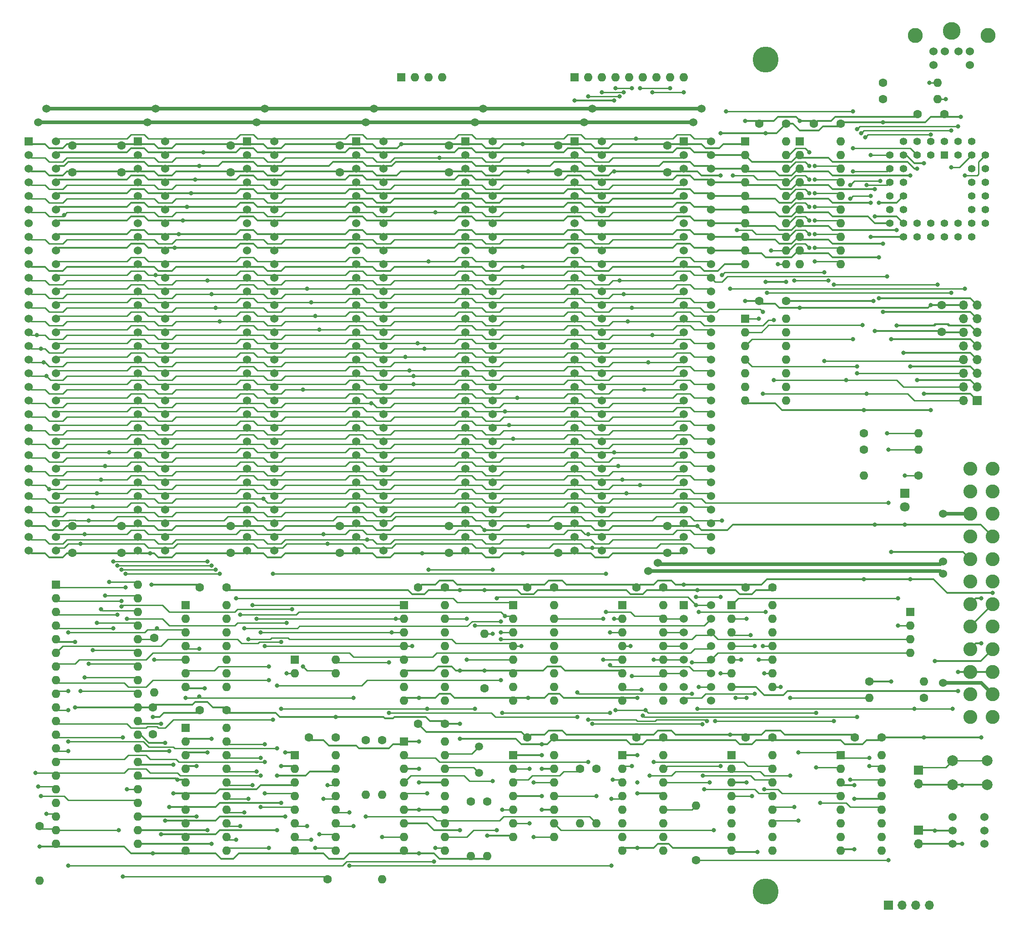
<source format=gbr>
G04 #@! TF.GenerationSoftware,KiCad,Pcbnew,(5.1.8)-1*
G04 #@! TF.CreationDate,2023-02-21T10:32:56-07:00*
G04 #@! TF.ProjectId,Multi,4d756c74-692e-46b6-9963-61645f706362,rev?*
G04 #@! TF.SameCoordinates,Original*
G04 #@! TF.FileFunction,Copper,L1,Top*
G04 #@! TF.FilePolarity,Positive*
%FSLAX46Y46*%
G04 Gerber Fmt 4.6, Leading zero omitted, Abs format (unit mm)*
G04 Created by KiCad (PCBNEW (5.1.8)-1) date 2023-02-21 10:32:56*
%MOMM*%
%LPD*%
G01*
G04 APERTURE LIST*
G04 #@! TA.AperFunction,ComponentPad*
%ADD10O,1.600000X1.600000*%
G04 #@! TD*
G04 #@! TA.AperFunction,ComponentPad*
%ADD11R,1.600000X1.600000*%
G04 #@! TD*
G04 #@! TA.AperFunction,ComponentPad*
%ADD12O,1.700000X1.700000*%
G04 #@! TD*
G04 #@! TA.AperFunction,ComponentPad*
%ADD13R,1.700000X1.700000*%
G04 #@! TD*
G04 #@! TA.AperFunction,ComponentPad*
%ADD14C,1.524000*%
G04 #@! TD*
G04 #@! TA.AperFunction,ComponentPad*
%ADD15R,1.524000X1.524000*%
G04 #@! TD*
G04 #@! TA.AperFunction,ComponentPad*
%ADD16C,1.600000*%
G04 #@! TD*
G04 #@! TA.AperFunction,ComponentPad*
%ADD17C,4.826000*%
G04 #@! TD*
G04 #@! TA.AperFunction,ComponentPad*
%ADD18C,2.000000*%
G04 #@! TD*
G04 #@! TA.AperFunction,ComponentPad*
%ADD19C,1.800000*%
G04 #@! TD*
G04 #@! TA.AperFunction,ComponentPad*
%ADD20R,1.800000X1.800000*%
G04 #@! TD*
G04 #@! TA.AperFunction,ComponentPad*
%ADD21C,2.590800*%
G04 #@! TD*
G04 #@! TA.AperFunction,ComponentPad*
%ADD22C,2.794000*%
G04 #@! TD*
G04 #@! TA.AperFunction,ComponentPad*
%ADD23C,3.302000*%
G04 #@! TD*
G04 #@! TA.AperFunction,ComponentPad*
%ADD24C,1.500000*%
G04 #@! TD*
G04 #@! TA.AperFunction,ComponentPad*
%ADD25R,1.422400X1.422400*%
G04 #@! TD*
G04 #@! TA.AperFunction,ComponentPad*
%ADD26C,1.422400*%
G04 #@! TD*
G04 #@! TA.AperFunction,ViaPad*
%ADD27C,0.800000*%
G04 #@! TD*
G04 #@! TA.AperFunction,Conductor*
%ADD28C,0.330200*%
G04 #@! TD*
G04 #@! TA.AperFunction,Conductor*
%ADD29C,0.250000*%
G04 #@! TD*
G04 #@! TA.AperFunction,Conductor*
%ADD30C,0.635000*%
G04 #@! TD*
G04 #@! TA.AperFunction,Conductor*
%ADD31C,0.304800*%
G04 #@! TD*
G04 APERTURE END LIST*
D10*
G04 #@! TO.P,SW2,4*
G04 #@! TO.N,/DRQ0*
X17526000Y-140462000D03*
G04 #@! TO.P,SW2,2*
G04 #@! TO.N,/DACK0*
X9906000Y-143002000D03*
G04 #@! TO.P,SW2,3*
G04 #@! TO.N,/REFRQ*
X17526000Y-143002000D03*
D11*
G04 #@! TO.P,SW2,1*
G04 #@! TO.N,/DRQ0_*
X9906000Y-140462000D03*
G04 #@! TD*
D12*
G04 #@! TO.P,J12,2*
G04 #@! TO.N,/GND*
X125984000Y-163576000D03*
D13*
G04 #@! TO.P,J12,1*
G04 #@! TO.N,/RESET*
X125984000Y-161036000D03*
G04 #@! TD*
D14*
G04 #@! TO.P,R,1*
G04 #@! TO.N,/12+*
X-36322000Y-37846000D03*
G04 #@! TD*
G04 #@! TO.P,R,1*
G04 #@! TO.N,/12-*
X-37846000Y-40386000D03*
G04 #@! TD*
G04 #@! TO.P,R,1*
G04 #@! TO.N,/12+*
X-16002000Y-37846000D03*
G04 #@! TD*
G04 #@! TO.P,R,1*
G04 #@! TO.N,/12-*
X-17526000Y-40386000D03*
G04 #@! TD*
G04 #@! TO.P,R,1*
G04 #@! TO.N,/12-*
X2794000Y-40386000D03*
G04 #@! TD*
G04 #@! TO.P,R,1*
G04 #@! TO.N,/12+*
X4318000Y-37846000D03*
G04 #@! TD*
G04 #@! TO.P,J8,62*
G04 #@! TO.N,/A0*
X67056000Y-120142000D03*
G04 #@! TO.P,J8,61*
G04 #@! TO.N,/A1*
X67056000Y-117602000D03*
G04 #@! TO.P,J8,60*
G04 #@! TO.N,/A2*
X67056000Y-115062000D03*
G04 #@! TO.P,J8,59*
G04 #@! TO.N,/A3*
X67056000Y-112522000D03*
G04 #@! TO.P,J8,58*
G04 #@! TO.N,/A4*
X67056000Y-109982000D03*
G04 #@! TO.P,J8,57*
G04 #@! TO.N,/A5*
X67056000Y-107442000D03*
G04 #@! TO.P,J8,56*
G04 #@! TO.N,/A6*
X67056000Y-104902000D03*
G04 #@! TO.P,J8,55*
G04 #@! TO.N,/A7*
X67056000Y-102362000D03*
G04 #@! TO.P,J8,54*
G04 #@! TO.N,/A8*
X67056000Y-99822000D03*
G04 #@! TO.P,J8,53*
G04 #@! TO.N,/A9*
X67056000Y-97282000D03*
G04 #@! TO.P,J8,52*
G04 #@! TO.N,/A10*
X67056000Y-94742000D03*
G04 #@! TO.P,J8,51*
G04 #@! TO.N,/A11*
X67056000Y-92202000D03*
G04 #@! TO.P,J8,50*
G04 #@! TO.N,/A12*
X67056000Y-89662000D03*
G04 #@! TO.P,J8,49*
G04 #@! TO.N,/A13*
X67056000Y-87122000D03*
G04 #@! TO.P,J8,48*
G04 #@! TO.N,/A14*
X67056000Y-84582000D03*
G04 #@! TO.P,J8,47*
G04 #@! TO.N,/A15*
X67056000Y-82042000D03*
G04 #@! TO.P,J8,46*
G04 #@! TO.N,/A16*
X67056000Y-79502000D03*
G04 #@! TO.P,J8,45*
G04 #@! TO.N,/A17*
X67056000Y-76962000D03*
G04 #@! TO.P,J8,44*
G04 #@! TO.N,/A18*
X67056000Y-74422000D03*
G04 #@! TO.P,J8,43*
G04 #@! TO.N,/A19*
X67056000Y-71882000D03*
G04 #@! TO.P,J8,42*
G04 #@! TO.N,/AEN*
X67056000Y-69342000D03*
G04 #@! TO.P,J8,41*
G04 #@! TO.N,/RDY1*
X67056000Y-66802000D03*
G04 #@! TO.P,J8,40*
G04 #@! TO.N,/D0*
X67056000Y-64262000D03*
G04 #@! TO.P,J8,39*
G04 #@! TO.N,/D1*
X67056000Y-61722000D03*
G04 #@! TO.P,J8,38*
G04 #@! TO.N,/D2*
X67056000Y-59182000D03*
G04 #@! TO.P,J8,37*
G04 #@! TO.N,/D3*
X67056000Y-56642000D03*
G04 #@! TO.P,J8,36*
G04 #@! TO.N,/D4*
X67056000Y-54102000D03*
G04 #@! TO.P,J8,35*
G04 #@! TO.N,/D5*
X67056000Y-51562000D03*
G04 #@! TO.P,J8,34*
G04 #@! TO.N,/D6*
X67056000Y-49022000D03*
G04 #@! TO.P,J8,33*
G04 #@! TO.N,/D7*
X67056000Y-46482000D03*
G04 #@! TO.P,J8,32*
G04 #@! TO.N,/CH_CK*
X67056000Y-43942000D03*
G04 #@! TO.P,J8,31*
G04 #@! TO.N,/GND*
X61976000Y-120142000D03*
G04 #@! TO.P,J8,30*
G04 #@! TO.N,/OSC88*
X61976000Y-117602000D03*
G04 #@! TO.P,J8,29*
G04 #@! TO.N,/5+*
X61976000Y-115062000D03*
G04 #@! TO.P,J8,28*
G04 #@! TO.N,/ALE*
X61976000Y-112522000D03*
G04 #@! TO.P,J8,27*
G04 #@! TO.N,/TC*
X61976000Y-109982000D03*
G04 #@! TO.P,J8,26*
G04 #@! TO.N,/DACK2*
X61976000Y-107442000D03*
G04 #@! TO.P,J8,25*
G04 #@! TO.N,/IRQ3*
X61976000Y-104902000D03*
G04 #@! TO.P,J8,24*
G04 #@! TO.N,/IRQ4*
X61976000Y-102362000D03*
G04 #@! TO.P,J8,23*
G04 #@! TO.N,/IRQ5*
X61976000Y-99822000D03*
G04 #@! TO.P,J8,22*
G04 #@! TO.N,/IRQ6*
X61976000Y-97282000D03*
G04 #@! TO.P,J8,21*
G04 #@! TO.N,/IRQ7*
X61976000Y-94742000D03*
G04 #@! TO.P,J8,20*
G04 #@! TO.N,/CLK88*
X61976000Y-92202000D03*
G04 #@! TO.P,J8,19*
G04 #@! TO.N,/REFRQ*
X61976000Y-89662000D03*
G04 #@! TO.P,J8,18*
G04 #@! TO.N,/DRQ1*
X61976000Y-87122000D03*
G04 #@! TO.P,J8,17*
G04 #@! TO.N,/DACK1*
X61976000Y-84582000D03*
G04 #@! TO.P,J8,16*
G04 #@! TO.N,/DRQ3*
X61976000Y-82042000D03*
G04 #@! TO.P,J8,15*
G04 #@! TO.N,/DACK3*
X61976000Y-79502000D03*
G04 #@! TO.P,J8,14*
G04 #@! TO.N,/IORD*
X61976000Y-76962000D03*
G04 #@! TO.P,J8,13*
G04 #@! TO.N,/IOWR*
X61976000Y-74422000D03*
G04 #@! TO.P,J8,12*
G04 #@! TO.N,/MRD*
X61976000Y-71882000D03*
G04 #@! TO.P,J8,11*
G04 #@! TO.N,/MWR*
X61976000Y-69342000D03*
G04 #@! TO.P,J8,10*
G04 #@! TO.N,/GND*
X61976000Y-66802000D03*
G04 #@! TO.P,J8,9*
G04 #@! TO.N,/12+*
X61976000Y-64262000D03*
G04 #@! TO.P,J8,8*
G04 #@! TO.N,/NC*
X61976000Y-61722000D03*
G04 #@! TO.P,J8,7*
G04 #@! TO.N,/12-*
X61976000Y-59182000D03*
G04 #@! TO.P,J8,6*
G04 #@! TO.N,/DRQ2*
X61976000Y-56642000D03*
G04 #@! TO.P,J8,5*
G04 #@! TO.N,/5-*
X61976000Y-54102000D03*
G04 #@! TO.P,J8,4*
G04 #@! TO.N,/IRQ2*
X61976000Y-51562000D03*
G04 #@! TO.P,J8,3*
G04 #@! TO.N,/5+*
X61976000Y-49022000D03*
G04 #@! TO.P,J8,2*
G04 #@! TO.N,/RESOUT*
X61976000Y-46482000D03*
D15*
G04 #@! TO.P,J8,1*
G04 #@! TO.N,/GND*
X61976000Y-43942000D03*
G04 #@! TD*
D14*
G04 #@! TO.P,J1,62*
G04 #@! TO.N,/A0*
X-34544000Y-120142000D03*
G04 #@! TO.P,J1,61*
G04 #@! TO.N,/A1*
X-34544000Y-117602000D03*
G04 #@! TO.P,J1,60*
G04 #@! TO.N,/A2*
X-34544000Y-115062000D03*
G04 #@! TO.P,J1,59*
G04 #@! TO.N,/A3*
X-34544000Y-112522000D03*
G04 #@! TO.P,J1,58*
G04 #@! TO.N,/A4*
X-34544000Y-109982000D03*
G04 #@! TO.P,J1,57*
G04 #@! TO.N,/A5*
X-34544000Y-107442000D03*
G04 #@! TO.P,J1,56*
G04 #@! TO.N,/A6*
X-34544000Y-104902000D03*
G04 #@! TO.P,J1,55*
G04 #@! TO.N,/A7*
X-34544000Y-102362000D03*
G04 #@! TO.P,J1,54*
G04 #@! TO.N,/A8*
X-34544000Y-99822000D03*
G04 #@! TO.P,J1,53*
G04 #@! TO.N,/A9*
X-34544000Y-97282000D03*
G04 #@! TO.P,J1,52*
G04 #@! TO.N,/A10*
X-34544000Y-94742000D03*
G04 #@! TO.P,J1,51*
G04 #@! TO.N,/A11*
X-34544000Y-92202000D03*
G04 #@! TO.P,J1,50*
G04 #@! TO.N,/A12*
X-34544000Y-89662000D03*
G04 #@! TO.P,J1,49*
G04 #@! TO.N,/A13*
X-34544000Y-87122000D03*
G04 #@! TO.P,J1,48*
G04 #@! TO.N,/A14*
X-34544000Y-84582000D03*
G04 #@! TO.P,J1,47*
G04 #@! TO.N,/A15*
X-34544000Y-82042000D03*
G04 #@! TO.P,J1,46*
G04 #@! TO.N,/A16*
X-34544000Y-79502000D03*
G04 #@! TO.P,J1,45*
G04 #@! TO.N,/A17*
X-34544000Y-76962000D03*
G04 #@! TO.P,J1,44*
G04 #@! TO.N,/A18*
X-34544000Y-74422000D03*
G04 #@! TO.P,J1,43*
G04 #@! TO.N,/A19*
X-34544000Y-71882000D03*
G04 #@! TO.P,J1,42*
G04 #@! TO.N,/AEN*
X-34544000Y-69342000D03*
G04 #@! TO.P,J1,41*
G04 #@! TO.N,/RDY1*
X-34544000Y-66802000D03*
G04 #@! TO.P,J1,40*
G04 #@! TO.N,/D0*
X-34544000Y-64262000D03*
G04 #@! TO.P,J1,39*
G04 #@! TO.N,/D1*
X-34544000Y-61722000D03*
G04 #@! TO.P,J1,38*
G04 #@! TO.N,/D2*
X-34544000Y-59182000D03*
G04 #@! TO.P,J1,37*
G04 #@! TO.N,/D3*
X-34544000Y-56642000D03*
G04 #@! TO.P,J1,36*
G04 #@! TO.N,/D4*
X-34544000Y-54102000D03*
G04 #@! TO.P,J1,35*
G04 #@! TO.N,/D5*
X-34544000Y-51562000D03*
G04 #@! TO.P,J1,34*
G04 #@! TO.N,/D6*
X-34544000Y-49022000D03*
G04 #@! TO.P,J1,33*
G04 #@! TO.N,/D7*
X-34544000Y-46482000D03*
G04 #@! TO.P,J1,32*
G04 #@! TO.N,/CH_CK*
X-34544000Y-43942000D03*
G04 #@! TO.P,J1,31*
G04 #@! TO.N,/GND*
X-39624000Y-120142000D03*
G04 #@! TO.P,J1,30*
G04 #@! TO.N,/OSC88*
X-39624000Y-117602000D03*
G04 #@! TO.P,J1,29*
G04 #@! TO.N,/5+*
X-39624000Y-115062000D03*
G04 #@! TO.P,J1,28*
G04 #@! TO.N,/ALE*
X-39624000Y-112522000D03*
G04 #@! TO.P,J1,27*
G04 #@! TO.N,/TC*
X-39624000Y-109982000D03*
G04 #@! TO.P,J1,26*
G04 #@! TO.N,/DACK2*
X-39624000Y-107442000D03*
G04 #@! TO.P,J1,25*
G04 #@! TO.N,/IRQ3*
X-39624000Y-104902000D03*
G04 #@! TO.P,J1,24*
G04 #@! TO.N,/IRQ4*
X-39624000Y-102362000D03*
G04 #@! TO.P,J1,23*
G04 #@! TO.N,/IRQ5*
X-39624000Y-99822000D03*
G04 #@! TO.P,J1,22*
G04 #@! TO.N,/IRQ6*
X-39624000Y-97282000D03*
G04 #@! TO.P,J1,21*
G04 #@! TO.N,/IRQ7*
X-39624000Y-94742000D03*
G04 #@! TO.P,J1,20*
G04 #@! TO.N,/CLK88*
X-39624000Y-92202000D03*
G04 #@! TO.P,J1,19*
G04 #@! TO.N,/REFRQ*
X-39624000Y-89662000D03*
G04 #@! TO.P,J1,18*
G04 #@! TO.N,/DRQ1*
X-39624000Y-87122000D03*
G04 #@! TO.P,J1,17*
G04 #@! TO.N,/DACK1*
X-39624000Y-84582000D03*
G04 #@! TO.P,J1,16*
G04 #@! TO.N,/DRQ3*
X-39624000Y-82042000D03*
G04 #@! TO.P,J1,15*
G04 #@! TO.N,/DACK3*
X-39624000Y-79502000D03*
G04 #@! TO.P,J1,14*
G04 #@! TO.N,/IORD*
X-39624000Y-76962000D03*
G04 #@! TO.P,J1,13*
G04 #@! TO.N,/IOWR*
X-39624000Y-74422000D03*
G04 #@! TO.P,J1,12*
G04 #@! TO.N,/MRD*
X-39624000Y-71882000D03*
G04 #@! TO.P,J1,11*
G04 #@! TO.N,/MWR*
X-39624000Y-69342000D03*
G04 #@! TO.P,J1,10*
G04 #@! TO.N,/GND*
X-39624000Y-66802000D03*
G04 #@! TO.P,J1,9*
G04 #@! TO.N,/12+*
X-39624000Y-64262000D03*
G04 #@! TO.P,J1,8*
G04 #@! TO.N,/NC*
X-39624000Y-61722000D03*
G04 #@! TO.P,J1,7*
G04 #@! TO.N,/12-*
X-39624000Y-59182000D03*
G04 #@! TO.P,J1,6*
G04 #@! TO.N,/DRQ2*
X-39624000Y-56642000D03*
G04 #@! TO.P,J1,5*
G04 #@! TO.N,/5-*
X-39624000Y-54102000D03*
G04 #@! TO.P,J1,4*
G04 #@! TO.N,/IRQ2*
X-39624000Y-51562000D03*
G04 #@! TO.P,J1,3*
G04 #@! TO.N,/5+*
X-39624000Y-49022000D03*
G04 #@! TO.P,J1,2*
G04 #@! TO.N,/RESOUT*
X-39624000Y-46482000D03*
D15*
G04 #@! TO.P,J1,1*
G04 #@! TO.N,/GND*
X-39624000Y-43942000D03*
G04 #@! TD*
G04 #@! TO.P,J7,1*
G04 #@! TO.N,/GND*
X41656000Y-43942000D03*
D14*
G04 #@! TO.P,J7,2*
G04 #@! TO.N,/RESOUT*
X41656000Y-46482000D03*
G04 #@! TO.P,J7,3*
G04 #@! TO.N,/5+*
X41656000Y-49022000D03*
G04 #@! TO.P,J7,4*
G04 #@! TO.N,/IRQ2*
X41656000Y-51562000D03*
G04 #@! TO.P,J7,5*
G04 #@! TO.N,/5-*
X41656000Y-54102000D03*
G04 #@! TO.P,J7,6*
G04 #@! TO.N,/DRQ2*
X41656000Y-56642000D03*
G04 #@! TO.P,J7,7*
G04 #@! TO.N,/12-*
X41656000Y-59182000D03*
G04 #@! TO.P,J7,8*
G04 #@! TO.N,/NC*
X41656000Y-61722000D03*
G04 #@! TO.P,J7,9*
G04 #@! TO.N,/12+*
X41656000Y-64262000D03*
G04 #@! TO.P,J7,10*
G04 #@! TO.N,/GND*
X41656000Y-66802000D03*
G04 #@! TO.P,J7,11*
G04 #@! TO.N,/MWR*
X41656000Y-69342000D03*
G04 #@! TO.P,J7,12*
G04 #@! TO.N,/MRD*
X41656000Y-71882000D03*
G04 #@! TO.P,J7,13*
G04 #@! TO.N,/IOWR*
X41656000Y-74422000D03*
G04 #@! TO.P,J7,14*
G04 #@! TO.N,/IORD*
X41656000Y-76962000D03*
G04 #@! TO.P,J7,15*
G04 #@! TO.N,/DACK3*
X41656000Y-79502000D03*
G04 #@! TO.P,J7,16*
G04 #@! TO.N,/DRQ3*
X41656000Y-82042000D03*
G04 #@! TO.P,J7,17*
G04 #@! TO.N,/DACK1*
X41656000Y-84582000D03*
G04 #@! TO.P,J7,18*
G04 #@! TO.N,/DRQ1*
X41656000Y-87122000D03*
G04 #@! TO.P,J7,19*
G04 #@! TO.N,/REFRQ*
X41656000Y-89662000D03*
G04 #@! TO.P,J7,20*
G04 #@! TO.N,/CLK88*
X41656000Y-92202000D03*
G04 #@! TO.P,J7,21*
G04 #@! TO.N,/IRQ7*
X41656000Y-94742000D03*
G04 #@! TO.P,J7,22*
G04 #@! TO.N,/IRQ6*
X41656000Y-97282000D03*
G04 #@! TO.P,J7,23*
G04 #@! TO.N,/IRQ5*
X41656000Y-99822000D03*
G04 #@! TO.P,J7,24*
G04 #@! TO.N,/IRQ4*
X41656000Y-102362000D03*
G04 #@! TO.P,J7,25*
G04 #@! TO.N,/IRQ3*
X41656000Y-104902000D03*
G04 #@! TO.P,J7,26*
G04 #@! TO.N,/DACK2*
X41656000Y-107442000D03*
G04 #@! TO.P,J7,27*
G04 #@! TO.N,/TC*
X41656000Y-109982000D03*
G04 #@! TO.P,J7,28*
G04 #@! TO.N,/ALE*
X41656000Y-112522000D03*
G04 #@! TO.P,J7,29*
G04 #@! TO.N,/5+*
X41656000Y-115062000D03*
G04 #@! TO.P,J7,30*
G04 #@! TO.N,/OSC88*
X41656000Y-117602000D03*
G04 #@! TO.P,J7,31*
G04 #@! TO.N,/GND*
X41656000Y-120142000D03*
G04 #@! TO.P,J7,32*
G04 #@! TO.N,/CH_CK*
X46736000Y-43942000D03*
G04 #@! TO.P,J7,33*
G04 #@! TO.N,/D7*
X46736000Y-46482000D03*
G04 #@! TO.P,J7,34*
G04 #@! TO.N,/D6*
X46736000Y-49022000D03*
G04 #@! TO.P,J7,35*
G04 #@! TO.N,/D5*
X46736000Y-51562000D03*
G04 #@! TO.P,J7,36*
G04 #@! TO.N,/D4*
X46736000Y-54102000D03*
G04 #@! TO.P,J7,37*
G04 #@! TO.N,/D3*
X46736000Y-56642000D03*
G04 #@! TO.P,J7,38*
G04 #@! TO.N,/D2*
X46736000Y-59182000D03*
G04 #@! TO.P,J7,39*
G04 #@! TO.N,/D1*
X46736000Y-61722000D03*
G04 #@! TO.P,J7,40*
G04 #@! TO.N,/D0*
X46736000Y-64262000D03*
G04 #@! TO.P,J7,41*
G04 #@! TO.N,/RDY1*
X46736000Y-66802000D03*
G04 #@! TO.P,J7,42*
G04 #@! TO.N,/AEN*
X46736000Y-69342000D03*
G04 #@! TO.P,J7,43*
G04 #@! TO.N,/A19*
X46736000Y-71882000D03*
G04 #@! TO.P,J7,44*
G04 #@! TO.N,/A18*
X46736000Y-74422000D03*
G04 #@! TO.P,J7,45*
G04 #@! TO.N,/A17*
X46736000Y-76962000D03*
G04 #@! TO.P,J7,46*
G04 #@! TO.N,/A16*
X46736000Y-79502000D03*
G04 #@! TO.P,J7,47*
G04 #@! TO.N,/A15*
X46736000Y-82042000D03*
G04 #@! TO.P,J7,48*
G04 #@! TO.N,/A14*
X46736000Y-84582000D03*
G04 #@! TO.P,J7,49*
G04 #@! TO.N,/A13*
X46736000Y-87122000D03*
G04 #@! TO.P,J7,50*
G04 #@! TO.N,/A12*
X46736000Y-89662000D03*
G04 #@! TO.P,J7,51*
G04 #@! TO.N,/A11*
X46736000Y-92202000D03*
G04 #@! TO.P,J7,52*
G04 #@! TO.N,/A10*
X46736000Y-94742000D03*
G04 #@! TO.P,J7,53*
G04 #@! TO.N,/A9*
X46736000Y-97282000D03*
G04 #@! TO.P,J7,54*
G04 #@! TO.N,/A8*
X46736000Y-99822000D03*
G04 #@! TO.P,J7,55*
G04 #@! TO.N,/A7*
X46736000Y-102362000D03*
G04 #@! TO.P,J7,56*
G04 #@! TO.N,/A6*
X46736000Y-104902000D03*
G04 #@! TO.P,J7,57*
G04 #@! TO.N,/A5*
X46736000Y-107442000D03*
G04 #@! TO.P,J7,58*
G04 #@! TO.N,/A4*
X46736000Y-109982000D03*
G04 #@! TO.P,J7,59*
G04 #@! TO.N,/A3*
X46736000Y-112522000D03*
G04 #@! TO.P,J7,60*
G04 #@! TO.N,/A2*
X46736000Y-115062000D03*
G04 #@! TO.P,J7,61*
G04 #@! TO.N,/A1*
X46736000Y-117602000D03*
G04 #@! TO.P,J7,62*
G04 #@! TO.N,/A0*
X46736000Y-120142000D03*
G04 #@! TD*
G04 #@! TO.P,J11,62*
G04 #@! TO.N,/A0*
X6096000Y-120142000D03*
G04 #@! TO.P,J11,61*
G04 #@! TO.N,/A1*
X6096000Y-117602000D03*
G04 #@! TO.P,J11,60*
G04 #@! TO.N,/A2*
X6096000Y-115062000D03*
G04 #@! TO.P,J11,59*
G04 #@! TO.N,/A3*
X6096000Y-112522000D03*
G04 #@! TO.P,J11,58*
G04 #@! TO.N,/A4*
X6096000Y-109982000D03*
G04 #@! TO.P,J11,57*
G04 #@! TO.N,/A5*
X6096000Y-107442000D03*
G04 #@! TO.P,J11,56*
G04 #@! TO.N,/A6*
X6096000Y-104902000D03*
G04 #@! TO.P,J11,55*
G04 #@! TO.N,/A7*
X6096000Y-102362000D03*
G04 #@! TO.P,J11,54*
G04 #@! TO.N,/A8*
X6096000Y-99822000D03*
G04 #@! TO.P,J11,53*
G04 #@! TO.N,/A9*
X6096000Y-97282000D03*
G04 #@! TO.P,J11,52*
G04 #@! TO.N,/A10*
X6096000Y-94742000D03*
G04 #@! TO.P,J11,51*
G04 #@! TO.N,/A11*
X6096000Y-92202000D03*
G04 #@! TO.P,J11,50*
G04 #@! TO.N,/A12*
X6096000Y-89662000D03*
G04 #@! TO.P,J11,49*
G04 #@! TO.N,/A13*
X6096000Y-87122000D03*
G04 #@! TO.P,J11,48*
G04 #@! TO.N,/A14*
X6096000Y-84582000D03*
G04 #@! TO.P,J11,47*
G04 #@! TO.N,/A15*
X6096000Y-82042000D03*
G04 #@! TO.P,J11,46*
G04 #@! TO.N,/A16*
X6096000Y-79502000D03*
G04 #@! TO.P,J11,45*
G04 #@! TO.N,/A17*
X6096000Y-76962000D03*
G04 #@! TO.P,J11,44*
G04 #@! TO.N,/A18*
X6096000Y-74422000D03*
G04 #@! TO.P,J11,43*
G04 #@! TO.N,/A19*
X6096000Y-71882000D03*
G04 #@! TO.P,J11,42*
G04 #@! TO.N,/AEN*
X6096000Y-69342000D03*
G04 #@! TO.P,J11,41*
G04 #@! TO.N,/RDY1*
X6096000Y-66802000D03*
G04 #@! TO.P,J11,40*
G04 #@! TO.N,/D0*
X6096000Y-64262000D03*
G04 #@! TO.P,J11,39*
G04 #@! TO.N,/D1*
X6096000Y-61722000D03*
G04 #@! TO.P,J11,38*
G04 #@! TO.N,/D2*
X6096000Y-59182000D03*
G04 #@! TO.P,J11,37*
G04 #@! TO.N,/D3*
X6096000Y-56642000D03*
G04 #@! TO.P,J11,36*
G04 #@! TO.N,/D4*
X6096000Y-54102000D03*
G04 #@! TO.P,J11,35*
G04 #@! TO.N,/D5*
X6096000Y-51562000D03*
G04 #@! TO.P,J11,34*
G04 #@! TO.N,/D6*
X6096000Y-49022000D03*
G04 #@! TO.P,J11,33*
G04 #@! TO.N,/D7*
X6096000Y-46482000D03*
G04 #@! TO.P,J11,32*
G04 #@! TO.N,/CH_CK*
X6096000Y-43942000D03*
G04 #@! TO.P,J11,31*
G04 #@! TO.N,/GND*
X1016000Y-120142000D03*
G04 #@! TO.P,J11,30*
G04 #@! TO.N,/OSC88*
X1016000Y-117602000D03*
G04 #@! TO.P,J11,29*
G04 #@! TO.N,/5+*
X1016000Y-115062000D03*
G04 #@! TO.P,J11,28*
G04 #@! TO.N,/ALE*
X1016000Y-112522000D03*
G04 #@! TO.P,J11,27*
G04 #@! TO.N,/TC*
X1016000Y-109982000D03*
G04 #@! TO.P,J11,26*
G04 #@! TO.N,/DACK2*
X1016000Y-107442000D03*
G04 #@! TO.P,J11,25*
G04 #@! TO.N,/IRQ3*
X1016000Y-104902000D03*
G04 #@! TO.P,J11,24*
G04 #@! TO.N,/IRQ4*
X1016000Y-102362000D03*
G04 #@! TO.P,J11,23*
G04 #@! TO.N,/IRQ5*
X1016000Y-99822000D03*
G04 #@! TO.P,J11,22*
G04 #@! TO.N,/IRQ6*
X1016000Y-97282000D03*
G04 #@! TO.P,J11,21*
G04 #@! TO.N,/IRQ7*
X1016000Y-94742000D03*
G04 #@! TO.P,J11,20*
G04 #@! TO.N,/CLK88*
X1016000Y-92202000D03*
G04 #@! TO.P,J11,19*
G04 #@! TO.N,/REFRQ*
X1016000Y-89662000D03*
G04 #@! TO.P,J11,18*
G04 #@! TO.N,/DRQ1*
X1016000Y-87122000D03*
G04 #@! TO.P,J11,17*
G04 #@! TO.N,/DACK1*
X1016000Y-84582000D03*
G04 #@! TO.P,J11,16*
G04 #@! TO.N,/DRQ3*
X1016000Y-82042000D03*
G04 #@! TO.P,J11,15*
G04 #@! TO.N,/DACK3*
X1016000Y-79502000D03*
G04 #@! TO.P,J11,14*
G04 #@! TO.N,/IORD*
X1016000Y-76962000D03*
G04 #@! TO.P,J11,13*
G04 #@! TO.N,/IOWR*
X1016000Y-74422000D03*
G04 #@! TO.P,J11,12*
G04 #@! TO.N,/MRD*
X1016000Y-71882000D03*
G04 #@! TO.P,J11,11*
G04 #@! TO.N,/MWR*
X1016000Y-69342000D03*
G04 #@! TO.P,J11,10*
G04 #@! TO.N,/GND*
X1016000Y-66802000D03*
G04 #@! TO.P,J11,9*
G04 #@! TO.N,/12+*
X1016000Y-64262000D03*
G04 #@! TO.P,J11,8*
G04 #@! TO.N,/NC*
X1016000Y-61722000D03*
G04 #@! TO.P,J11,7*
G04 #@! TO.N,/12-*
X1016000Y-59182000D03*
G04 #@! TO.P,J11,6*
G04 #@! TO.N,/DRQ2*
X1016000Y-56642000D03*
G04 #@! TO.P,J11,5*
G04 #@! TO.N,/5-*
X1016000Y-54102000D03*
G04 #@! TO.P,J11,4*
G04 #@! TO.N,/IRQ2*
X1016000Y-51562000D03*
G04 #@! TO.P,J11,3*
G04 #@! TO.N,/5+*
X1016000Y-49022000D03*
G04 #@! TO.P,J11,2*
G04 #@! TO.N,/RESOUT*
X1016000Y-46482000D03*
D15*
G04 #@! TO.P,J11,1*
G04 #@! TO.N,/GND*
X1016000Y-43942000D03*
G04 #@! TD*
D14*
G04 #@! TO.P,J9,62*
G04 #@! TO.N,/A0*
X87376000Y-120142000D03*
G04 #@! TO.P,J9,61*
G04 #@! TO.N,/A1*
X87376000Y-117602000D03*
G04 #@! TO.P,J9,60*
G04 #@! TO.N,/A2*
X87376000Y-115062000D03*
G04 #@! TO.P,J9,59*
G04 #@! TO.N,/A3*
X87376000Y-112522000D03*
G04 #@! TO.P,J9,58*
G04 #@! TO.N,/A4*
X87376000Y-109982000D03*
G04 #@! TO.P,J9,57*
G04 #@! TO.N,/A5*
X87376000Y-107442000D03*
G04 #@! TO.P,J9,56*
G04 #@! TO.N,/A6*
X87376000Y-104902000D03*
G04 #@! TO.P,J9,55*
G04 #@! TO.N,/A7*
X87376000Y-102362000D03*
G04 #@! TO.P,J9,54*
G04 #@! TO.N,/A8*
X87376000Y-99822000D03*
G04 #@! TO.P,J9,53*
G04 #@! TO.N,/A9*
X87376000Y-97282000D03*
G04 #@! TO.P,J9,52*
G04 #@! TO.N,/A10*
X87376000Y-94742000D03*
G04 #@! TO.P,J9,51*
G04 #@! TO.N,/A11*
X87376000Y-92202000D03*
G04 #@! TO.P,J9,50*
G04 #@! TO.N,/A12*
X87376000Y-89662000D03*
G04 #@! TO.P,J9,49*
G04 #@! TO.N,/A13*
X87376000Y-87122000D03*
G04 #@! TO.P,J9,48*
G04 #@! TO.N,/A14*
X87376000Y-84582000D03*
G04 #@! TO.P,J9,47*
G04 #@! TO.N,/A15*
X87376000Y-82042000D03*
G04 #@! TO.P,J9,46*
G04 #@! TO.N,/A16*
X87376000Y-79502000D03*
G04 #@! TO.P,J9,45*
G04 #@! TO.N,/A17*
X87376000Y-76962000D03*
G04 #@! TO.P,J9,44*
G04 #@! TO.N,/A18*
X87376000Y-74422000D03*
G04 #@! TO.P,J9,43*
G04 #@! TO.N,/A19*
X87376000Y-71882000D03*
G04 #@! TO.P,J9,42*
G04 #@! TO.N,/AEN*
X87376000Y-69342000D03*
G04 #@! TO.P,J9,41*
G04 #@! TO.N,/RDY1*
X87376000Y-66802000D03*
G04 #@! TO.P,J9,40*
G04 #@! TO.N,/D0*
X87376000Y-64262000D03*
G04 #@! TO.P,J9,39*
G04 #@! TO.N,/D1*
X87376000Y-61722000D03*
G04 #@! TO.P,J9,38*
G04 #@! TO.N,/D2*
X87376000Y-59182000D03*
G04 #@! TO.P,J9,37*
G04 #@! TO.N,/D3*
X87376000Y-56642000D03*
G04 #@! TO.P,J9,36*
G04 #@! TO.N,/D4*
X87376000Y-54102000D03*
G04 #@! TO.P,J9,35*
G04 #@! TO.N,/D5*
X87376000Y-51562000D03*
G04 #@! TO.P,J9,34*
G04 #@! TO.N,/D6*
X87376000Y-49022000D03*
G04 #@! TO.P,J9,33*
G04 #@! TO.N,/D7*
X87376000Y-46482000D03*
G04 #@! TO.P,J9,32*
G04 #@! TO.N,/CH_CK*
X87376000Y-43942000D03*
G04 #@! TO.P,J9,31*
G04 #@! TO.N,/GND*
X82296000Y-120142000D03*
G04 #@! TO.P,J9,30*
G04 #@! TO.N,/OSC88*
X82296000Y-117602000D03*
G04 #@! TO.P,J9,29*
G04 #@! TO.N,/5+*
X82296000Y-115062000D03*
G04 #@! TO.P,J9,28*
G04 #@! TO.N,/ALE*
X82296000Y-112522000D03*
G04 #@! TO.P,J9,27*
G04 #@! TO.N,/TC*
X82296000Y-109982000D03*
G04 #@! TO.P,J9,26*
G04 #@! TO.N,/DACK2*
X82296000Y-107442000D03*
G04 #@! TO.P,J9,25*
G04 #@! TO.N,/IRQ3*
X82296000Y-104902000D03*
G04 #@! TO.P,J9,24*
G04 #@! TO.N,/IRQ4*
X82296000Y-102362000D03*
G04 #@! TO.P,J9,23*
G04 #@! TO.N,/IRQ5*
X82296000Y-99822000D03*
G04 #@! TO.P,J9,22*
G04 #@! TO.N,/IRQ6*
X82296000Y-97282000D03*
G04 #@! TO.P,J9,21*
G04 #@! TO.N,/IRQ7*
X82296000Y-94742000D03*
G04 #@! TO.P,J9,20*
G04 #@! TO.N,/CLK88*
X82296000Y-92202000D03*
G04 #@! TO.P,J9,19*
G04 #@! TO.N,/REFRQ*
X82296000Y-89662000D03*
G04 #@! TO.P,J9,18*
G04 #@! TO.N,/DRQ1*
X82296000Y-87122000D03*
G04 #@! TO.P,J9,17*
G04 #@! TO.N,/DACK1*
X82296000Y-84582000D03*
G04 #@! TO.P,J9,16*
G04 #@! TO.N,/DRQ3*
X82296000Y-82042000D03*
G04 #@! TO.P,J9,15*
G04 #@! TO.N,/DACK3*
X82296000Y-79502000D03*
G04 #@! TO.P,J9,14*
G04 #@! TO.N,/IORD*
X82296000Y-76962000D03*
G04 #@! TO.P,J9,13*
G04 #@! TO.N,/IOWR*
X82296000Y-74422000D03*
G04 #@! TO.P,J9,12*
G04 #@! TO.N,/MRD*
X82296000Y-71882000D03*
G04 #@! TO.P,J9,11*
G04 #@! TO.N,/MWR*
X82296000Y-69342000D03*
G04 #@! TO.P,J9,10*
G04 #@! TO.N,/GND*
X82296000Y-66802000D03*
G04 #@! TO.P,J9,9*
G04 #@! TO.N,/12+*
X82296000Y-64262000D03*
G04 #@! TO.P,J9,8*
G04 #@! TO.N,/NC*
X82296000Y-61722000D03*
G04 #@! TO.P,J9,7*
G04 #@! TO.N,/12-*
X82296000Y-59182000D03*
G04 #@! TO.P,J9,6*
G04 #@! TO.N,/DRQ2*
X82296000Y-56642000D03*
G04 #@! TO.P,J9,5*
G04 #@! TO.N,/5-*
X82296000Y-54102000D03*
G04 #@! TO.P,J9,4*
G04 #@! TO.N,/IRQ2*
X82296000Y-51562000D03*
G04 #@! TO.P,J9,3*
G04 #@! TO.N,/5+*
X82296000Y-49022000D03*
G04 #@! TO.P,J9,2*
G04 #@! TO.N,/RESOUT*
X82296000Y-46482000D03*
D15*
G04 #@! TO.P,J9,1*
G04 #@! TO.N,/GND*
X82296000Y-43942000D03*
G04 #@! TD*
D14*
G04 #@! TO.P,J5,62*
G04 #@! TO.N,/A0*
X-14224000Y-120142000D03*
G04 #@! TO.P,J5,61*
G04 #@! TO.N,/A1*
X-14224000Y-117602000D03*
G04 #@! TO.P,J5,60*
G04 #@! TO.N,/A2*
X-14224000Y-115062000D03*
G04 #@! TO.P,J5,59*
G04 #@! TO.N,/A3*
X-14224000Y-112522000D03*
G04 #@! TO.P,J5,58*
G04 #@! TO.N,/A4*
X-14224000Y-109982000D03*
G04 #@! TO.P,J5,57*
G04 #@! TO.N,/A5*
X-14224000Y-107442000D03*
G04 #@! TO.P,J5,56*
G04 #@! TO.N,/A6*
X-14224000Y-104902000D03*
G04 #@! TO.P,J5,55*
G04 #@! TO.N,/A7*
X-14224000Y-102362000D03*
G04 #@! TO.P,J5,54*
G04 #@! TO.N,/A8*
X-14224000Y-99822000D03*
G04 #@! TO.P,J5,53*
G04 #@! TO.N,/A9*
X-14224000Y-97282000D03*
G04 #@! TO.P,J5,52*
G04 #@! TO.N,/A10*
X-14224000Y-94742000D03*
G04 #@! TO.P,J5,51*
G04 #@! TO.N,/A11*
X-14224000Y-92202000D03*
G04 #@! TO.P,J5,50*
G04 #@! TO.N,/A12*
X-14224000Y-89662000D03*
G04 #@! TO.P,J5,49*
G04 #@! TO.N,/A13*
X-14224000Y-87122000D03*
G04 #@! TO.P,J5,48*
G04 #@! TO.N,/A14*
X-14224000Y-84582000D03*
G04 #@! TO.P,J5,47*
G04 #@! TO.N,/A15*
X-14224000Y-82042000D03*
G04 #@! TO.P,J5,46*
G04 #@! TO.N,/A16*
X-14224000Y-79502000D03*
G04 #@! TO.P,J5,45*
G04 #@! TO.N,/A17*
X-14224000Y-76962000D03*
G04 #@! TO.P,J5,44*
G04 #@! TO.N,/A18*
X-14224000Y-74422000D03*
G04 #@! TO.P,J5,43*
G04 #@! TO.N,/A19*
X-14224000Y-71882000D03*
G04 #@! TO.P,J5,42*
G04 #@! TO.N,/AEN*
X-14224000Y-69342000D03*
G04 #@! TO.P,J5,41*
G04 #@! TO.N,/RDY1*
X-14224000Y-66802000D03*
G04 #@! TO.P,J5,40*
G04 #@! TO.N,/D0*
X-14224000Y-64262000D03*
G04 #@! TO.P,J5,39*
G04 #@! TO.N,/D1*
X-14224000Y-61722000D03*
G04 #@! TO.P,J5,38*
G04 #@! TO.N,/D2*
X-14224000Y-59182000D03*
G04 #@! TO.P,J5,37*
G04 #@! TO.N,/D3*
X-14224000Y-56642000D03*
G04 #@! TO.P,J5,36*
G04 #@! TO.N,/D4*
X-14224000Y-54102000D03*
G04 #@! TO.P,J5,35*
G04 #@! TO.N,/D5*
X-14224000Y-51562000D03*
G04 #@! TO.P,J5,34*
G04 #@! TO.N,/D6*
X-14224000Y-49022000D03*
G04 #@! TO.P,J5,33*
G04 #@! TO.N,/D7*
X-14224000Y-46482000D03*
G04 #@! TO.P,J5,32*
G04 #@! TO.N,/CH_CK*
X-14224000Y-43942000D03*
G04 #@! TO.P,J5,31*
G04 #@! TO.N,/GND*
X-19304000Y-120142000D03*
G04 #@! TO.P,J5,30*
G04 #@! TO.N,/OSC88*
X-19304000Y-117602000D03*
G04 #@! TO.P,J5,29*
G04 #@! TO.N,/5+*
X-19304000Y-115062000D03*
G04 #@! TO.P,J5,28*
G04 #@! TO.N,/ALE*
X-19304000Y-112522000D03*
G04 #@! TO.P,J5,27*
G04 #@! TO.N,/TC*
X-19304000Y-109982000D03*
G04 #@! TO.P,J5,26*
G04 #@! TO.N,/DACK2*
X-19304000Y-107442000D03*
G04 #@! TO.P,J5,25*
G04 #@! TO.N,/IRQ3*
X-19304000Y-104902000D03*
G04 #@! TO.P,J5,24*
G04 #@! TO.N,/IRQ4*
X-19304000Y-102362000D03*
G04 #@! TO.P,J5,23*
G04 #@! TO.N,/IRQ5*
X-19304000Y-99822000D03*
G04 #@! TO.P,J5,22*
G04 #@! TO.N,/IRQ6*
X-19304000Y-97282000D03*
G04 #@! TO.P,J5,21*
G04 #@! TO.N,/IRQ7*
X-19304000Y-94742000D03*
G04 #@! TO.P,J5,20*
G04 #@! TO.N,/CLK88*
X-19304000Y-92202000D03*
G04 #@! TO.P,J5,19*
G04 #@! TO.N,/REFRQ*
X-19304000Y-89662000D03*
G04 #@! TO.P,J5,18*
G04 #@! TO.N,/DRQ1*
X-19304000Y-87122000D03*
G04 #@! TO.P,J5,17*
G04 #@! TO.N,/DACK1*
X-19304000Y-84582000D03*
G04 #@! TO.P,J5,16*
G04 #@! TO.N,/DRQ3*
X-19304000Y-82042000D03*
G04 #@! TO.P,J5,15*
G04 #@! TO.N,/DACK3*
X-19304000Y-79502000D03*
G04 #@! TO.P,J5,14*
G04 #@! TO.N,/IORD*
X-19304000Y-76962000D03*
G04 #@! TO.P,J5,13*
G04 #@! TO.N,/IOWR*
X-19304000Y-74422000D03*
G04 #@! TO.P,J5,12*
G04 #@! TO.N,/MRD*
X-19304000Y-71882000D03*
G04 #@! TO.P,J5,11*
G04 #@! TO.N,/MWR*
X-19304000Y-69342000D03*
G04 #@! TO.P,J5,10*
G04 #@! TO.N,/GND*
X-19304000Y-66802000D03*
G04 #@! TO.P,J5,9*
G04 #@! TO.N,/12+*
X-19304000Y-64262000D03*
G04 #@! TO.P,J5,8*
G04 #@! TO.N,/NC*
X-19304000Y-61722000D03*
G04 #@! TO.P,J5,7*
G04 #@! TO.N,/12-*
X-19304000Y-59182000D03*
G04 #@! TO.P,J5,6*
G04 #@! TO.N,/DRQ2*
X-19304000Y-56642000D03*
G04 #@! TO.P,J5,5*
G04 #@! TO.N,/5-*
X-19304000Y-54102000D03*
G04 #@! TO.P,J5,4*
G04 #@! TO.N,/IRQ2*
X-19304000Y-51562000D03*
G04 #@! TO.P,J5,3*
G04 #@! TO.N,/5+*
X-19304000Y-49022000D03*
G04 #@! TO.P,J5,2*
G04 #@! TO.N,/RESOUT*
X-19304000Y-46482000D03*
D15*
G04 #@! TO.P,J5,1*
G04 #@! TO.N,/GND*
X-19304000Y-43942000D03*
G04 #@! TD*
D14*
G04 #@! TO.P,J4,62*
G04 #@! TO.N,/A0*
X26416000Y-120142000D03*
G04 #@! TO.P,J4,61*
G04 #@! TO.N,/A1*
X26416000Y-117602000D03*
G04 #@! TO.P,J4,60*
G04 #@! TO.N,/A2*
X26416000Y-115062000D03*
G04 #@! TO.P,J4,59*
G04 #@! TO.N,/A3*
X26416000Y-112522000D03*
G04 #@! TO.P,J4,58*
G04 #@! TO.N,/A4*
X26416000Y-109982000D03*
G04 #@! TO.P,J4,57*
G04 #@! TO.N,/A5*
X26416000Y-107442000D03*
G04 #@! TO.P,J4,56*
G04 #@! TO.N,/A6*
X26416000Y-104902000D03*
G04 #@! TO.P,J4,55*
G04 #@! TO.N,/A7*
X26416000Y-102362000D03*
G04 #@! TO.P,J4,54*
G04 #@! TO.N,/A8*
X26416000Y-99822000D03*
G04 #@! TO.P,J4,53*
G04 #@! TO.N,/A9*
X26416000Y-97282000D03*
G04 #@! TO.P,J4,52*
G04 #@! TO.N,/A10*
X26416000Y-94742000D03*
G04 #@! TO.P,J4,51*
G04 #@! TO.N,/A11*
X26416000Y-92202000D03*
G04 #@! TO.P,J4,50*
G04 #@! TO.N,/A12*
X26416000Y-89662000D03*
G04 #@! TO.P,J4,49*
G04 #@! TO.N,/A13*
X26416000Y-87122000D03*
G04 #@! TO.P,J4,48*
G04 #@! TO.N,/A14*
X26416000Y-84582000D03*
G04 #@! TO.P,J4,47*
G04 #@! TO.N,/A15*
X26416000Y-82042000D03*
G04 #@! TO.P,J4,46*
G04 #@! TO.N,/A16*
X26416000Y-79502000D03*
G04 #@! TO.P,J4,45*
G04 #@! TO.N,/A17*
X26416000Y-76962000D03*
G04 #@! TO.P,J4,44*
G04 #@! TO.N,/A18*
X26416000Y-74422000D03*
G04 #@! TO.P,J4,43*
G04 #@! TO.N,/A19*
X26416000Y-71882000D03*
G04 #@! TO.P,J4,42*
G04 #@! TO.N,/AEN*
X26416000Y-69342000D03*
G04 #@! TO.P,J4,41*
G04 #@! TO.N,/RDY1*
X26416000Y-66802000D03*
G04 #@! TO.P,J4,40*
G04 #@! TO.N,/D0*
X26416000Y-64262000D03*
G04 #@! TO.P,J4,39*
G04 #@! TO.N,/D1*
X26416000Y-61722000D03*
G04 #@! TO.P,J4,38*
G04 #@! TO.N,/D2*
X26416000Y-59182000D03*
G04 #@! TO.P,J4,37*
G04 #@! TO.N,/D3*
X26416000Y-56642000D03*
G04 #@! TO.P,J4,36*
G04 #@! TO.N,/D4*
X26416000Y-54102000D03*
G04 #@! TO.P,J4,35*
G04 #@! TO.N,/D5*
X26416000Y-51562000D03*
G04 #@! TO.P,J4,34*
G04 #@! TO.N,/D6*
X26416000Y-49022000D03*
G04 #@! TO.P,J4,33*
G04 #@! TO.N,/D7*
X26416000Y-46482000D03*
G04 #@! TO.P,J4,32*
G04 #@! TO.N,/CH_CK*
X26416000Y-43942000D03*
G04 #@! TO.P,J4,31*
G04 #@! TO.N,/GND*
X21336000Y-120142000D03*
G04 #@! TO.P,J4,30*
G04 #@! TO.N,/OSC88*
X21336000Y-117602000D03*
G04 #@! TO.P,J4,29*
G04 #@! TO.N,/5+*
X21336000Y-115062000D03*
G04 #@! TO.P,J4,28*
G04 #@! TO.N,/ALE*
X21336000Y-112522000D03*
G04 #@! TO.P,J4,27*
G04 #@! TO.N,/TC*
X21336000Y-109982000D03*
G04 #@! TO.P,J4,26*
G04 #@! TO.N,/DACK2*
X21336000Y-107442000D03*
G04 #@! TO.P,J4,25*
G04 #@! TO.N,/IRQ3*
X21336000Y-104902000D03*
G04 #@! TO.P,J4,24*
G04 #@! TO.N,/IRQ4*
X21336000Y-102362000D03*
G04 #@! TO.P,J4,23*
G04 #@! TO.N,/IRQ5*
X21336000Y-99822000D03*
G04 #@! TO.P,J4,22*
G04 #@! TO.N,/IRQ6*
X21336000Y-97282000D03*
G04 #@! TO.P,J4,21*
G04 #@! TO.N,/IRQ7*
X21336000Y-94742000D03*
G04 #@! TO.P,J4,20*
G04 #@! TO.N,/CLK88*
X21336000Y-92202000D03*
G04 #@! TO.P,J4,19*
G04 #@! TO.N,/REFRQ*
X21336000Y-89662000D03*
G04 #@! TO.P,J4,18*
G04 #@! TO.N,/DRQ1*
X21336000Y-87122000D03*
G04 #@! TO.P,J4,17*
G04 #@! TO.N,/DACK1*
X21336000Y-84582000D03*
G04 #@! TO.P,J4,16*
G04 #@! TO.N,/DRQ3*
X21336000Y-82042000D03*
G04 #@! TO.P,J4,15*
G04 #@! TO.N,/DACK3*
X21336000Y-79502000D03*
G04 #@! TO.P,J4,14*
G04 #@! TO.N,/IORD*
X21336000Y-76962000D03*
G04 #@! TO.P,J4,13*
G04 #@! TO.N,/IOWR*
X21336000Y-74422000D03*
G04 #@! TO.P,J4,12*
G04 #@! TO.N,/MRD*
X21336000Y-71882000D03*
G04 #@! TO.P,J4,11*
G04 #@! TO.N,/MWR*
X21336000Y-69342000D03*
G04 #@! TO.P,J4,10*
G04 #@! TO.N,/GND*
X21336000Y-66802000D03*
G04 #@! TO.P,J4,9*
G04 #@! TO.N,/12+*
X21336000Y-64262000D03*
G04 #@! TO.P,J4,8*
G04 #@! TO.N,/NC*
X21336000Y-61722000D03*
G04 #@! TO.P,J4,7*
G04 #@! TO.N,/12-*
X21336000Y-59182000D03*
G04 #@! TO.P,J4,6*
G04 #@! TO.N,/DRQ2*
X21336000Y-56642000D03*
G04 #@! TO.P,J4,5*
G04 #@! TO.N,/5-*
X21336000Y-54102000D03*
G04 #@! TO.P,J4,4*
G04 #@! TO.N,/IRQ2*
X21336000Y-51562000D03*
G04 #@! TO.P,J4,3*
G04 #@! TO.N,/5+*
X21336000Y-49022000D03*
G04 #@! TO.P,J4,2*
G04 #@! TO.N,/RESOUT*
X21336000Y-46482000D03*
D15*
G04 #@! TO.P,J4,1*
G04 #@! TO.N,/GND*
X21336000Y-43942000D03*
G04 #@! TD*
D16*
G04 #@! TO.P,C19,2*
G04 #@! TO.N,/5+*
X-2032000Y-115570000D03*
G04 #@! TO.P,C19,1*
G04 #@! TO.N,/GND*
X-2032000Y-120570000D03*
G04 #@! TD*
G04 #@! TO.P,C18,2*
G04 #@! TO.N,/5+*
X18288000Y-115570000D03*
G04 #@! TO.P,C18,1*
G04 #@! TO.N,/GND*
X18288000Y-120570000D03*
G04 #@! TD*
G04 #@! TO.P,C17,2*
G04 #@! TO.N,/5+*
X-22352000Y-115570000D03*
G04 #@! TO.P,C17,1*
G04 #@! TO.N,/GND*
X-22352000Y-120570000D03*
G04 #@! TD*
G04 #@! TO.P,C16,2*
G04 #@! TO.N,/5+*
X-22352000Y-49704000D03*
G04 #@! TO.P,C16,1*
G04 #@! TO.N,/GND*
X-22352000Y-44704000D03*
G04 #@! TD*
G04 #@! TO.P,C15,2*
G04 #@! TO.N,/5+*
X18288000Y-49704000D03*
G04 #@! TO.P,C15,1*
G04 #@! TO.N,/GND*
X18288000Y-44704000D03*
G04 #@! TD*
G04 #@! TO.P,C14,2*
G04 #@! TO.N,/5+*
X-2032000Y-49704000D03*
G04 #@! TO.P,C14,1*
G04 #@! TO.N,/GND*
X-2032000Y-44704000D03*
G04 #@! TD*
D10*
G04 #@! TO.P,U65,20*
G04 #@! TO.N,/5+*
X-2794000Y-153162000D03*
G04 #@! TO.P,U65,10*
G04 #@! TO.N,/GND*
X-10414000Y-176022000D03*
G04 #@! TO.P,U65,19*
G04 #@! TO.N,/A15*
X-2794000Y-155702000D03*
G04 #@! TO.P,U65,9*
G04 #@! TO.N,/D0*
X-10414000Y-173482000D03*
G04 #@! TO.P,U65,18*
G04 #@! TO.N,/A14*
X-2794000Y-158242000D03*
G04 #@! TO.P,U65,8*
G04 #@! TO.N,/D1*
X-10414000Y-170942000D03*
G04 #@! TO.P,U65,17*
G04 #@! TO.N,/A13*
X-2794000Y-160782000D03*
G04 #@! TO.P,U65,7*
G04 #@! TO.N,/D2*
X-10414000Y-168402000D03*
G04 #@! TO.P,U65,16*
G04 #@! TO.N,/A12*
X-2794000Y-163322000D03*
G04 #@! TO.P,U65,6*
G04 #@! TO.N,/D3*
X-10414000Y-165862000D03*
G04 #@! TO.P,U65,15*
G04 #@! TO.N,/A11*
X-2794000Y-165862000D03*
G04 #@! TO.P,U65,5*
G04 #@! TO.N,/D4*
X-10414000Y-163322000D03*
G04 #@! TO.P,U65,14*
G04 #@! TO.N,/A10*
X-2794000Y-168402000D03*
G04 #@! TO.P,U65,4*
G04 #@! TO.N,/D5*
X-10414000Y-160782000D03*
G04 #@! TO.P,U65,13*
G04 #@! TO.N,/A9*
X-2794000Y-170942000D03*
G04 #@! TO.P,U65,3*
G04 #@! TO.N,/D6*
X-10414000Y-158242000D03*
G04 #@! TO.P,U65,12*
G04 #@! TO.N,/A8*
X-2794000Y-173482000D03*
G04 #@! TO.P,U65,2*
G04 #@! TO.N,/D7*
X-10414000Y-155702000D03*
G04 #@! TO.P,U65,11*
G04 #@! TO.N,/ADSTB*
X-2794000Y-176022000D03*
D11*
G04 #@! TO.P,U65,1*
G04 #@! TO.N,/AEN_OE*
X-10414000Y-153162000D03*
G04 #@! TD*
D10*
G04 #@! TO.P,U64,16*
G04 #@! TO.N,/5+*
X17526000Y-158242000D03*
G04 #@! TO.P,U64,8*
G04 #@! TO.N,/GND*
X9906000Y-176022000D03*
G04 #@! TO.P,U64,15*
G04 #@! TO.N,/D0*
X17526000Y-160782000D03*
G04 #@! TO.P,U64,7*
G04 #@! TO.N,/A18*
X9906000Y-173482000D03*
G04 #@! TO.P,U64,14*
G04 #@! TO.N,/A0*
X17526000Y-163322000D03*
G04 #@! TO.P,U64,6*
G04 #@! TO.N,/A19*
X9906000Y-170942000D03*
G04 #@! TO.P,U64,13*
G04 #@! TO.N,/A1*
X17526000Y-165862000D03*
G04 #@! TO.P,U64,5*
G04 #@! TO.N,/DACK3*
X9906000Y-168402000D03*
G04 #@! TO.P,U64,12*
G04 #@! TO.N,/760_EN*
X17526000Y-168402000D03*
G04 #@! TO.P,U64,4*
G04 #@! TO.N,/DACK2*
X9906000Y-165862000D03*
G04 #@! TO.P,U64,11*
G04 #@! TO.N,/AEN_OE*
X17526000Y-170942000D03*
G04 #@! TO.P,U64,3*
G04 #@! TO.N,/D3*
X9906000Y-163322000D03*
G04 #@! TO.P,U64,10*
G04 #@! TO.N,/A16*
X17526000Y-173482000D03*
G04 #@! TO.P,U64,2*
G04 #@! TO.N,/D2*
X9906000Y-160782000D03*
G04 #@! TO.P,U64,9*
G04 #@! TO.N,/A17*
X17526000Y-176022000D03*
D11*
G04 #@! TO.P,U64,1*
G04 #@! TO.N,/D1*
X9906000Y-158242000D03*
G04 #@! TD*
D10*
G04 #@! TO.P,U63,14*
G04 #@! TO.N,/5+*
X-2794000Y-130302000D03*
G04 #@! TO.P,U63,7*
G04 #@! TO.N,/GND*
X-10414000Y-145542000D03*
G04 #@! TO.P,U63,13*
G04 #@! TO.N,N/C*
X-2794000Y-132842000D03*
G04 #@! TO.P,U63,6*
G04 #@! TO.N,/TC*
X-10414000Y-143002000D03*
G04 #@! TO.P,U63,12*
G04 #@! TO.N,N/C*
X-2794000Y-135382000D03*
G04 #@! TO.P,U63,5*
G04 #@! TO.N,/EOP*
X-10414000Y-140462000D03*
G04 #@! TO.P,U63,11*
G04 #@! TO.N,N/C*
X-2794000Y-137922000D03*
G04 #@! TO.P,U63,4*
G04 #@! TO.N,/AEN_OE*
X-10414000Y-137922000D03*
G04 #@! TO.P,U63,10*
G04 #@! TO.N,N/C*
X-2794000Y-140462000D03*
G04 #@! TO.P,U63,3*
G04 #@! TO.N,/AEN*
X-10414000Y-135382000D03*
G04 #@! TO.P,U63,9*
G04 #@! TO.N,N/C*
X-2794000Y-143002000D03*
G04 #@! TO.P,U63,2*
G04 #@! TO.N,Net-(U63-Pad2)*
X-10414000Y-132842000D03*
G04 #@! TO.P,U63,8*
G04 #@! TO.N,N/C*
X-2794000Y-145542000D03*
D11*
G04 #@! TO.P,U63,1*
G04 #@! TO.N,Net-(U63-Pad1)*
X-10414000Y-130302000D03*
G04 #@! TD*
D10*
G04 #@! TO.P,U61,40*
G04 #@! TO.N,/A7*
X-19304000Y-126492000D03*
G04 #@! TO.P,U61,20*
G04 #@! TO.N,/GND*
X-34544000Y-174752000D03*
G04 #@! TO.P,U61,39*
G04 #@! TO.N,/A6*
X-19304000Y-129032000D03*
G04 #@! TO.P,U61,19*
G04 #@! TO.N,/DRQ0_*
X-34544000Y-172212000D03*
G04 #@! TO.P,U61,38*
G04 #@! TO.N,/A5*
X-19304000Y-131572000D03*
G04 #@! TO.P,U61,18*
G04 #@! TO.N,/DRQ1*
X-34544000Y-169672000D03*
G04 #@! TO.P,U61,37*
G04 #@! TO.N,/A4*
X-19304000Y-134112000D03*
G04 #@! TO.P,U61,17*
G04 #@! TO.N,/DRQ2*
X-34544000Y-167132000D03*
G04 #@! TO.P,U61,36*
G04 #@! TO.N,/EOP*
X-19304000Y-136652000D03*
G04 #@! TO.P,U61,16*
G04 #@! TO.N,/DRQ3*
X-34544000Y-164592000D03*
G04 #@! TO.P,U61,35*
G04 #@! TO.N,/A3*
X-19304000Y-139192000D03*
G04 #@! TO.P,U61,15*
G04 #@! TO.N,/DACK3*
X-34544000Y-162052000D03*
G04 #@! TO.P,U61,34*
G04 #@! TO.N,/A2*
X-19304000Y-141732000D03*
G04 #@! TO.P,U61,14*
G04 #@! TO.N,/DACK2*
X-34544000Y-159512000D03*
G04 #@! TO.P,U61,33*
G04 #@! TO.N,/A1*
X-19304000Y-144272000D03*
G04 #@! TO.P,U61,13*
G04 #@! TO.N,/RESOUT*
X-34544000Y-156972000D03*
G04 #@! TO.P,U61,32*
G04 #@! TO.N,/A0*
X-19304000Y-146812000D03*
G04 #@! TO.P,U61,12*
G04 #@! TO.N,/CLK88_1*
X-34544000Y-154432000D03*
G04 #@! TO.P,U61,31*
G04 #@! TO.N,/5+*
X-19304000Y-149352000D03*
G04 #@! TO.P,U61,11*
G04 #@! TO.N,/IO_000X*
X-34544000Y-151892000D03*
G04 #@! TO.P,U61,30*
G04 #@! TO.N,/D0*
X-19304000Y-151892000D03*
G04 #@! TO.P,U61,10*
G04 #@! TO.N,/HOLD*
X-34544000Y-149352000D03*
G04 #@! TO.P,U61,29*
G04 #@! TO.N,/D1*
X-19304000Y-154432000D03*
G04 #@! TO.P,U61,9*
G04 #@! TO.N,/AEN*
X-34544000Y-146812000D03*
G04 #@! TO.P,U61,28*
G04 #@! TO.N,/D2*
X-19304000Y-156972000D03*
G04 #@! TO.P,U61,8*
G04 #@! TO.N,/ADSTB*
X-34544000Y-144272000D03*
G04 #@! TO.P,U61,27*
G04 #@! TO.N,/D3*
X-19304000Y-159512000D03*
G04 #@! TO.P,U61,7*
G04 #@! TO.N,/HOLDA*
X-34544000Y-141732000D03*
G04 #@! TO.P,U61,26*
G04 #@! TO.N,/D4*
X-19304000Y-162052000D03*
G04 #@! TO.P,U61,6*
G04 #@! TO.N,/READY*
X-34544000Y-139192000D03*
G04 #@! TO.P,U61,25*
G04 #@! TO.N,/DACK0*
X-19304000Y-164592000D03*
G04 #@! TO.P,U61,5*
G04 #@! TO.N,/5+*
X-34544000Y-136652000D03*
G04 #@! TO.P,U61,24*
G04 #@! TO.N,/DACK1*
X-19304000Y-167132000D03*
G04 #@! TO.P,U61,4*
G04 #@! TO.N,/MWR*
X-34544000Y-134112000D03*
G04 #@! TO.P,U61,23*
G04 #@! TO.N,/D5*
X-19304000Y-169672000D03*
G04 #@! TO.P,U61,3*
G04 #@! TO.N,/MRD*
X-34544000Y-131572000D03*
G04 #@! TO.P,U61,22*
G04 #@! TO.N,/D6*
X-19304000Y-172212000D03*
G04 #@! TO.P,U61,2*
G04 #@! TO.N,/IOWR*
X-34544000Y-129032000D03*
G04 #@! TO.P,U61,21*
G04 #@! TO.N,/D7*
X-19304000Y-174752000D03*
D11*
G04 #@! TO.P,U61,1*
G04 #@! TO.N,/IORD*
X-34544000Y-126492000D03*
G04 #@! TD*
D10*
G04 #@! TO.P,U20,14*
G04 #@! TO.N,/5+*
X101346000Y-76962000D03*
G04 #@! TO.P,U20,7*
G04 #@! TO.N,/GND*
X93726000Y-92202000D03*
G04 #@! TO.P,U20,13*
G04 #@! TO.N,N/C*
X101346000Y-79502000D03*
G04 #@! TO.P,U20,6*
X93726000Y-89662000D03*
G04 #@! TO.P,U20,12*
X101346000Y-82042000D03*
G04 #@! TO.P,U20,5*
X93726000Y-87122000D03*
G04 #@! TO.P,U20,11*
X101346000Y-84582000D03*
G04 #@! TO.P,U20,4*
G04 #@! TO.N,/T1*
X93726000Y-84582000D03*
G04 #@! TO.P,U20,10*
G04 #@! TO.N,N/C*
X101346000Y-87122000D03*
G04 #@! TO.P,U20,3*
G04 #@! TO.N,/KBD_DATA*
X93726000Y-82042000D03*
G04 #@! TO.P,U20,9*
G04 #@! TO.N,N/C*
X101346000Y-89662000D03*
G04 #@! TO.P,U20,2*
G04 #@! TO.N,/T0*
X93726000Y-79502000D03*
G04 #@! TO.P,U20,8*
G04 #@! TO.N,N/C*
X101346000Y-92202000D03*
D11*
G04 #@! TO.P,U20,1*
G04 #@! TO.N,/KBD_CLK_INVERTED*
X93726000Y-76962000D03*
G04 #@! TD*
D10*
G04 #@! TO.P,R63,2*
G04 #@! TO.N,/CLK*
X26162000Y-181356000D03*
D16*
G04 #@! TO.P,R63,1*
G04 #@! TO.N,/CLK88_1*
X16002000Y-181356000D03*
G04 #@! TD*
D10*
G04 #@! TO.P,R62,2*
G04 #@! TO.N,/5+*
X-16256000Y-146558000D03*
D16*
G04 #@! TO.P,R62,1*
G04 #@! TO.N,/EOP*
X-16256000Y-136398000D03*
G04 #@! TD*
D10*
G04 #@! TO.P,R61,2*
G04 #@! TO.N,/GND*
X-37592000Y-181610000D03*
D16*
G04 #@! TO.P,R61,1*
G04 #@! TO.N,/DRQ0_*
X-37592000Y-171450000D03*
G04 #@! TD*
G04 #@! TO.P,C65,2*
G04 #@! TO.N,/5+*
X-2794000Y-149860000D03*
G04 #@! TO.P,C65,1*
G04 #@! TO.N,/GND*
X-7794000Y-149860000D03*
G04 #@! TD*
G04 #@! TO.P,C64,2*
G04 #@! TO.N,/5+*
X17526000Y-154940000D03*
G04 #@! TO.P,C64,1*
G04 #@! TO.N,/GND*
X12526000Y-154940000D03*
G04 #@! TD*
G04 #@! TO.P,C63,2*
G04 #@! TO.N,/5+*
X-2794000Y-127000000D03*
G04 #@! TO.P,C63,1*
G04 #@! TO.N,/GND*
X-7794000Y-127000000D03*
G04 #@! TD*
G04 #@! TO.P,C1,1*
G04 #@! TO.N,/GND*
X-16510000Y-154352000D03*
G04 #@! TO.P,C1,2*
G04 #@! TO.N,/5+*
X-16510000Y-149352000D03*
G04 #@! TD*
D10*
G04 #@! TO.P,U2,20*
G04 #@! TO.N,/5+*
X111506000Y-43942000D03*
G04 #@! TO.P,U2,10*
G04 #@! TO.N,/GND*
X103886000Y-66802000D03*
G04 #@! TO.P,U2,19*
G04 #@! TO.N,/PORT_61_RD*
X111506000Y-46482000D03*
G04 #@! TO.P,U2,9*
G04 #@! TO.N,/D0*
X103886000Y-64262000D03*
G04 #@! TO.P,U2,18*
G04 #@! TO.N,/PORT_61_7*
X111506000Y-49022000D03*
G04 #@! TO.P,U2,8*
G04 #@! TO.N,/D1*
X103886000Y-61722000D03*
G04 #@! TO.P,U2,17*
G04 #@! TO.N,/PORT_61_6*
X111506000Y-51562000D03*
G04 #@! TO.P,U2,7*
G04 #@! TO.N,/D2*
X103886000Y-59182000D03*
G04 #@! TO.P,U2,16*
G04 #@! TO.N,/NMI_EN*
X111506000Y-54102000D03*
G04 #@! TO.P,U2,6*
G04 #@! TO.N,/D3*
X103886000Y-56642000D03*
G04 #@! TO.P,U2,15*
G04 #@! TO.N,/PORT_61_4*
X111506000Y-56642000D03*
G04 #@! TO.P,U2,5*
G04 #@! TO.N,/D4*
X103886000Y-54102000D03*
G04 #@! TO.P,U2,14*
G04 #@! TO.N,/PORT_61_3*
X111506000Y-59182000D03*
G04 #@! TO.P,U2,4*
G04 #@! TO.N,/D5*
X103886000Y-51562000D03*
G04 #@! TO.P,U2,13*
G04 #@! TO.N,/PORT_61_2*
X111506000Y-61722000D03*
G04 #@! TO.P,U2,3*
G04 #@! TO.N,/D6*
X103886000Y-49022000D03*
G04 #@! TO.P,U2,12*
G04 #@! TO.N,/SPK_EN*
X111506000Y-64262000D03*
G04 #@! TO.P,U2,2*
G04 #@! TO.N,/D7*
X103886000Y-46482000D03*
G04 #@! TO.P,U2,11*
G04 #@! TO.N,/SPK_GO*
X111506000Y-66802000D03*
D11*
G04 #@! TO.P,U2,1*
G04 #@! TO.N,/GND*
X103886000Y-43942000D03*
G04 #@! TD*
D16*
G04 #@! TO.P,C13,2*
G04 #@! TO.N,/5+*
X119126000Y-154940000D03*
G04 #@! TO.P,C13,1*
G04 #@! TO.N,/GND*
X114126000Y-154940000D03*
G04 #@! TD*
G04 #@! TO.P,C11,2*
G04 #@! TO.N,/5+*
X111506000Y-40640000D03*
G04 #@! TO.P,C11,1*
G04 #@! TO.N,/GND*
X106506000Y-40640000D03*
G04 #@! TD*
D10*
G04 #@! TO.P,RN3,4*
G04 #@! TO.N,/DRQ0*
X124460000Y-139192000D03*
G04 #@! TO.P,RN3,3*
G04 #@! TO.N,/HOLD*
X124460000Y-136652000D03*
G04 #@! TO.P,RN3,2*
G04 #@! TO.N,/NMI_EN*
X124460000Y-134112000D03*
D11*
G04 #@! TO.P,RN3,1*
G04 #@! TO.N,/GND*
X124460000Y-131572000D03*
G04 #@! TD*
D10*
G04 #@! TO.P,U1,16*
G04 #@! TO.N,/5+*
X119126000Y-158242000D03*
G04 #@! TO.P,U1,8*
G04 #@! TO.N,/GND*
X111506000Y-176022000D03*
G04 #@! TO.P,U1,15*
G04 #@! TO.N,/IO_0061*
X119126000Y-160782000D03*
G04 #@! TO.P,U1,7*
G04 #@! TO.N,Net-(U1-Pad7)*
X111506000Y-173482000D03*
G04 #@! TO.P,U1,14*
G04 #@! TO.N,/IORD*
X119126000Y-163322000D03*
G04 #@! TO.P,U1,6*
G04 #@! TO.N,Net-(U1-Pad6)*
X111506000Y-170942000D03*
G04 #@! TO.P,U1,13*
G04 #@! TO.N,/GND*
X119126000Y-165862000D03*
G04 #@! TO.P,U1,5*
G04 #@! TO.N,Net-(U1-Pad5)*
X111506000Y-168402000D03*
G04 #@! TO.P,U1,12*
G04 #@! TO.N,/PORT_61_RD*
X119126000Y-168402000D03*
G04 #@! TO.P,U1,4*
G04 #@! TO.N,/PORT_0X61_EN*
X111506000Y-165862000D03*
G04 #@! TO.P,U1,11*
G04 #@! TO.N,Net-(U1-Pad11)*
X119126000Y-170942000D03*
G04 #@! TO.P,U1,3*
G04 #@! TO.N,/GND*
X111506000Y-163322000D03*
G04 #@! TO.P,U1,10*
G04 #@! TO.N,Net-(U1-Pad10)*
X119126000Y-173482000D03*
G04 #@! TO.P,U1,2*
G04 #@! TO.N,/IOWR*
X111506000Y-160782000D03*
G04 #@! TO.P,U1,9*
G04 #@! TO.N,Net-(U1-Pad9)*
X119126000Y-176022000D03*
D11*
G04 #@! TO.P,U1,1*
G04 #@! TO.N,/IO_0061*
X111506000Y-158242000D03*
G04 #@! TD*
D17*
G04 #@! TO.P,REF\u002A\u002A,*
G04 #@! TO.N,/GND*
X97536000Y-183642000D03*
G04 #@! TD*
D10*
G04 #@! TO.P,RN1,4*
G04 #@! TO.N,/DRQ2*
X37338000Y-32004000D03*
G04 #@! TO.P,RN1,3*
G04 #@! TO.N,/DRQ3*
X34798000Y-32004000D03*
G04 #@! TO.P,RN1,2*
G04 #@! TO.N,/DRQ1*
X32258000Y-32004000D03*
D11*
G04 #@! TO.P,RN1,1*
G04 #@! TO.N,/GND*
X29718000Y-32004000D03*
G04 #@! TD*
D10*
G04 #@! TO.P,R13,2*
G04 #@! TO.N,/TC*
X125984000Y-101346000D03*
D16*
G04 #@! TO.P,R13,1*
G04 #@! TO.N,/GND*
X115824000Y-101346000D03*
G04 #@! TD*
D10*
G04 #@! TO.P,R12,2*
G04 #@! TO.N,/AEN*
X125984000Y-98298000D03*
D16*
G04 #@! TO.P,R12,1*
G04 #@! TO.N,/GND*
X115824000Y-98298000D03*
G04 #@! TD*
D10*
G04 #@! TO.P,RN2,9*
G04 #@! TO.N,/DACK3*
X82296000Y-32004000D03*
G04 #@! TO.P,RN2,8*
G04 #@! TO.N,/DACK2*
X79756000Y-32004000D03*
G04 #@! TO.P,RN2,7*
G04 #@! TO.N,/DACK1*
X77216000Y-32004000D03*
G04 #@! TO.P,RN2,6*
G04 #@! TO.N,/REFRQ*
X74676000Y-32004000D03*
G04 #@! TO.P,RN2,5*
G04 #@! TO.N,/IORD*
X72136000Y-32004000D03*
G04 #@! TO.P,RN2,4*
G04 #@! TO.N,/IOWR*
X69596000Y-32004000D03*
G04 #@! TO.P,RN2,3*
G04 #@! TO.N,/MRD*
X67056000Y-32004000D03*
G04 #@! TO.P,RN2,2*
G04 #@! TO.N,/MWR*
X64516000Y-32004000D03*
D11*
G04 #@! TO.P,RN2,1*
G04 #@! TO.N,/5+*
X61976000Y-32004000D03*
G04 #@! TD*
D14*
G04 #@! TO.P,R,1*
G04 #@! TO.N,/12+*
X130556000Y-113284000D03*
G04 #@! TD*
G04 #@! TO.P,R,1*
G04 #@! TO.N,/12+*
X130556000Y-122174000D03*
G04 #@! TD*
G04 #@! TO.P,R,1*
G04 #@! TO.N,/12-*
X130556000Y-144780000D03*
G04 #@! TD*
G04 #@! TO.P,R,1*
G04 #@! TO.N,/12-*
X130556000Y-124460000D03*
G04 #@! TD*
D10*
G04 #@! TO.P,R9,2*
G04 #@! TO.N,/T1*
X129540000Y-36040000D03*
D16*
G04 #@! TO.P,R9,1*
G04 #@! TO.N,/5+*
X119380000Y-36040000D03*
G04 #@! TD*
D10*
G04 #@! TO.P,R8,2*
G04 #@! TO.N,/T0*
X129540000Y-33020000D03*
D16*
G04 #@! TO.P,R8,1*
G04 #@! TO.N,/5+*
X119380000Y-33020000D03*
G04 #@! TD*
D10*
G04 #@! TO.P,R7,2*
G04 #@! TO.N,/CH_CK*
X116840000Y-147574000D03*
D16*
G04 #@! TO.P,R7,1*
G04 #@! TO.N,/5+*
X127000000Y-147574000D03*
G04 #@! TD*
D10*
G04 #@! TO.P,R6,2*
G04 #@! TO.N,/RDY1*
X45212000Y-135636000D03*
D16*
G04 #@! TO.P,R6,1*
G04 #@! TO.N,/5+*
X45212000Y-145796000D03*
G04 #@! TD*
D14*
G04 #@! TO.P,R,1*
G04 #@! TO.N,/12-*
X75692000Y-123952000D03*
G04 #@! TD*
G04 #@! TO.P,R,1*
G04 #@! TO.N,/12+*
X77470000Y-122428000D03*
G04 #@! TD*
D16*
G04 #@! TO.P,C10,2*
G04 #@! TO.N,/5+*
X130302000Y-79422000D03*
G04 #@! TO.P,C10,1*
G04 #@! TO.N,/GND*
X130302000Y-74422000D03*
G04 #@! TD*
G04 #@! TO.P,C9,2*
G04 #@! TO.N,/5+*
X130810000Y-38862000D03*
G04 #@! TO.P,C9,1*
G04 #@! TO.N,/GND*
X125810000Y-38862000D03*
G04 #@! TD*
D10*
G04 #@! TO.P,R4,2*
G04 #@! TO.N,/GND*
X42672000Y-177038000D03*
D16*
G04 #@! TO.P,R4,1*
G04 #@! TO.N,/X1_8284*
X42672000Y-166878000D03*
G04 #@! TD*
D10*
G04 #@! TO.P,R2,2*
G04 #@! TO.N,/GND*
X45720000Y-177038000D03*
D16*
G04 #@! TO.P,R2,1*
G04 #@! TO.N,/X2_8284*
X45720000Y-166878000D03*
G04 #@! TD*
D10*
G04 #@! TO.P,R18,2*
G04 #@! TO.N,/CLK*
X26162000Y-165608000D03*
D16*
G04 #@! TO.P,R18,1*
G04 #@! TO.N,/CLK88*
X26162000Y-155448000D03*
G04 #@! TD*
D10*
G04 #@! TO.P,R17,2*
G04 #@! TO.N,/PCLK*
X62992000Y-170942000D03*
D16*
G04 #@! TO.P,R17,1*
G04 #@! TO.N,/PCLK88*
X62992000Y-160782000D03*
G04 #@! TD*
D10*
G04 #@! TO.P,R14,2*
G04 #@! TO.N,/OSC*
X23114000Y-165608000D03*
D16*
G04 #@! TO.P,R14,1*
G04 #@! TO.N,/OSC88*
X23114000Y-155448000D03*
G04 #@! TD*
D10*
G04 #@! TO.P,R5,2*
G04 #@! TO.N,/RESET*
X127000000Y-144526000D03*
D16*
G04 #@! TO.P,R5,1*
G04 #@! TO.N,/POWER_GOOD*
X116840000Y-144526000D03*
G04 #@! TD*
D10*
G04 #@! TO.P,R3,2*
G04 #@! TO.N,/OSC*
X66040000Y-170942000D03*
D16*
G04 #@! TO.P,R3,1*
G04 #@! TO.N,/OSC88HF*
X66040000Y-160782000D03*
G04 #@! TD*
D10*
G04 #@! TO.P,U3,2*
G04 #@! TO.N,/SPK_PIN*
X84582000Y-167640000D03*
D16*
G04 #@! TO.P,U3,1*
G04 #@! TO.N,/SPK_PIN_O*
X84582000Y-177800000D03*
G04 #@! TD*
D12*
G04 #@! TO.P,J6,2*
G04 #@! TO.N,/GND*
X125984000Y-174752000D03*
D13*
G04 #@! TO.P,J6,1*
G04 #@! TO.N,/POWER_ON*
X125984000Y-172212000D03*
G04 #@! TD*
D12*
G04 #@! TO.P,J3,4*
G04 #@! TO.N,/5+*
X128016000Y-186182000D03*
G04 #@! TO.P,J3,3*
G04 #@! TO.N,/GND*
X125476000Y-186182000D03*
G04 #@! TO.P,J3,2*
G04 #@! TO.N,Net-(J3-Pad2)*
X122936000Y-186182000D03*
D13*
G04 #@! TO.P,J3,1*
G04 #@! TO.N,/SPK_PIN_O*
X120396000Y-186182000D03*
G04 #@! TD*
D16*
G04 #@! TO.P,C1,2*
G04 #@! TO.N,/5+*
X101346000Y-73660000D03*
G04 #@! TO.P,C1,1*
G04 #@! TO.N,/GND*
X96346000Y-73660000D03*
G04 #@! TD*
D10*
G04 #@! TO.P,U117,16*
G04 #@! TO.N,/5+*
X78486000Y-158242000D03*
G04 #@! TO.P,U117,8*
G04 #@! TO.N,/GND*
X70866000Y-176022000D03*
G04 #@! TO.P,U117,15*
G04 #@! TO.N,/SPK_EN_*
X78486000Y-160782000D03*
G04 #@! TO.P,U117,7*
G04 #@! TO.N,Net-(U117-Pad7)*
X70866000Y-173482000D03*
G04 #@! TO.P,U117,14*
G04 #@! TO.N,/SPK_OUT*
X78486000Y-163322000D03*
G04 #@! TO.P,U117,6*
G04 #@! TO.N,Net-(U117-Pad6)*
X70866000Y-170942000D03*
G04 #@! TO.P,U117,13*
G04 #@! TO.N,/GND*
X78486000Y-165862000D03*
G04 #@! TO.P,U117,5*
G04 #@! TO.N,Net-(U117-Pad5)*
X70866000Y-168402000D03*
G04 #@! TO.P,U117,12*
G04 #@! TO.N,/SPK_PIN*
X78486000Y-168402000D03*
G04 #@! TO.P,U117,4*
G04 #@! TO.N,/760_EN*
X70866000Y-165862000D03*
G04 #@! TO.P,U117,11*
G04 #@! TO.N,Net-(U117-Pad11)*
X78486000Y-170942000D03*
G04 #@! TO.P,U117,3*
G04 #@! TO.N,/IOWR*
X70866000Y-163322000D03*
G04 #@! TO.P,U117,10*
G04 #@! TO.N,Net-(U117-Pad10)*
X78486000Y-173482000D03*
G04 #@! TO.P,U117,2*
G04 #@! TO.N,/IO_008X*
X70866000Y-160782000D03*
G04 #@! TO.P,U117,9*
G04 #@! TO.N,Net-(U117-Pad9)*
X78486000Y-176022000D03*
D11*
G04 #@! TO.P,U117,1*
G04 #@! TO.N,/GND*
X70866000Y-158242000D03*
G04 #@! TD*
D14*
G04 #@! TO.P,J10,16*
G04 #@! TO.N,/RESET*
X87376000Y-130302000D03*
G04 #@! TO.P,J10,15*
G04 #@! TO.N,/READY*
X87376000Y-132842000D03*
D15*
G04 #@! TO.P,J10,1*
G04 #@! TO.N,/IRQ1*
X82296000Y-130302000D03*
D14*
G04 #@! TO.P,J10,2*
G04 #@! TO.N,/IO_000X*
X82296000Y-132842000D03*
G04 #@! TO.P,J10,3*
G04 #@! TO.N,/IO_002X*
X82296000Y-135382000D03*
G04 #@! TO.P,J10,4*
G04 #@! TO.N,/IO_004X*
X82296000Y-137922000D03*
G04 #@! TO.P,J10,5*
G04 #@! TO.N,/IO_006X*
X82296000Y-140462000D03*
G04 #@! TO.P,J10,6*
G04 #@! TO.N,/IO_008X*
X82296000Y-143002000D03*
G04 #@! TO.P,J10,7*
G04 #@! TO.N,Net-(J10-Pad7)*
X82296000Y-145542000D03*
G04 #@! TO.P,J10,8*
G04 #@! TO.N,/NMI*
X82296000Y-148082000D03*
G04 #@! TO.P,J10,9*
G04 #@! TO.N,/SPK_OUT*
X87376000Y-148082000D03*
G04 #@! TO.P,J10,10*
G04 #@! TO.N,/SPK_GO*
X87376000Y-145542000D03*
G04 #@! TO.P,J10,11*
G04 #@! TO.N,/HF_PCLK*
X87376000Y-143002000D03*
G04 #@! TO.P,J10,12*
G04 #@! TO.N,/DRQ0*
X87376000Y-140462000D03*
G04 #@! TO.P,J10,13*
G04 #@! TO.N,/HOLDA*
X87376000Y-137922000D03*
G04 #@! TO.P,J10,14*
G04 #@! TO.N,/HOLD*
X87376000Y-135382000D03*
G04 #@! TD*
D18*
G04 #@! TO.P,SW1,1*
G04 #@! TO.N,/RESET*
X138834000Y-159258000D03*
G04 #@! TO.P,SW1,2*
G04 #@! TO.N,/GND*
X138834000Y-163758000D03*
G04 #@! TO.P,SW1,1*
G04 #@! TO.N,/RESET*
X132334000Y-159258000D03*
G04 #@! TO.P,SW1,2*
G04 #@! TO.N,/GND*
X132334000Y-163758000D03*
G04 #@! TD*
D10*
G04 #@! TO.P,R1,2*
G04 #@! TO.N,/GND*
X115824000Y-106172000D03*
D16*
G04 #@! TO.P,R1,1*
G04 #@! TO.N,/LED_GND*
X125984000Y-106172000D03*
G04 #@! TD*
D19*
G04 #@! TO.P,D1,2*
G04 #@! TO.N,/5+*
X123444000Y-112014000D03*
D20*
G04 #@! TO.P,D1,1*
G04 #@! TO.N,/LED_GND*
X123444000Y-109474000D03*
G04 #@! TD*
D16*
G04 #@! TO.P,C7,2*
G04 #@! TO.N,/5+*
X101346000Y-40640000D03*
G04 #@! TO.P,C7,1*
G04 #@! TO.N,/GND*
X96346000Y-40640000D03*
G04 #@! TD*
D14*
G04 #@! TO.P,8x8mm1,6*
G04 #@! TO.N,Net-(8x8mm1-Pad6)*
X138334000Y-169752000D03*
G04 #@! TO.P,8x8mm1,5*
G04 #@! TO.N,Net-(8x8mm1-Pad5)*
X138334000Y-172252000D03*
G04 #@! TO.P,8x8mm1,4*
G04 #@! TO.N,Net-(8x8mm1-Pad4)*
X138334000Y-174752000D03*
G04 #@! TO.P,8x8mm1,3*
G04 #@! TO.N,/GND*
X132334000Y-174752000D03*
G04 #@! TO.P,8x8mm1,2*
G04 #@! TO.N,/POWER_ON*
X132334000Y-172252000D03*
G04 #@! TO.P,8x8mm1,1*
G04 #@! TO.N,Net-(8x8mm1-Pad1)*
X132334000Y-169752000D03*
G04 #@! TD*
D21*
G04 #@! TO.P,ATXPOWER1,14*
G04 #@! TO.N,/12-*
X139836000Y-146902000D03*
G04 #@! TO.P,ATXPOWER1,13*
G04 #@! TO.N,Net-(ATXPOWER1-Pad13)*
X139836000Y-151102000D03*
G04 #@! TO.P,ATXPOWER1,15*
G04 #@! TO.N,/GND*
X139836000Y-142702000D03*
G04 #@! TO.P,ATXPOWER1,24*
G04 #@! TO.N,Net-(ATXPOWER1-Pad24)*
X139836000Y-104902000D03*
G04 #@! TO.P,ATXPOWER1,23*
G04 #@! TO.N,Net-(ATXPOWER1-Pad23)*
X139836000Y-109102000D03*
G04 #@! TO.P,ATXPOWER1,22*
G04 #@! TO.N,Net-(ATXPOWER1-Pad22)*
X139836000Y-113302000D03*
G04 #@! TO.P,ATXPOWER1,21*
G04 #@! TO.N,/5+*
X139836000Y-117502000D03*
G04 #@! TO.P,ATXPOWER1,18*
G04 #@! TO.N,/GND*
X139836000Y-130102000D03*
G04 #@! TO.P,ATXPOWER1,20*
G04 #@! TO.N,Net-(ATXPOWER1-Pad20)*
X139836000Y-121702000D03*
G04 #@! TO.P,ATXPOWER1,19*
G04 #@! TO.N,/GND*
X139836000Y-125902000D03*
G04 #@! TO.P,ATXPOWER1,16*
G04 #@! TO.N,/POWER_ON*
X139836000Y-138502000D03*
G04 #@! TO.P,ATXPOWER1,17*
G04 #@! TO.N,Net-(ATXPOWER1-Pad17)*
X139836000Y-134302000D03*
G04 #@! TO.P,ATXPOWER1,1*
G04 #@! TO.N,Net-(ATXPOWER1-Pad1)*
X135636000Y-151102000D03*
G04 #@! TO.P,ATXPOWER1,2*
G04 #@! TO.N,Net-(ATXPOWER1-Pad2)*
X135636000Y-146902000D03*
G04 #@! TO.P,ATXPOWER1,3*
G04 #@! TO.N,/GND*
X135636000Y-142702000D03*
G04 #@! TO.P,ATXPOWER1,4*
G04 #@! TO.N,/5+*
X135636000Y-138502000D03*
G04 #@! TO.P,ATXPOWER1,5*
G04 #@! TO.N,/GND*
X135636000Y-134302000D03*
G04 #@! TO.P,ATXPOWER1,6*
G04 #@! TO.N,/5+*
X135636000Y-130102000D03*
G04 #@! TO.P,ATXPOWER1,7*
G04 #@! TO.N,Net-(ATXPOWER1-Pad7)*
X135636000Y-125902000D03*
G04 #@! TO.P,ATXPOWER1,8*
G04 #@! TO.N,/POWER_GOOD*
X135636000Y-121702000D03*
G04 #@! TO.P,ATXPOWER1,9*
G04 #@! TO.N,Net-(ATXPOWER1-Pad9)*
X135636000Y-117502000D03*
G04 #@! TO.P,ATXPOWER1,10*
G04 #@! TO.N,/12+*
X135636000Y-113302000D03*
G04 #@! TO.P,ATXPOWER1,11*
G04 #@! TO.N,Net-(ATXPOWER1-Pad11)*
X135636000Y-109102000D03*
G04 #@! TO.P,ATXPOWER1,12*
G04 #@! TO.N,Net-(ATXPOWER1-Pad12)*
X135636000Y-104902000D03*
G04 #@! TD*
D16*
G04 #@! TO.P,C29,2*
G04 #@! TO.N,/5+*
X38608000Y-115570000D03*
G04 #@! TO.P,C29,1*
G04 #@! TO.N,/GND*
X38608000Y-120570000D03*
G04 #@! TD*
G04 #@! TO.P,C28,2*
G04 #@! TO.N,/5+*
X58928000Y-115570000D03*
G04 #@! TO.P,C28,1*
G04 #@! TO.N,/GND*
X58928000Y-120570000D03*
G04 #@! TD*
G04 #@! TO.P,C27,2*
G04 #@! TO.N,/5+*
X-31496000Y-115570000D03*
G04 #@! TO.P,C27,1*
G04 #@! TO.N,/GND*
X-31496000Y-120570000D03*
G04 #@! TD*
G04 #@! TO.P,C26,2*
G04 #@! TO.N,/5+*
X79248000Y-115570000D03*
G04 #@! TO.P,C26,1*
G04 #@! TO.N,/GND*
X79248000Y-120570000D03*
G04 #@! TD*
G04 #@! TO.P,C25,2*
G04 #@! TO.N,/5+*
X38608000Y-49704000D03*
G04 #@! TO.P,C25,1*
G04 #@! TO.N,/GND*
X38608000Y-44704000D03*
G04 #@! TD*
G04 #@! TO.P,C24,2*
G04 #@! TO.N,/5+*
X-31496000Y-49704000D03*
G04 #@! TO.P,C24,1*
G04 #@! TO.N,/GND*
X-31496000Y-44704000D03*
G04 #@! TD*
G04 #@! TO.P,C23,2*
G04 #@! TO.N,/5+*
X79248000Y-49704000D03*
G04 #@! TO.P,C23,1*
G04 #@! TO.N,/GND*
X79248000Y-44704000D03*
G04 #@! TD*
G04 #@! TO.P,C22,2*
G04 #@! TO.N,/5+*
X58928000Y-49704000D03*
G04 #@! TO.P,C22,1*
G04 #@! TO.N,/GND*
X58928000Y-44704000D03*
G04 #@! TD*
D22*
G04 #@! TO.P,J2,*
G04 #@! TO.N,*
X125425200Y-24180800D03*
X138938000Y-24180800D03*
D23*
X132181600Y-23368000D03*
D14*
G04 #@! TO.P,J2,6*
G04 #@! TO.N,Net-(J2-Pad6)*
X135585200Y-29667200D03*
G04 #@! TO.P,J2,5*
G04 #@! TO.N,/T0*
X128778000Y-29667200D03*
G04 #@! TO.P,J2,2*
G04 #@! TO.N,Net-(J2-Pad2)*
X133477000Y-27178000D03*
G04 #@! TO.P,J2,1*
G04 #@! TO.N,/T1*
X130886200Y-27178000D03*
G04 #@! TO.P,J2,4*
G04 #@! TO.N,/5+*
X135585200Y-27178000D03*
G04 #@! TO.P,J2,3*
G04 #@! TO.N,/GND*
X128778000Y-27178000D03*
G04 #@! TD*
D11*
G04 #@! TO.P,U17,1*
G04 #@! TO.N,/NMI_EN_139*
X91186000Y-158242000D03*
D10*
G04 #@! TO.P,U17,9*
G04 #@! TO.N,Net-(U17-Pad9)*
X98806000Y-176022000D03*
G04 #@! TO.P,U17,2*
G04 #@! TO.N,/CH_CK*
X91186000Y-160782000D03*
G04 #@! TO.P,U17,10*
G04 #@! TO.N,Net-(U17-Pad10)*
X98806000Y-173482000D03*
G04 #@! TO.P,U17,3*
G04 #@! TO.N,/GND*
X91186000Y-163322000D03*
G04 #@! TO.P,U17,11*
G04 #@! TO.N,/IO_0061*
X98806000Y-170942000D03*
G04 #@! TO.P,U17,4*
G04 #@! TO.N,/NMI_INPUT*
X91186000Y-165862000D03*
G04 #@! TO.P,U17,12*
G04 #@! TO.N,/IO_0060*
X98806000Y-168402000D03*
G04 #@! TO.P,U17,5*
G04 #@! TO.N,Net-(U17-Pad5)*
X91186000Y-168402000D03*
G04 #@! TO.P,U17,13*
G04 #@! TO.N,/A1*
X98806000Y-165862000D03*
G04 #@! TO.P,U17,6*
G04 #@! TO.N,Net-(U17-Pad6)*
X91186000Y-170942000D03*
G04 #@! TO.P,U17,14*
G04 #@! TO.N,/A0*
X98806000Y-163322000D03*
G04 #@! TO.P,U17,7*
G04 #@! TO.N,Net-(U17-Pad7)*
X91186000Y-173482000D03*
G04 #@! TO.P,U17,15*
G04 #@! TO.N,/IO_006X*
X98806000Y-160782000D03*
G04 #@! TO.P,U17,8*
G04 #@! TO.N,/GND*
X91186000Y-176022000D03*
G04 #@! TO.P,U17,16*
G04 #@! TO.N,/5+*
X98806000Y-158242000D03*
G04 #@! TD*
D14*
G04 #@! TO.P,R,1*
G04 #@! TO.N,/12-*
X43434000Y-40386000D03*
G04 #@! TD*
G04 #@! TO.P,R,1*
G04 #@! TO.N,/12+*
X44958000Y-37846000D03*
G04 #@! TD*
G04 #@! TO.P,R,1*
G04 #@! TO.N,/12+*
X24638000Y-37846000D03*
G04 #@! TD*
G04 #@! TO.P,R,1*
G04 #@! TO.N,/12-*
X23114000Y-40386000D03*
G04 #@! TD*
D17*
G04 #@! TO.P,REF\u002A\u002A,*
G04 #@! TO.N,/GND*
X97536000Y-28702000D03*
G04 #@! TD*
D14*
G04 #@! TO.P,R,1*
G04 #@! TO.N,/12-*
X84074000Y-40386000D03*
G04 #@! TD*
G04 #@! TO.P,R,1*
G04 #@! TO.N,/12+*
X85598000Y-37846000D03*
G04 #@! TD*
G04 #@! TO.P,R,1*
G04 #@! TO.N,/12-*
X63754000Y-40386000D03*
G04 #@! TD*
G04 #@! TO.P,R,1*
G04 #@! TO.N,/12+*
X65278000Y-37846000D03*
G04 #@! TD*
D12*
G04 #@! TO.P,CH376,16*
G04 #@! TO.N,/GND*
X134366000Y-74422000D03*
G04 #@! TO.P,CH376,15*
G04 #@! TO.N,/D0*
X136906000Y-74422000D03*
G04 #@! TO.P,CH376,14*
G04 #@! TO.N,/GND*
X134366000Y-76962000D03*
G04 #@! TO.P,CH376,13*
G04 #@! TO.N,/D1*
X136906000Y-76962000D03*
G04 #@! TO.P,CH376,12*
G04 #@! TO.N,/5+*
X134366000Y-79502000D03*
G04 #@! TO.P,CH376,11*
G04 #@! TO.N,/D2*
X136906000Y-79502000D03*
G04 #@! TO.P,CH376,10*
G04 #@! TO.N,/IN_IRQ6*
X134366000Y-82042000D03*
G04 #@! TO.P,CH376,9*
G04 #@! TO.N,/D3*
X136906000Y-82042000D03*
G04 #@! TO.P,CH376,8*
G04 #@! TO.N,/A2*
X134366000Y-84582000D03*
G04 #@! TO.P,CH376,7*
G04 #@! TO.N,/D4*
X136906000Y-84582000D03*
G04 #@! TO.P,CH376,6*
G04 #@! TO.N,/IO_00EX*
X134366000Y-87122000D03*
G04 #@! TO.P,CH376,5*
G04 #@! TO.N,/D5*
X136906000Y-87122000D03*
G04 #@! TO.P,CH376,4*
G04 #@! TO.N,/IORD*
X134366000Y-89662000D03*
G04 #@! TO.P,CH376,3*
G04 #@! TO.N,/D6*
X136906000Y-89662000D03*
G04 #@! TO.P,CH376,2*
G04 #@! TO.N,/IOWR*
X134366000Y-92202000D03*
D13*
G04 #@! TO.P,CH376,1*
G04 #@! TO.N,/D7*
X136906000Y-92202000D03*
G04 #@! TD*
D10*
G04 #@! TO.P,U9,16*
G04 #@! TO.N,/5+*
X37846000Y-130302000D03*
G04 #@! TO.P,U9,8*
G04 #@! TO.N,/GND*
X30226000Y-148082000D03*
G04 #@! TO.P,U9,15*
G04 #@! TO.N,/IO_0XXX*
X37846000Y-132842000D03*
G04 #@! TO.P,U9,7*
G04 #@! TO.N,Net-(U9-Pad7)*
X30226000Y-145542000D03*
G04 #@! TO.P,U9,14*
G04 #@! TO.N,Net-(U9-Pad14)*
X37846000Y-135382000D03*
G04 #@! TO.P,U9,6*
G04 #@! TO.N,/5+*
X30226000Y-143002000D03*
G04 #@! TO.P,U9,13*
G04 #@! TO.N,Net-(U9-Pad13)*
X37846000Y-137922000D03*
G04 #@! TO.P,U9,5*
G04 #@! TO.N,/HOLDA*
X30226000Y-140462000D03*
G04 #@! TO.P,U9,12*
G04 #@! TO.N,Net-(U9-Pad12)*
X37846000Y-140462000D03*
G04 #@! TO.P,U9,4*
G04 #@! TO.N,/A15*
X30226000Y-137922000D03*
G04 #@! TO.P,U9,11*
G04 #@! TO.N,Net-(U9-Pad11)*
X37846000Y-143002000D03*
G04 #@! TO.P,U9,3*
G04 #@! TO.N,/A14*
X30226000Y-135382000D03*
G04 #@! TO.P,U9,10*
G04 #@! TO.N,Net-(U9-Pad10)*
X37846000Y-145542000D03*
G04 #@! TO.P,U9,2*
G04 #@! TO.N,/A13*
X30226000Y-132842000D03*
G04 #@! TO.P,U9,9*
G04 #@! TO.N,Net-(U9-Pad9)*
X37846000Y-148082000D03*
D11*
G04 #@! TO.P,U9,1*
G04 #@! TO.N,/A12*
X30226000Y-130302000D03*
G04 #@! TD*
G04 #@! TO.P,U11,1*
G04 #@! TO.N,/GND*
X30226000Y-155702000D03*
D10*
G04 #@! TO.P,U11,10*
G04 #@! TO.N,/RESOUT*
X37846000Y-176022000D03*
G04 #@! TO.P,U11,2*
G04 #@! TO.N,/PCLK*
X30226000Y-158242000D03*
G04 #@! TO.P,U11,11*
G04 #@! TO.N,/RESET*
X37846000Y-173482000D03*
G04 #@! TO.P,U11,3*
G04 #@! TO.N,/GND*
X30226000Y-160782000D03*
G04 #@! TO.P,U11,12*
G04 #@! TO.N,/OSC*
X37846000Y-170942000D03*
G04 #@! TO.P,U11,4*
G04 #@! TO.N,/RDY1*
X30226000Y-163322000D03*
G04 #@! TO.P,U11,13*
G04 #@! TO.N,/GND*
X37846000Y-168402000D03*
G04 #@! TO.P,U11,5*
G04 #@! TO.N,/READY*
X30226000Y-165862000D03*
G04 #@! TO.P,U11,14*
G04 #@! TO.N,Net-(U11-Pad14)*
X37846000Y-165862000D03*
G04 #@! TO.P,U11,6*
G04 #@! TO.N,/GND*
X30226000Y-168402000D03*
G04 #@! TO.P,U11,15*
X37846000Y-163322000D03*
G04 #@! TO.P,U11,7*
G04 #@! TO.N,/5+*
X30226000Y-170942000D03*
G04 #@! TO.P,U11,16*
G04 #@! TO.N,/X2_8284*
X37846000Y-160782000D03*
G04 #@! TO.P,U11,8*
G04 #@! TO.N,/CLK*
X30226000Y-173482000D03*
G04 #@! TO.P,U11,17*
G04 #@! TO.N,/X1_8284*
X37846000Y-158242000D03*
G04 #@! TO.P,U11,9*
G04 #@! TO.N,/GND*
X30226000Y-176022000D03*
G04 #@! TO.P,U11,18*
G04 #@! TO.N,/5+*
X37846000Y-155702000D03*
G04 #@! TD*
D11*
G04 #@! TO.P,U12,1*
G04 #@! TO.N,/A8*
X50546000Y-130302000D03*
D10*
G04 #@! TO.P,U12,9*
G04 #@! TO.N,Net-(U12-Pad9)*
X58166000Y-148082000D03*
G04 #@! TO.P,U12,2*
G04 #@! TO.N,/A9*
X50546000Y-132842000D03*
G04 #@! TO.P,U12,10*
G04 #@! TO.N,Net-(U12-Pad10)*
X58166000Y-145542000D03*
G04 #@! TO.P,U12,3*
G04 #@! TO.N,/A10*
X50546000Y-135382000D03*
G04 #@! TO.P,U12,11*
G04 #@! TO.N,Net-(U12-Pad11)*
X58166000Y-143002000D03*
G04 #@! TO.P,U12,4*
G04 #@! TO.N,/A11*
X50546000Y-137922000D03*
G04 #@! TO.P,U12,12*
G04 #@! TO.N,Net-(U12-Pad12)*
X58166000Y-140462000D03*
G04 #@! TO.P,U12,5*
G04 #@! TO.N,/IO_0XXX*
X50546000Y-140462000D03*
G04 #@! TO.P,U12,13*
G04 #@! TO.N,Net-(U12-Pad13)*
X58166000Y-137922000D03*
G04 #@! TO.P,U12,6*
G04 #@! TO.N,/5+*
X50546000Y-143002000D03*
G04 #@! TO.P,U12,14*
G04 #@! TO.N,Net-(U12-Pad14)*
X58166000Y-135382000D03*
G04 #@! TO.P,U12,7*
G04 #@! TO.N,Net-(U12-Pad7)*
X50546000Y-145542000D03*
G04 #@! TO.P,U12,15*
G04 #@! TO.N,/IO_00XX*
X58166000Y-132842000D03*
G04 #@! TO.P,U12,8*
G04 #@! TO.N,/GND*
X50546000Y-148082000D03*
G04 #@! TO.P,U12,16*
G04 #@! TO.N,/5+*
X58166000Y-130302000D03*
G04 #@! TD*
D11*
G04 #@! TO.P,U13,1*
G04 #@! TO.N,/A5*
X70866000Y-130302000D03*
D10*
G04 #@! TO.P,U13,9*
G04 #@! TO.N,Net-(U13-Pad9)*
X78486000Y-148082000D03*
G04 #@! TO.P,U13,2*
G04 #@! TO.N,/A6*
X70866000Y-132842000D03*
G04 #@! TO.P,U13,10*
G04 #@! TO.N,Net-(U13-Pad10)*
X78486000Y-145542000D03*
G04 #@! TO.P,U13,3*
G04 #@! TO.N,/A7*
X70866000Y-135382000D03*
G04 #@! TO.P,U13,11*
G04 #@! TO.N,/IO_008X*
X78486000Y-143002000D03*
G04 #@! TO.P,U13,4*
G04 #@! TO.N,/A4*
X70866000Y-137922000D03*
G04 #@! TO.P,U13,12*
G04 #@! TO.N,/IO_006X*
X78486000Y-140462000D03*
G04 #@! TO.P,U13,5*
G04 #@! TO.N,/IO_00XX*
X70866000Y-140462000D03*
G04 #@! TO.P,U13,13*
G04 #@! TO.N,/IO_004X*
X78486000Y-137922000D03*
G04 #@! TO.P,U13,6*
G04 #@! TO.N,/5+*
X70866000Y-143002000D03*
G04 #@! TO.P,U13,14*
G04 #@! TO.N,/IO_002X*
X78486000Y-135382000D03*
G04 #@! TO.P,U13,7*
G04 #@! TO.N,/IO_00EX*
X70866000Y-145542000D03*
G04 #@! TO.P,U13,15*
G04 #@! TO.N,/IO_000X*
X78486000Y-132842000D03*
G04 #@! TO.P,U13,8*
G04 #@! TO.N,/GND*
X70866000Y-148082000D03*
G04 #@! TO.P,U13,16*
G04 #@! TO.N,/5+*
X78486000Y-130302000D03*
G04 #@! TD*
D11*
G04 #@! TO.P,U14,1*
G04 #@! TO.N,/5+*
X50546000Y-158242000D03*
D10*
G04 #@! TO.P,U14,8*
G04 #@! TO.N,/FB1*
X58166000Y-173482000D03*
G04 #@! TO.P,U14,2*
G04 #@! TO.N,/FB2*
X50546000Y-160782000D03*
G04 #@! TO.P,U14,9*
G04 #@! TO.N,/HF_OSC*
X58166000Y-170942000D03*
G04 #@! TO.P,U14,3*
G04 #@! TO.N,/PCLK88*
X50546000Y-163322000D03*
G04 #@! TO.P,U14,10*
G04 #@! TO.N,/5+*
X58166000Y-168402000D03*
G04 #@! TO.P,U14,4*
X50546000Y-165862000D03*
G04 #@! TO.P,U14,11*
G04 #@! TO.N,/OSC88HF*
X58166000Y-165862000D03*
G04 #@! TO.P,U14,5*
G04 #@! TO.N,/HF_PCLK*
X50546000Y-168402000D03*
G04 #@! TO.P,U14,12*
G04 #@! TO.N,/FB1*
X58166000Y-163322000D03*
G04 #@! TO.P,U14,6*
G04 #@! TO.N,/FB2*
X50546000Y-170942000D03*
G04 #@! TO.P,U14,13*
G04 #@! TO.N,/5+*
X58166000Y-160782000D03*
G04 #@! TO.P,U14,7*
G04 #@! TO.N,/GND*
X50546000Y-173482000D03*
G04 #@! TO.P,U14,14*
G04 #@! TO.N,/5+*
X58166000Y-158242000D03*
G04 #@! TD*
D11*
G04 #@! TO.P,U15,1*
G04 #@! TO.N,/GND*
X93726000Y-43942000D03*
D10*
G04 #@! TO.P,U15,11*
G04 #@! TO.N,/PORT_0X61_CS*
X101346000Y-66802000D03*
G04 #@! TO.P,U15,2*
G04 #@! TO.N,/D7*
X93726000Y-46482000D03*
G04 #@! TO.P,U15,12*
G04 #@! TO.N,/SPK_GO*
X101346000Y-64262000D03*
G04 #@! TO.P,U15,3*
G04 #@! TO.N,/D6*
X93726000Y-49022000D03*
G04 #@! TO.P,U15,13*
G04 #@! TO.N,/SPK_EN*
X101346000Y-61722000D03*
G04 #@! TO.P,U15,4*
G04 #@! TO.N,/D5*
X93726000Y-51562000D03*
G04 #@! TO.P,U15,14*
G04 #@! TO.N,/PORT_61_2*
X101346000Y-59182000D03*
G04 #@! TO.P,U15,5*
G04 #@! TO.N,/D4*
X93726000Y-54102000D03*
G04 #@! TO.P,U15,15*
G04 #@! TO.N,/PORT_61_3*
X101346000Y-56642000D03*
G04 #@! TO.P,U15,6*
G04 #@! TO.N,/D3*
X93726000Y-56642000D03*
G04 #@! TO.P,U15,16*
G04 #@! TO.N,/PORT_61_4*
X101346000Y-54102000D03*
G04 #@! TO.P,U15,7*
G04 #@! TO.N,/D2*
X93726000Y-59182000D03*
G04 #@! TO.P,U15,17*
G04 #@! TO.N,/NMI_EN*
X101346000Y-51562000D03*
G04 #@! TO.P,U15,8*
G04 #@! TO.N,/D1*
X93726000Y-61722000D03*
G04 #@! TO.P,U15,18*
G04 #@! TO.N,/PORT_61_6*
X101346000Y-49022000D03*
G04 #@! TO.P,U15,9*
G04 #@! TO.N,/D0*
X93726000Y-64262000D03*
G04 #@! TO.P,U15,19*
G04 #@! TO.N,/PORT_61_7*
X101346000Y-46482000D03*
G04 #@! TO.P,U15,10*
G04 #@! TO.N,/GND*
X93726000Y-66802000D03*
G04 #@! TO.P,U15,20*
G04 #@! TO.N,/5+*
X101346000Y-43942000D03*
G04 #@! TD*
D11*
G04 #@! TO.P,U16,1*
G04 #@! TO.N,/NMI_EN*
X91186000Y-130302000D03*
D10*
G04 #@! TO.P,U16,8*
G04 #@! TO.N,/PORT_0X61_CS*
X98806000Y-145542000D03*
G04 #@! TO.P,U16,2*
G04 #@! TO.N,/NMI_EN_139*
X91186000Y-132842000D03*
G04 #@! TO.P,U16,9*
G04 #@! TO.N,/PORT_0X61_EN*
X98806000Y-143002000D03*
G04 #@! TO.P,U16,3*
G04 #@! TO.N,/NMI_INPUT*
X91186000Y-135382000D03*
G04 #@! TO.P,U16,10*
G04 #@! TO.N,/KBD_CLK_INVERTED*
X98806000Y-140462000D03*
G04 #@! TO.P,U16,4*
G04 #@! TO.N,/NMI*
X91186000Y-137922000D03*
G04 #@! TO.P,U16,11*
G04 #@! TO.N,/KBD_CLK*
X98806000Y-137922000D03*
G04 #@! TO.P,U16,5*
G04 #@! TO.N,/SPK_EN*
X91186000Y-140462000D03*
G04 #@! TO.P,U16,12*
G04 #@! TO.N,Net-(U16-Pad12)*
X98806000Y-135382000D03*
G04 #@! TO.P,U16,6*
G04 #@! TO.N,/SPK_EN_*
X91186000Y-143002000D03*
G04 #@! TO.P,U16,13*
G04 #@! TO.N,Net-(U16-Pad13)*
X98806000Y-132842000D03*
G04 #@! TO.P,U16,7*
G04 #@! TO.N,/GND*
X91186000Y-145542000D03*
G04 #@! TO.P,U16,14*
G04 #@! TO.N,/5+*
X98806000Y-130302000D03*
G04 #@! TD*
D24*
G04 #@! TO.P,Y2,1*
G04 #@! TO.N,/X2_8284*
X44196000Y-161544000D03*
G04 #@! TO.P,Y2,2*
G04 #@! TO.N,/X1_8284*
X44196000Y-156644000D03*
G04 #@! TD*
D25*
G04 #@! TO.P,U19,1*
G04 #@! TO.N,Net-(U19-Pad1)*
X130810000Y-46482000D03*
D26*
G04 #@! TO.P,U19,3*
G04 #@! TO.N,/HF_OSC*
X128270000Y-46482000D03*
G04 #@! TO.P,U19,5*
G04 #@! TO.N,/RESET*
X125730000Y-46482000D03*
G04 #@! TO.P,U19,43*
G04 #@! TO.N,/T1*
X133350000Y-46482000D03*
G04 #@! TO.P,U19,41*
G04 #@! TO.N,/KBD_CLK*
X135890000Y-46482000D03*
G04 #@! TO.P,U19,2*
G04 #@! TO.N,/T0*
X128270000Y-43942000D03*
G04 #@! TO.P,U19,4*
G04 #@! TO.N,Net-(U19-Pad4)*
X125730000Y-43942000D03*
G04 #@! TO.P,U19,6*
G04 #@! TO.N,Net-(U19-Pad6)*
X123190000Y-43942000D03*
G04 #@! TO.P,U19,44*
G04 #@! TO.N,/5+*
X130810000Y-43942000D03*
G04 #@! TO.P,U19,42*
G04 #@! TO.N,/KBD_DATA*
X133350000Y-43942000D03*
G04 #@! TO.P,U19,8*
G04 #@! TO.N,/GND*
X123190000Y-46482000D03*
G04 #@! TO.P,U19,10*
G04 #@! TO.N,/A2*
X123190000Y-49022000D03*
G04 #@! TO.P,U19,12*
G04 #@! TO.N,Net-(U19-Pad12)*
X123190000Y-51562000D03*
G04 #@! TO.P,U19,14*
G04 #@! TO.N,/D0*
X123190000Y-54102000D03*
G04 #@! TO.P,U19,16*
G04 #@! TO.N,/D2*
X123190000Y-56642000D03*
G04 #@! TO.P,U19,7*
G04 #@! TO.N,/IO_0060*
X120650000Y-46482000D03*
G04 #@! TO.P,U19,9*
G04 #@! TO.N,/IORD*
X120650000Y-49022000D03*
G04 #@! TO.P,U19,11*
G04 #@! TO.N,/IOWR*
X120650000Y-51562000D03*
G04 #@! TO.P,U19,13*
G04 #@! TO.N,Net-(U19-Pad13)*
X120650000Y-54102000D03*
G04 #@! TO.P,U19,15*
G04 #@! TO.N,/D1*
X120650000Y-56642000D03*
G04 #@! TO.P,U19,17*
G04 #@! TO.N,/D3*
X120650000Y-59182000D03*
G04 #@! TO.P,U19,19*
G04 #@! TO.N,/D5*
X123190000Y-59182000D03*
G04 #@! TO.P,U19,21*
G04 #@! TO.N,/D7*
X125730000Y-59182000D03*
G04 #@! TO.P,U19,23*
G04 #@! TO.N,Net-(U19-Pad23)*
X128270000Y-59182000D03*
G04 #@! TO.P,U19,25*
G04 #@! TO.N,Net-(U19-Pad25)*
X130810000Y-59182000D03*
G04 #@! TO.P,U19,27*
G04 #@! TO.N,Net-(U19-Pad27)*
X133350000Y-59182000D03*
G04 #@! TO.P,U19,29*
G04 #@! TO.N,Net-(U19-Pad29)*
X138430000Y-59182000D03*
G04 #@! TO.P,U19,18*
G04 #@! TO.N,/D4*
X123190000Y-61722000D03*
G04 #@! TO.P,U19,20*
G04 #@! TO.N,/D6*
X125730000Y-61722000D03*
G04 #@! TO.P,U19,22*
G04 #@! TO.N,/GND*
X128270000Y-61722000D03*
G04 #@! TO.P,U19,24*
G04 #@! TO.N,Net-(U19-Pad24)*
X130810000Y-61722000D03*
G04 #@! TO.P,U19,26*
G04 #@! TO.N,Net-(U19-Pad26)*
X133350000Y-61722000D03*
G04 #@! TO.P,U19,28*
G04 #@! TO.N,Net-(U19-Pad28)*
X135890000Y-61722000D03*
G04 #@! TO.P,U19,30*
G04 #@! TO.N,Net-(U19-Pad30)*
X135890000Y-59182000D03*
G04 #@! TO.P,U19,32*
G04 #@! TO.N,Net-(U19-Pad32)*
X135890000Y-56642000D03*
G04 #@! TO.P,U19,34*
G04 #@! TO.N,Net-(U19-Pad34)*
X135890000Y-54102000D03*
G04 #@! TO.P,U19,36*
G04 #@! TO.N,Net-(U19-Pad36)*
X135890000Y-51562000D03*
G04 #@! TO.P,U19,38*
G04 #@! TO.N,/5+*
X135890000Y-49022000D03*
G04 #@! TO.P,U19,40*
G04 #@! TO.N,Net-(U19-Pad40)*
X135890000Y-43942000D03*
G04 #@! TO.P,U19,31*
G04 #@! TO.N,Net-(U19-Pad31)*
X138430000Y-56642000D03*
G04 #@! TO.P,U19,33*
G04 #@! TO.N,Net-(U19-Pad33)*
X138430000Y-54102000D03*
G04 #@! TO.P,U19,35*
G04 #@! TO.N,Net-(U19-Pad35)*
X138430000Y-51562000D03*
G04 #@! TO.P,U19,37*
G04 #@! TO.N,Net-(U19-Pad37)*
X138430000Y-49022000D03*
G04 #@! TO.P,U19,39*
G04 #@! TO.N,/IRQ1*
X138430000Y-46482000D03*
G04 #@! TD*
D16*
G04 #@! TO.P,C1,2*
G04 #@! TO.N,/5+*
X37846000Y-127000000D03*
G04 #@! TO.P,C1,1*
G04 #@! TO.N,/GND*
X32846000Y-127000000D03*
G04 #@! TD*
G04 #@! TO.P,C2,1*
G04 #@! TO.N,/GND*
X53166000Y-127000000D03*
G04 #@! TO.P,C2,2*
G04 #@! TO.N,/5+*
X58166000Y-127000000D03*
G04 #@! TD*
G04 #@! TO.P,C3,2*
G04 #@! TO.N,/5+*
X98806000Y-154940000D03*
G04 #@! TO.P,C3,1*
G04 #@! TO.N,/GND*
X93806000Y-154940000D03*
G04 #@! TD*
G04 #@! TO.P,C4,1*
G04 #@! TO.N,/GND*
X53166000Y-154940000D03*
G04 #@! TO.P,C4,2*
G04 #@! TO.N,/5+*
X58166000Y-154940000D03*
G04 #@! TD*
G04 #@! TO.P,C5,1*
G04 #@! TO.N,/GND*
X93806000Y-127000000D03*
G04 #@! TO.P,C5,2*
G04 #@! TO.N,/5+*
X98806000Y-127000000D03*
G04 #@! TD*
G04 #@! TO.P,C6,2*
G04 #@! TO.N,/5+*
X78486000Y-154940000D03*
G04 #@! TO.P,C6,1*
G04 #@! TO.N,/GND*
X73486000Y-154940000D03*
G04 #@! TD*
G04 #@! TO.P,C8,1*
G04 #@! TO.N,/GND*
X73486000Y-127000000D03*
G04 #@! TO.P,C8,2*
G04 #@! TO.N,/5+*
X78486000Y-127000000D03*
G04 #@! TD*
G04 #@! TO.P,C12,2*
G04 #@! TO.N,/5+*
X37846000Y-152400000D03*
G04 #@! TO.P,C12,1*
G04 #@! TO.N,/GND*
X32846000Y-152400000D03*
G04 #@! TD*
D27*
G04 #@! TO.N,/5+*
X40640000Y-142494000D03*
X53340000Y-49530000D03*
X53340000Y-115570000D03*
X55880000Y-165862000D03*
X55880000Y-158242000D03*
X55880000Y-160782000D03*
X55880000Y-168402000D03*
X40640000Y-152400000D03*
X40640000Y-172212000D03*
X40640000Y-155194000D03*
X133858000Y-39370000D03*
X89154000Y-50292000D03*
X101346000Y-70104000D03*
X97536000Y-70104000D03*
X117856000Y-79248000D03*
X40640000Y-127508000D03*
X119380000Y-40386000D03*
X45212000Y-127508000D03*
X45212000Y-116332000D03*
X127000000Y-154940000D03*
X137668000Y-129032000D03*
X84836000Y-115570000D03*
X84836000Y-127508000D03*
X137668000Y-154940000D03*
X137668000Y-137414000D03*
X117856000Y-115316000D03*
X55880000Y-156210000D03*
X97536000Y-42418000D03*
X89154002Y-42417998D03*
X123444000Y-115316000D03*
X69342000Y-49530000D03*
X69342000Y-36322000D03*
X61976000Y-36322000D03*
X45212000Y-142494000D03*
X117602000Y-73660000D03*
X17526000Y-151130000D03*
X-30988000Y-149352000D03*
X-30988000Y-137160000D03*
G04 #@! TO.N,/GND*
X133350000Y-146304000D03*
X114046000Y-175768000D03*
X114046000Y-163830000D03*
X96012000Y-176276000D03*
X73660000Y-175514000D03*
X53340000Y-147574000D03*
X33020000Y-147574000D03*
X73660000Y-163322000D03*
X93980000Y-163322000D03*
X52324000Y-120650000D03*
X52324000Y-67310000D03*
X52324000Y-44450000D03*
X33655000Y-120650000D03*
X73660000Y-165354000D03*
X33020000Y-155702000D03*
X33020000Y-168402000D03*
X33020000Y-160782000D03*
X33020000Y-163322000D03*
X45720000Y-173228000D03*
X33020000Y-176530000D03*
X73660000Y-147574000D03*
X93726018Y-40132000D03*
X127000000Y-48006000D03*
X128270000Y-74422000D03*
X90932000Y-154432000D03*
X93726000Y-73660000D03*
X128270000Y-93980000D03*
X139836000Y-128016000D03*
X82296000Y-126492000D03*
X133350000Y-142748000D03*
X134112000Y-174752000D03*
X134112000Y-163830000D03*
X115824000Y-93980000D03*
X115824000Y-125476000D03*
X124460000Y-125476000D03*
X114046000Y-166370000D03*
X103886000Y-40132000D03*
X103886000Y-74930000D03*
X29718000Y-44450000D03*
X-16510000Y-176530000D03*
X-16510000Y-151130000D03*
X-16764000Y-126492000D03*
X-17018000Y-120650000D03*
X-6858000Y-145796000D03*
X73660000Y-158242000D03*
X-37592000Y-175260000D03*
G04 #@! TO.N,/RESET*
X90170000Y-38354000D03*
X47498000Y-172212000D03*
X47498000Y-129032000D03*
X113792000Y-45212000D03*
X125222000Y-149606000D03*
X113792000Y-38354000D03*
X132334000Y-149606000D03*
X84582000Y-130302000D03*
X84836000Y-149606000D03*
G04 #@! TO.N,/DRQ2*
X36068000Y-57150000D03*
X-33020000Y-57658000D03*
G04 #@! TO.N,/DACK3*
X76454000Y-80010000D03*
X76454000Y-34798000D03*
X82296000Y-34798000D03*
X-38100000Y-80010000D03*
X-38354000Y-161544000D03*
X3556000Y-162052000D03*
X3556000Y-167894000D03*
G04 #@! TO.N,/DRQ3*
X34036000Y-82550000D03*
X-37338000Y-82550000D03*
X-37846000Y-164084000D03*
G04 #@! TO.N,/DACK1*
X75692000Y-85090000D03*
X-36830000Y-85090000D03*
X-37338000Y-165862000D03*
G04 #@! TO.N,/DRQ1*
X32004000Y-87630000D03*
X-36322000Y-87630000D03*
X-36322000Y-169164000D03*
G04 #@! TO.N,/DACK2*
X74168000Y-107950000D03*
X74168000Y-34036000D03*
X79756000Y-34036000D03*
X-35782250Y-108680250D03*
X4318000Y-165354000D03*
X4318000Y-159512000D03*
G04 #@! TO.N,/TC*
X120396000Y-101346000D03*
X120396000Y-111252000D03*
X5080000Y-141732000D03*
X4064000Y-110490000D03*
G04 #@! TO.N,/OSC*
X23114000Y-169672000D03*
G04 #@! TO.N,/CH_CK*
X73406000Y-43434000D03*
X75946000Y-162052000D03*
X102108000Y-147574000D03*
X102108000Y-162052000D03*
G04 #@! TO.N,/D7*
X127000000Y-90932000D03*
X125730000Y-49022000D03*
X-7112000Y-45974000D03*
X-5588000Y-155194000D03*
X-5588000Y-174752000D03*
G04 #@! TO.N,/D6*
X125730000Y-88392000D03*
X124460000Y-50292000D03*
X-7874000Y-48514000D03*
X-6350000Y-157734000D03*
X-6350000Y-172212000D03*
G04 #@! TO.N,/D5*
X117856000Y-57912000D03*
X117856000Y-52832000D03*
X124460000Y-85852000D03*
X-8636000Y-51054000D03*
X-8382000Y-160274000D03*
X-8382000Y-169672000D03*
G04 #@! TO.N,/D4*
X123190000Y-83312000D03*
X117094000Y-61722000D03*
X117094000Y-55372000D03*
X-9398000Y-53594000D03*
X-11938000Y-162814000D03*
G04 #@! TO.N,/D3*
X120904000Y-80772000D03*
X-10160000Y-56134000D03*
X-12700000Y-160020000D03*
X-12700000Y-165354000D03*
G04 #@! TO.N,/D2*
X121920000Y-78232000D03*
X121920000Y-60452000D03*
X-10922000Y-58674000D03*
X-13462000Y-167894000D03*
X-13462000Y-157480000D03*
X7366000Y-160274000D03*
X7366000Y-167132000D03*
G04 #@! TO.N,/D1*
X119380000Y-62992000D03*
X119380000Y-75695110D03*
X-11684000Y-61214000D03*
X-14224000Y-170434000D03*
X-14224000Y-155956000D03*
X8128000Y-157734000D03*
X8128000Y-169672000D03*
G04 #@! TO.N,/D0*
X118618000Y-55372000D03*
X118618000Y-73152000D03*
X118618000Y-65532000D03*
X-12446000Y-63754000D03*
X-14986000Y-172974000D03*
X-14986000Y-152400000D03*
X6604000Y-162052000D03*
X6604000Y-172212000D03*
G04 #@! TO.N,/RDY1*
X34798000Y-66294000D03*
X34798000Y-123698000D03*
X46736000Y-123698000D03*
X46736000Y-135636000D03*
X46736000Y-163068000D03*
G04 #@! TO.N,/AEN*
X120142000Y-69088000D03*
X120142000Y-98298000D03*
X-32258000Y-135382000D03*
X-32258000Y-146304000D03*
X-16002000Y-68834000D03*
X-15748000Y-134620000D03*
G04 #@! TO.N,/A19*
X12192000Y-71374000D03*
X12192000Y-171450000D03*
G04 #@! TO.N,/A18*
X12954000Y-73914000D03*
X12954000Y-173990000D03*
G04 #@! TO.N,/A17*
X13716000Y-76454000D03*
X13716000Y-175514000D03*
G04 #@! TO.N,/A16*
X14478000Y-78994000D03*
X14478000Y-172974000D03*
G04 #@! TO.N,/A15*
X31750000Y-137922000D03*
X32766000Y-81534000D03*
X4318000Y-156210000D03*
X4318000Y-137922000D03*
G04 #@! TO.N,/A14*
X27940000Y-135382000D03*
X30480000Y-84074000D03*
X3556000Y-158750000D03*
X3556000Y-135382000D03*
G04 #@! TO.N,/A13*
X28702000Y-132842000D03*
X31242000Y-86614000D03*
X2794000Y-161290000D03*
X2794000Y-132842000D03*
G04 #@! TO.N,/A12*
X32004000Y-89154000D03*
X2032000Y-163830000D03*
X2032000Y-130302000D03*
G04 #@! TO.N,/A11*
X52070000Y-137922000D03*
X51308000Y-91694000D03*
X1270000Y-166370000D03*
X1270000Y-136652000D03*
G04 #@! TO.N,/A10*
X48260000Y-135382000D03*
X49022000Y-94234000D03*
X508000Y-168910000D03*
X48260000Y-133350000D03*
X508000Y-134620000D03*
G04 #@! TO.N,/A9*
X49784000Y-96774000D03*
X-254000Y-171450000D03*
X49022000Y-132334000D03*
X-254000Y-132080000D03*
G04 #@! TO.N,/A8*
X50546000Y-99314000D03*
X-1016000Y-173990000D03*
X-1016000Y-129032000D03*
G04 #@! TO.N,/A7*
X68580000Y-135382000D03*
X69342000Y-101854000D03*
X-24638000Y-101854000D03*
X-24638000Y-125984000D03*
G04 #@! TO.N,/A6*
X69342000Y-132842000D03*
X70104000Y-104394000D03*
X-25400000Y-104394000D03*
X-25400000Y-128524000D03*
G04 #@! TO.N,/A5*
X70866000Y-106934000D03*
X-26162000Y-106934000D03*
X-26162000Y-131064000D03*
G04 #@! TO.N,/A4*
X72390000Y-137922000D03*
X71628000Y-109474000D03*
X-26924000Y-109474000D03*
X-26924000Y-133604000D03*
G04 #@! TO.N,/A3*
X-27686000Y-112014000D03*
X-27686000Y-138684000D03*
G04 #@! TO.N,/A2*
X108458000Y-84836000D03*
X108458000Y-68326000D03*
X89408000Y-68834000D03*
X113284000Y-52069996D03*
X118872000Y-51308000D03*
X89408000Y-114553996D03*
X-28448000Y-114554000D03*
X-28448000Y-141224000D03*
G04 #@! TO.N,/A1*
X64516000Y-117094000D03*
X64516000Y-151638000D03*
X86614000Y-151855010D03*
X86106000Y-164592000D03*
X-29210000Y-117094000D03*
X-29210000Y-143764000D03*
X15240000Y-166370000D03*
X15240000Y-117094000D03*
G04 #@! TO.N,/A0*
X65278000Y-119634000D03*
X85852000Y-162052000D03*
X65278000Y-152400000D03*
X85800613Y-152436752D03*
X-29972000Y-118872000D03*
X-29972000Y-146304000D03*
X16002000Y-163830000D03*
X16002000Y-118872000D03*
G04 #@! TO.N,/CLK*
X26162000Y-173482000D03*
G04 #@! TO.N,/LED_GND*
X123444000Y-106172000D03*
G04 #@! TO.N,/RESOUT*
X36830000Y-46990000D03*
X36068000Y-175514000D03*
X35814000Y-178054000D03*
X-32258000Y-157480000D03*
X-32258000Y-178816000D03*
G04 #@! TO.N,/MWR*
X70358000Y-69850000D03*
X70358000Y-35560000D03*
X64516000Y-35556890D03*
X-6350000Y-69850000D03*
X-6350000Y-122174000D03*
X-23876000Y-122174000D03*
X-23876000Y-134620000D03*
G04 #@! TO.N,/MRD*
X-23114000Y-122936000D03*
X71120000Y-72390000D03*
X71120000Y-34798000D03*
X67056000Y-34798000D03*
X-5588000Y-72390000D03*
X-5588000Y-122936000D03*
X-23114000Y-132080000D03*
G04 #@! TO.N,/IOWR*
X-22352000Y-123698000D03*
X72644000Y-74930000D03*
X97028000Y-90932000D03*
X116332000Y-90932000D03*
X106934000Y-150368000D03*
X97028000Y-75692000D03*
X106934000Y-160528000D03*
X72644000Y-34036000D03*
X69596000Y-34036000D03*
X116332000Y-52070000D03*
X75184000Y-149860000D03*
X-4826000Y-74930000D03*
X-4826000Y-123698000D03*
X-22352000Y-129540000D03*
X69596000Y-149860000D03*
X69088000Y-162814000D03*
G04 #@! TO.N,/IORD*
X-21590000Y-124460000D03*
X99060000Y-77215992D03*
X71882000Y-77470000D03*
X113280890Y-162814000D03*
X99060000Y-88392000D03*
X112522000Y-88392000D03*
X113792000Y-49530000D03*
X-4064000Y-77470000D03*
X-4064000Y-124460000D03*
X-21590000Y-127000000D03*
G04 #@! TO.N,/REFRQ*
X74930000Y-90170000D03*
X11430000Y-90170000D03*
X11430000Y-141732000D03*
G04 #@! TO.N,/IO_0060*
X102870000Y-69850000D03*
X109220000Y-69850000D03*
X102870000Y-167893988D03*
X117094000Y-46482000D03*
X117094000Y-54102000D03*
X113284000Y-54610000D03*
G04 #@! TO.N,/IO_00EX*
X114554000Y-87122000D03*
X74422000Y-146050000D03*
X114554000Y-151130000D03*
X74676000Y-150876000D03*
G04 #@! TO.N,/POWER_GOOD*
X120904000Y-120396000D03*
X120904000Y-144526000D03*
G04 #@! TO.N,/NMI_EN*
X106680000Y-53594000D03*
X105664000Y-51054000D03*
X122174000Y-129032000D03*
X122174000Y-134112000D03*
X91440000Y-50292000D03*
G04 #@! TO.N,/NMI*
X95504000Y-137922000D03*
X95504000Y-146812000D03*
G04 #@! TO.N,/READY*
X34544000Y-165354000D03*
X43434000Y-134112000D03*
X7366000Y-137160000D03*
X7366000Y-149606000D03*
X34544000Y-149606000D03*
X43434000Y-149606000D03*
G04 #@! TO.N,/HF_PCLK*
X48514000Y-168402000D03*
X48514000Y-150368000D03*
X68579982Y-150368000D03*
X68580000Y-141478000D03*
G04 #@! TO.N,/IRQ1*
X84582000Y-128778000D03*
X90932000Y-71374000D03*
X134620000Y-71373996D03*
X134620000Y-50292000D03*
X89154000Y-128778000D03*
G04 #@! TO.N,/SPK_OUT*
X87158990Y-163322000D03*
G04 #@! TO.N,/SPK_GO*
X97536000Y-131572000D03*
X85090000Y-145542000D03*
X85090000Y-131572000D03*
X106680000Y-66294000D03*
X105664000Y-63754000D03*
X98552000Y-64262000D03*
G04 #@! TO.N,/SPK_EN*
X92202000Y-60452000D03*
X92964000Y-140462000D03*
X105664000Y-61214000D03*
X106680000Y-63754000D03*
G04 #@! TO.N,/IO_0XXX*
X41910000Y-140462000D03*
X41910000Y-132842000D03*
G04 #@! TO.N,/PCLK*
X64516000Y-159512000D03*
G04 #@! TO.N,/IO_00XX*
X67310000Y-132842000D03*
X67310000Y-140462000D03*
G04 #@! TO.N,/IO_006X*
X76708000Y-159512000D03*
X76708000Y-140462000D03*
G04 #@! TO.N,/FB2*
X53594000Y-160782000D03*
X53594000Y-170942000D03*
G04 #@! TO.N,/PORT_0X61_CS*
X99822000Y-66802000D03*
X100330000Y-145542000D03*
G04 #@! TO.N,/NMI_EN_139*
X93980000Y-132842000D03*
X93980000Y-147574000D03*
X91948000Y-147574000D03*
G04 #@! TO.N,/PORT_0X61_EN*
X97282000Y-164592000D03*
X97282000Y-143002000D03*
G04 #@! TO.N,/NMI_INPUT*
X94996000Y-165862000D03*
X94741990Y-135890000D03*
G04 #@! TO.N,/IO_0061*
X116840000Y-160274000D03*
X103632000Y-170434000D03*
X116840000Y-158750000D03*
X103632000Y-157734000D03*
G04 #@! TO.N,/T1*
X131064000Y-36068000D03*
X114554000Y-85852000D03*
X115316000Y-42418000D03*
X132080000Y-41910000D03*
G04 #@! TO.N,/T0*
X128270000Y-42672000D03*
X116078000Y-43180000D03*
X128016000Y-33020000D03*
X115606990Y-78174513D03*
G04 #@! TO.N,/KBD_CLK*
X97028000Y-137922000D03*
X97790000Y-72136000D03*
X132080000Y-48768000D03*
X132079988Y-72136000D03*
G04 #@! TO.N,/KBD_DATA*
X113792000Y-80772000D03*
X114554000Y-41656000D03*
X133350000Y-41148000D03*
G04 #@! TO.N,/KBD_CLK_INVERTED*
X96266000Y-140462000D03*
X96266000Y-76962000D03*
G04 #@! TO.N,/POWER_ON*
X129032000Y-140716000D03*
X129072008Y-172252000D03*
G04 #@! TO.N,/IO_000X*
X67818000Y-131572000D03*
X67818000Y-124460000D03*
X5842000Y-124460000D03*
X5842000Y-151638000D03*
G04 #@! TO.N,/IO_008X*
X72644000Y-143510000D03*
X72644000Y-160274000D03*
G04 #@! TO.N,/FB1*
X54356000Y-163322000D03*
X54356000Y-173482000D03*
G04 #@! TO.N,/HF_OSC*
X87884000Y-172212000D03*
X110236000Y-151892000D03*
X110236000Y-70612000D03*
X129540000Y-70612000D03*
X88138000Y-151892000D03*
G04 #@! TO.N,/SPK_PIN_O*
X120396000Y-177800000D03*
G04 #@! TO.N,/HOLD*
X48260000Y-136652000D03*
X48260000Y-144272000D03*
X6604000Y-156972000D03*
X-32258000Y-155702000D03*
X-32258000Y-149860000D03*
X6604000Y-145288000D03*
G04 #@! TO.N,/SPK_EN_*
X89154000Y-160274000D03*
X89154000Y-143002000D03*
G04 #@! TO.N,/OSC88*
X23368000Y-118110000D03*
G04 #@! TO.N,/CLK88*
X24130000Y-92710000D03*
G04 #@! TO.N,/OSC88HF*
X66040000Y-165862000D03*
G04 #@! TO.N,/DRQ0*
X27432000Y-140970000D03*
X27432000Y-150368000D03*
X83820000Y-140970000D03*
X83820000Y-146812000D03*
X62484000Y-146558000D03*
X62484000Y-151130000D03*
G04 #@! TO.N,/PORT_61_RD*
X107696000Y-167132000D03*
G04 #@! TO.N,/PORT_61_7*
X105664000Y-45974000D03*
X106680000Y-48514000D03*
G04 #@! TO.N,/PORT_61_6*
X106680000Y-51054000D03*
X105664000Y-48514000D03*
G04 #@! TO.N,/PORT_61_4*
X106680000Y-56134000D03*
X105664000Y-53594000D03*
G04 #@! TO.N,/PORT_61_3*
X106680000Y-58674000D03*
X105664000Y-56134000D03*
G04 #@! TO.N,/PORT_61_2*
X105664000Y-58674000D03*
X106680000Y-61214000D03*
G04 #@! TO.N,/DRQ0_*
X9398000Y-131064000D03*
X-22352000Y-130556000D03*
X-22860000Y-172212000D03*
G04 #@! TO.N,/EOP*
X-16256000Y-140462000D03*
G04 #@! TO.N,/CLK88_1*
X-22098000Y-180848000D03*
X-22098000Y-154940000D03*
G04 #@! TO.N,/ADSTB*
X5080000Y-144272000D03*
X5080000Y-175514000D03*
G04 #@! TO.N,/DACK0*
X8382000Y-143002000D03*
X8382000Y-133604000D03*
X-21336000Y-132842002D03*
X-21336000Y-164592000D03*
G04 #@! TO.N,/AEN_OE*
X-7874000Y-138430000D03*
X-10414000Y-147574000D03*
X20828000Y-171450000D03*
X20828000Y-147574000D03*
X-7874000Y-147320000D03*
G04 #@! TO.N,/760_EN*
X68834000Y-166370000D03*
X68834000Y-178816000D03*
X20066000Y-178816000D03*
X20066000Y-168910000D03*
G04 #@! TD*
D28*
G04 #@! TO.N,/5+*
X112268000Y-156210000D02*
X115570000Y-156210000D01*
X118618000Y-155448000D02*
X119126000Y-154940000D01*
X111506000Y-155448000D02*
X112268000Y-156210000D01*
X115570000Y-156210000D02*
X116332000Y-155448000D01*
X98806000Y-154940000D02*
X99314000Y-155448000D01*
X99314000Y-155448000D02*
X111506000Y-155448000D01*
X116332000Y-155448000D02*
X118618000Y-155448000D01*
X70104000Y-142494000D02*
X67564000Y-142494000D01*
X68326000Y-50292000D02*
X69088000Y-49530000D01*
X65087500Y-49530000D02*
X65849500Y-50292000D01*
X44767500Y-49530000D02*
X45529500Y-50292000D01*
X61976000Y-49022000D02*
X62484000Y-49530000D01*
X61468000Y-49530000D02*
X61976000Y-49022000D01*
X48768000Y-49530000D02*
X53340000Y-49530000D01*
X65849500Y-50292000D02*
X68326000Y-50292000D01*
X42164000Y-49530000D02*
X44767500Y-49530000D01*
X41656000Y-49022000D02*
X42164000Y-49530000D01*
X81788000Y-49530000D02*
X82296000Y-49022000D01*
X45529500Y-50292000D02*
X48006000Y-50292000D01*
X48006000Y-50292000D02*
X48768000Y-49530000D01*
X62484000Y-49530000D02*
X65087500Y-49530000D01*
X25209500Y-116332000D02*
X27686000Y-116332000D01*
X24447500Y-115570000D02*
X25209500Y-116332000D01*
X21844000Y-115570000D02*
X24447500Y-115570000D01*
X41148000Y-115570000D02*
X41656000Y-115062000D01*
X28448000Y-115570000D02*
X41148000Y-115570000D01*
X21336000Y-115062000D02*
X21844000Y-115570000D01*
X27686000Y-116332000D02*
X28448000Y-115570000D01*
X35814000Y-142494000D02*
X30734000Y-142494000D01*
X30734000Y-142494000D02*
X30226000Y-143002000D01*
X36576000Y-141732000D02*
X35814000Y-142494000D01*
X39116000Y-141732000D02*
X36576000Y-141732000D01*
X39878000Y-142494000D02*
X39116000Y-141732000D01*
X50038000Y-142494000D02*
X45212000Y-142494000D01*
X50546000Y-143002000D02*
X50038000Y-142494000D01*
X56896000Y-141732000D02*
X56134000Y-142494000D01*
X70358000Y-142494000D02*
X60198000Y-142494000D01*
X60198000Y-142494000D02*
X59436000Y-141732000D01*
X70866000Y-143002000D02*
X70358000Y-142494000D01*
X51054000Y-142494000D02*
X50546000Y-143002000D01*
X59436000Y-141732000D02*
X56896000Y-141732000D01*
X56134000Y-142494000D02*
X51054000Y-142494000D01*
X40640000Y-142494000D02*
X39878000Y-142494000D01*
X78994000Y-127508000D02*
X78486000Y-127000000D01*
X21336000Y-49022000D02*
X21844000Y-49530000D01*
X21844000Y-49530000D02*
X24447500Y-49530000D01*
X28876000Y-50292000D02*
X29638000Y-49530000D01*
X24447500Y-49530000D02*
X25209500Y-50292000D01*
X25209500Y-50292000D02*
X28876000Y-50292000D01*
X41148000Y-49530000D02*
X41656000Y-49022000D01*
X38608000Y-49530000D02*
X41148000Y-49530000D01*
X38608000Y-49704000D02*
X38608000Y-49530000D01*
X29638000Y-49530000D02*
X38608000Y-49530000D01*
X53340000Y-49530000D02*
X58166000Y-49530000D01*
X79248000Y-49530000D02*
X81788000Y-49530000D01*
X69088000Y-49530000D02*
X69342000Y-49530000D01*
X50546000Y-165862000D02*
X55880000Y-165862000D01*
X50546000Y-158242000D02*
X55880000Y-158242000D01*
X58166000Y-160782000D02*
X55880000Y-160782000D01*
X58166000Y-168402000D02*
X55880000Y-168402000D01*
X40640000Y-152400000D02*
X37846000Y-152400000D01*
X34544000Y-170942000D02*
X35814000Y-172212000D01*
X30226000Y-170942000D02*
X34544000Y-170942000D01*
X40640000Y-172212000D02*
X35814000Y-172212000D01*
X58674000Y-127508000D02*
X58166000Y-127000000D01*
X71628000Y-127508000D02*
X58674000Y-127508000D01*
X72390000Y-128270000D02*
X71628000Y-127508000D01*
X74676000Y-128270000D02*
X72390000Y-128270000D01*
X75438000Y-127508000D02*
X74676000Y-128270000D01*
X77978000Y-127508000D02*
X75438000Y-127508000D01*
X78486000Y-127000000D02*
X77978000Y-127508000D01*
X38354000Y-127508000D02*
X37846000Y-127000000D01*
X51308000Y-127508000D02*
X40640000Y-127508000D01*
X52070000Y-128270000D02*
X51308000Y-127508000D01*
X54356000Y-128270000D02*
X52070000Y-128270000D01*
X57658000Y-127508000D02*
X55118000Y-127508000D01*
X55118000Y-127508000D02*
X54356000Y-128270000D01*
X58166000Y-127000000D02*
X57658000Y-127508000D01*
X92710000Y-128270000D02*
X91948000Y-127508000D01*
X98298000Y-127508000D02*
X95758000Y-127508000D01*
X91948000Y-127508000D02*
X78994000Y-127508000D01*
X95758000Y-127508000D02*
X94996000Y-128270000D01*
X94996000Y-128270000D02*
X92710000Y-128270000D01*
X98806000Y-127000000D02*
X98298000Y-127508000D01*
X58674000Y-155448000D02*
X58166000Y-154940000D01*
X71628000Y-155448000D02*
X58674000Y-155448000D01*
X72390000Y-156210000D02*
X71628000Y-155448000D01*
X74676000Y-156210000D02*
X72390000Y-156210000D01*
X75438000Y-155448000D02*
X74676000Y-156210000D01*
X77978000Y-155448000D02*
X75438000Y-155448000D01*
X78486000Y-154940000D02*
X77978000Y-155448000D01*
X92710000Y-156210000D02*
X91948000Y-155448000D01*
X94996000Y-156210000D02*
X92710000Y-156210000D01*
X78994000Y-155448000D02*
X78486000Y-154940000D01*
X91948000Y-155448000D02*
X78994000Y-155448000D01*
X95758000Y-155448000D02*
X94996000Y-156210000D01*
X98298000Y-155448000D02*
X95758000Y-155448000D01*
X98806000Y-154940000D02*
X98298000Y-155448000D01*
X52070000Y-156210000D02*
X51054000Y-155194000D01*
X51054000Y-155194000D02*
X40640000Y-155194000D01*
X58166000Y-154940000D02*
X56896000Y-156210000D01*
X56896000Y-156210000D02*
X55880000Y-156210000D01*
X130382000Y-79502000D02*
X130302000Y-79422000D01*
X134366000Y-79502000D02*
X130382000Y-79502000D01*
X131318000Y-39370000D02*
X133858000Y-39370000D01*
X130810000Y-38862000D02*
X131318000Y-39370000D01*
X82804000Y-49530000D02*
X82296000Y-49022000D01*
X84836000Y-49530000D02*
X82804000Y-49530000D01*
X85598000Y-50292000D02*
X84836000Y-49530000D01*
X89154000Y-50292000D02*
X85598000Y-50292000D01*
X101346000Y-70104000D02*
X97536000Y-70104000D01*
X130128000Y-79248000D02*
X117856000Y-79248000D01*
X130302000Y-79422000D02*
X130128000Y-79248000D01*
X40640000Y-127508000D02*
X38354000Y-127508000D01*
X128333500Y-39370000D02*
X130302000Y-39370000D01*
X127317500Y-40386000D02*
X128333500Y-39370000D01*
X130302000Y-39370000D02*
X130810000Y-38862000D01*
X119380000Y-40386000D02*
X127317500Y-40386000D01*
X44450000Y-115570000D02*
X45212000Y-116332000D01*
X42164000Y-115570000D02*
X44450000Y-115570000D01*
X41656000Y-115062000D02*
X42164000Y-115570000D01*
X48006000Y-116332000D02*
X45212000Y-116332000D01*
X48768000Y-115570000D02*
X48006000Y-116332000D01*
X48768000Y-115570000D02*
X53340000Y-115570000D01*
X53340000Y-115570000D02*
X58928000Y-115570000D01*
X61468000Y-115570000D02*
X61976000Y-115062000D01*
X58928000Y-115570000D02*
X61468000Y-115570000D01*
X136706000Y-129032000D02*
X135636000Y-130102000D01*
X137668000Y-129032000D02*
X136706000Y-129032000D01*
X99314000Y-127508000D02*
X98806000Y-127000000D01*
X82296000Y-115062000D02*
X82296000Y-115316000D01*
X82296000Y-115316000D02*
X82550000Y-115570000D01*
X82550000Y-115570000D02*
X84836000Y-115570000D01*
X127000000Y-154940000D02*
X137668000Y-154940000D01*
X136724000Y-137414000D02*
X135636000Y-138502000D01*
X137668000Y-137414000D02*
X136724000Y-137414000D01*
X139836000Y-117502000D02*
X137650000Y-115316000D01*
X137650000Y-115316000D02*
X117856000Y-115316000D01*
X55880000Y-156210000D02*
X52070000Y-156210000D01*
X101346000Y-40640000D02*
X99568000Y-42418000D01*
X99568000Y-42418000D02*
X97536000Y-42418000D01*
X97536000Y-42418000D02*
X89154004Y-42418000D01*
X89154004Y-42418000D02*
X89154002Y-42417998D01*
X61976000Y-115062000D02*
X62484000Y-115570000D01*
X62484000Y-115570000D02*
X65087500Y-115570000D01*
X65087500Y-115570000D02*
X65849500Y-116332000D01*
X65849500Y-116332000D02*
X68326000Y-116332000D01*
X68326000Y-116332000D02*
X69088000Y-115570000D01*
X69088000Y-115570000D02*
X81788000Y-115570000D01*
X81788000Y-115570000D02*
X82296000Y-115062000D01*
X69342000Y-49530000D02*
X79248000Y-49530000D01*
X69342000Y-36322000D02*
X61976000Y-36322000D01*
X45212000Y-142494000D02*
X40640000Y-142494000D01*
X127000000Y-154940000D02*
X119126000Y-154940000D01*
X108204000Y-41148000D02*
X110998000Y-41148000D01*
X107442000Y-41910000D02*
X108204000Y-41148000D01*
X110998000Y-41148000D02*
X111506000Y-40640000D01*
X102616000Y-40640000D02*
X103886000Y-41910000D01*
X103886000Y-41910000D02*
X107442000Y-41910000D01*
X101346000Y-40640000D02*
X102616000Y-40640000D01*
X111760000Y-40386000D02*
X111506000Y-40640000D01*
X119380000Y-40386000D02*
X111760000Y-40386000D01*
X85598000Y-116332000D02*
X84836000Y-115570000D01*
X90424000Y-116332000D02*
X85598000Y-116332000D01*
X91440000Y-115316000D02*
X90424000Y-116332000D01*
X117856000Y-115316000D02*
X91440000Y-115316000D01*
X101346000Y-73660000D02*
X117602000Y-73660000D01*
X4127500Y-49530000D02*
X4889500Y-50292000D01*
X20828000Y-49530000D02*
X21336000Y-49022000D01*
X8128000Y-49530000D02*
X12700000Y-49530000D01*
X7366000Y-50292000D02*
X8128000Y-49530000D01*
X1524000Y-49530000D02*
X4127500Y-49530000D01*
X17526000Y-49530000D02*
X20828000Y-49530000D01*
X1016000Y-49022000D02*
X1524000Y-49530000D01*
X4889500Y-50292000D02*
X7366000Y-50292000D01*
X12700000Y-49530000D02*
X17526000Y-49530000D01*
X-15430500Y-50292000D02*
X-12954000Y-50292000D01*
X-12954000Y-50292000D02*
X-12192000Y-49530000D01*
X-18796000Y-49530000D02*
X-16192500Y-49530000D01*
X508000Y-49530000D02*
X1016000Y-49022000D01*
X-19304000Y-49022000D02*
X-18796000Y-49530000D01*
X-12192000Y-49530000D02*
X-7620000Y-49530000D01*
X-7620000Y-49530000D02*
X-2794000Y-49530000D01*
X-16192500Y-49530000D02*
X-15430500Y-50292000D01*
X-35750500Y-50292000D02*
X-33274000Y-50292000D01*
X-39624000Y-49022000D02*
X-39116000Y-49530000D01*
X-39116000Y-49530000D02*
X-36512500Y-49530000D01*
X-19812000Y-49530000D02*
X-19304000Y-49022000D01*
X-33274000Y-50292000D02*
X-32512000Y-49530000D01*
X-27940000Y-49530000D02*
X-23114000Y-49530000D01*
X-36512500Y-49530000D02*
X-35750500Y-50292000D01*
X-31496000Y-49704000D02*
X-31496000Y-49530000D01*
X-31496000Y-49530000D02*
X-27940000Y-49530000D01*
X-32512000Y-49530000D02*
X-31496000Y-49530000D01*
X58928000Y-49704000D02*
X58928000Y-49530000D01*
X58928000Y-49530000D02*
X61468000Y-49530000D01*
X58166000Y-49530000D02*
X58928000Y-49530000D01*
X79248000Y-49704000D02*
X79248000Y-49530000D01*
X-1952000Y-49704000D02*
X-1778000Y-49530000D01*
X-2032000Y-49704000D02*
X-1952000Y-49704000D01*
X-1778000Y-49530000D02*
X508000Y-49530000D01*
X-2794000Y-49530000D02*
X-1778000Y-49530000D01*
X-22352000Y-49704000D02*
X-22352000Y-49530000D01*
X-22352000Y-49530000D02*
X-19812000Y-49530000D01*
X-23114000Y-49530000D02*
X-22352000Y-49530000D01*
X1016000Y-115062000D02*
X1524000Y-115570000D01*
X7366000Y-116332000D02*
X8128000Y-115570000D01*
X8128000Y-115570000D02*
X20828000Y-115570000D01*
X4889500Y-116332000D02*
X7366000Y-116332000D01*
X4127500Y-115570000D02*
X4889500Y-116332000D01*
X1524000Y-115570000D02*
X4127500Y-115570000D01*
X20828000Y-115570000D02*
X21336000Y-115062000D01*
X508000Y-115570000D02*
X1016000Y-115062000D01*
X-18796000Y-115570000D02*
X-16192500Y-115570000D01*
X-12192000Y-115570000D02*
X508000Y-115570000D01*
X-16192500Y-115570000D02*
X-15430500Y-116332000D01*
X-19304000Y-115062000D02*
X-18796000Y-115570000D01*
X-15430500Y-116332000D02*
X-12954000Y-116332000D01*
X-12954000Y-116332000D02*
X-12192000Y-115570000D01*
X-32512000Y-115570000D02*
X-19812000Y-115570000D01*
X-39116000Y-115570000D02*
X-36512500Y-115570000D01*
X-36512500Y-115570000D02*
X-35750500Y-116332000D01*
X-35750500Y-116332000D02*
X-33274000Y-116332000D01*
X-39624000Y-115062000D02*
X-39116000Y-115570000D01*
X-19812000Y-115570000D02*
X-19304000Y-115062000D01*
X-33274000Y-116332000D02*
X-32512000Y-115570000D01*
X-16002000Y-148844000D02*
X-16510000Y-149352000D01*
X-8636000Y-148336000D02*
X-9144000Y-148844000D01*
X-5334000Y-149352000D02*
X-6350000Y-148336000D01*
X-9144000Y-148844000D02*
X-16002000Y-148844000D01*
X-3302000Y-149352000D02*
X-5334000Y-149352000D01*
X-6350000Y-148336000D02*
X-8636000Y-148336000D01*
X-2794000Y-149860000D02*
X-3302000Y-149352000D01*
X-16510000Y-149352000D02*
X-19304000Y-149352000D01*
X-19304000Y-149352000D02*
X-30734000Y-149352000D01*
X-30734000Y-149352000D02*
X-30988000Y-149352000D01*
X-30988000Y-149352000D02*
X-30988000Y-149352000D01*
X-34036000Y-137160000D02*
X-34544000Y-136652000D01*
X-30988000Y-137160000D02*
X-34036000Y-137160000D01*
X-2286000Y-127508000D02*
X-2794000Y-127000000D01*
X30988000Y-127508000D02*
X-2286000Y-127508000D01*
X31750000Y-128270000D02*
X30988000Y-127508000D01*
X34036000Y-128270000D02*
X31750000Y-128270000D01*
X34798000Y-127508000D02*
X34036000Y-128270000D01*
X37338000Y-127508000D02*
X34798000Y-127508000D01*
X37846000Y-127000000D02*
X37338000Y-127508000D01*
X-2286000Y-150368000D02*
X-2794000Y-149860000D01*
X6350000Y-150368000D02*
X-2286000Y-150368000D01*
X7112000Y-151130000D02*
X6350000Y-150368000D01*
X17526000Y-151130000D02*
X7112000Y-151130000D01*
X35052000Y-151892000D02*
X37338000Y-151892000D01*
X34290000Y-151130000D02*
X35052000Y-151892000D01*
X28448000Y-151130000D02*
X34290000Y-151130000D01*
X28194000Y-151384000D02*
X28448000Y-151130000D01*
X26670000Y-151384000D02*
X28194000Y-151384000D01*
X37338000Y-151892000D02*
X37846000Y-152400000D01*
X26416000Y-151130000D02*
X26670000Y-151384000D01*
X17526000Y-151130000D02*
X26416000Y-151130000D01*
G04 #@! TO.N,/GND*
X97282000Y-147066000D02*
X100838000Y-147066000D01*
X100838000Y-147066000D02*
X101600000Y-146304000D01*
X91186000Y-145542000D02*
X95758000Y-145542000D01*
X101600000Y-146304000D02*
X133350000Y-146304000D01*
X95758000Y-145542000D02*
X97282000Y-147066000D01*
X111760000Y-175768000D02*
X114046000Y-175768000D01*
X100330000Y-153670000D02*
X101092000Y-154432000D01*
X114046000Y-163830000D02*
X112014000Y-163830000D01*
X94234000Y-154432000D02*
X96774000Y-154432000D01*
X97536000Y-153670000D02*
X100330000Y-153670000D01*
X96774000Y-154432000D02*
X97536000Y-153670000D01*
X113618000Y-154432000D02*
X114126000Y-154940000D01*
X101092000Y-154432000D02*
X113618000Y-154432000D01*
X93806000Y-154860000D02*
X94234000Y-154432000D01*
X48006000Y-45212000D02*
X48768000Y-44450000D01*
X45529500Y-45212000D02*
X48006000Y-45212000D01*
X44767500Y-44450000D02*
X45529500Y-45212000D01*
X42164000Y-44450000D02*
X44767500Y-44450000D01*
X61468000Y-44450000D02*
X61976000Y-43942000D01*
X41656000Y-43942000D02*
X42164000Y-44450000D01*
X65087500Y-44450000D02*
X65849500Y-45212000D01*
X62484000Y-44450000D02*
X65087500Y-44450000D01*
X81788000Y-44450000D02*
X82296000Y-43942000D01*
X68326000Y-45212000D02*
X69088000Y-44450000D01*
X65849500Y-45212000D02*
X68326000Y-45212000D01*
X61976000Y-43942000D02*
X62484000Y-44450000D01*
X61468000Y-67310000D02*
X61976000Y-66802000D01*
X69088000Y-67310000D02*
X81788000Y-67310000D01*
X41656000Y-66802000D02*
X42164000Y-67310000D01*
X65087500Y-67310000D02*
X65849500Y-68072000D01*
X45529500Y-68072000D02*
X48006000Y-68072000D01*
X42164000Y-67310000D02*
X44767500Y-67310000D01*
X65849500Y-68072000D02*
X68326000Y-68072000D01*
X44767500Y-67310000D02*
X45529500Y-68072000D01*
X48006000Y-68072000D02*
X48768000Y-67310000D01*
X48768000Y-67310000D02*
X61468000Y-67310000D01*
X62484000Y-67310000D02*
X65087500Y-67310000D01*
X61976000Y-66802000D02*
X62484000Y-67310000D01*
X68326000Y-68072000D02*
X69088000Y-67310000D01*
X81788000Y-67310000D02*
X82296000Y-66802000D01*
X45529500Y-121412000D02*
X48006000Y-121412000D01*
X48006000Y-121412000D02*
X48768000Y-120650000D01*
X65087500Y-120650000D02*
X65849500Y-121412000D01*
X68326000Y-121412000D02*
X69088000Y-120650000D01*
X81788000Y-120650000D02*
X82296000Y-120142000D01*
X62484000Y-120650000D02*
X65087500Y-120650000D01*
X65849500Y-121412000D02*
X68326000Y-121412000D01*
X44767500Y-120650000D02*
X45529500Y-121412000D01*
X41656000Y-120142000D02*
X42164000Y-120650000D01*
X61468000Y-120650000D02*
X61976000Y-120142000D01*
X61976000Y-120142000D02*
X62484000Y-120650000D01*
X48768000Y-120650000D02*
X52324000Y-120650000D01*
X42164000Y-120650000D02*
X44767500Y-120650000D01*
X59436000Y-120650000D02*
X61468000Y-120650000D01*
X21844000Y-120650000D02*
X24447500Y-120650000D01*
X41148000Y-67310000D02*
X41656000Y-66802000D01*
X24447500Y-67310000D02*
X25209500Y-68072000D01*
X27686000Y-68072000D02*
X28448000Y-67310000D01*
X25209500Y-68072000D02*
X27686000Y-68072000D01*
X21336000Y-66802000D02*
X21844000Y-67310000D01*
X21844000Y-67310000D02*
X24447500Y-67310000D01*
X41148000Y-120650000D02*
X41656000Y-120142000D01*
X21336000Y-120142000D02*
X21844000Y-120650000D01*
X28448000Y-67310000D02*
X41148000Y-67310000D01*
X24447500Y-120650000D02*
X25209500Y-121412000D01*
X27686000Y-121412000D02*
X28448000Y-120650000D01*
X25209500Y-121412000D02*
X27686000Y-121412000D01*
X51054000Y-147574000D02*
X56388000Y-147574000D01*
X50546000Y-148082000D02*
X51054000Y-147574000D01*
X59944000Y-147574000D02*
X70358000Y-147574000D01*
X70358000Y-147574000D02*
X70866000Y-148082000D01*
X57150000Y-146812000D02*
X59182000Y-146812000D01*
X59182000Y-146812000D02*
X59944000Y-147574000D01*
X56388000Y-147574000D02*
X57150000Y-146812000D01*
X30226000Y-148082000D02*
X30734000Y-147574000D01*
X39624000Y-147574000D02*
X50038000Y-147574000D01*
X30734000Y-147574000D02*
X36068000Y-147574000D01*
X38862000Y-146812000D02*
X39624000Y-147574000D01*
X36830000Y-146812000D02*
X38862000Y-146812000D01*
X36068000Y-147574000D02*
X36830000Y-146812000D01*
X50038000Y-147574000D02*
X50546000Y-148082000D01*
X70866000Y-176022000D02*
X71374000Y-175514000D01*
X90678000Y-175514000D02*
X91186000Y-176022000D01*
X80264000Y-175514000D02*
X90678000Y-175514000D01*
X71374000Y-175514000D02*
X76708000Y-175514000D01*
X79502000Y-174752000D02*
X80264000Y-175514000D01*
X77470000Y-174752000D02*
X79502000Y-174752000D01*
X76708000Y-175514000D02*
X77470000Y-174752000D01*
X70358000Y-175514000D02*
X70866000Y-176022000D01*
X91186000Y-163322000D02*
X93980000Y-163322000D01*
X41148000Y-44450000D02*
X41656000Y-43942000D01*
X28956000Y-45212000D02*
X29718000Y-44450000D01*
X25209500Y-45212000D02*
X28956000Y-45212000D01*
X24447500Y-44450000D02*
X25209500Y-45212000D01*
X21844000Y-44450000D02*
X24447500Y-44450000D01*
X21336000Y-43942000D02*
X21844000Y-44450000D01*
X38608000Y-44450000D02*
X41148000Y-44450000D01*
X29718000Y-44450000D02*
X38608000Y-44450000D01*
X58928000Y-44450000D02*
X61468000Y-44450000D01*
X48768000Y-44450000D02*
X58928000Y-44450000D01*
X79248000Y-44704000D02*
X79248000Y-44450000D01*
X79248000Y-44450000D02*
X81788000Y-44450000D01*
X69088000Y-44450000D02*
X79248000Y-44450000D01*
X79295000Y-120570000D02*
X79375000Y-120650000D01*
X79248000Y-120570000D02*
X79295000Y-120570000D01*
X79375000Y-120650000D02*
X81788000Y-120650000D01*
X69088000Y-120650000D02*
X79375000Y-120650000D01*
X58881000Y-120570000D02*
X58801000Y-120650000D01*
X58928000Y-120570000D02*
X58881000Y-120570000D01*
X58801000Y-120650000D02*
X59436000Y-120650000D01*
X52324000Y-120650000D02*
X58801000Y-120650000D01*
X38608000Y-120570000D02*
X38608000Y-120650000D01*
X38608000Y-120650000D02*
X41148000Y-120650000D01*
X33655000Y-120650000D02*
X38608000Y-120650000D01*
X29591000Y-120650000D02*
X33655000Y-120650000D01*
X28448000Y-120650000D02*
X29591000Y-120650000D01*
X77978000Y-165354000D02*
X78486000Y-165862000D01*
X73660000Y-165354000D02*
X77978000Y-165354000D01*
X30226000Y-155702000D02*
X33020000Y-155702000D01*
X30226000Y-168402000D02*
X33020000Y-168402000D01*
X33020000Y-168402000D02*
X37846000Y-168402000D01*
X30226000Y-160782000D02*
X33020000Y-160782000D01*
X37846000Y-163322000D02*
X33020000Y-163322000D01*
X42164000Y-177546000D02*
X42672000Y-177038000D01*
X36830000Y-177546000D02*
X42164000Y-177546000D01*
X43180000Y-177546000D02*
X42672000Y-177038000D01*
X45212000Y-177546000D02*
X43180000Y-177546000D01*
X45720000Y-177038000D02*
X45212000Y-177546000D01*
X50546000Y-173228000D02*
X45720000Y-173228000D01*
X35814000Y-176530000D02*
X36830000Y-177546000D01*
X30734000Y-176530000D02*
X35814000Y-176530000D01*
X30226000Y-176022000D02*
X30734000Y-176530000D01*
X71374000Y-147574000D02*
X73660000Y-147574000D01*
X70866000Y-148082000D02*
X71374000Y-147574000D01*
X73486000Y-154940000D02*
X73660000Y-154940000D01*
X73660000Y-154940000D02*
X74168000Y-154432000D01*
X74168000Y-154432000D02*
X76708000Y-154432000D01*
X76708000Y-154432000D02*
X77470000Y-153670000D01*
X77470000Y-153670000D02*
X80010000Y-153670000D01*
X80010000Y-153670000D02*
X80772000Y-154432000D01*
X93298000Y-154432000D02*
X93806000Y-154940000D01*
X80772000Y-154432000D02*
X90932000Y-154432000D01*
X73660000Y-127000000D02*
X74168000Y-126492000D01*
X76708000Y-126492000D02*
X77470000Y-125730000D01*
X93298000Y-126492000D02*
X93806000Y-127000000D01*
X80010000Y-125730000D02*
X80772000Y-126492000D01*
X74168000Y-126492000D02*
X76708000Y-126492000D01*
X73486000Y-127000000D02*
X73660000Y-127000000D01*
X80772000Y-126492000D02*
X93298000Y-126492000D01*
X77470000Y-125730000D02*
X80010000Y-125730000D01*
X53166000Y-127000000D02*
X53340000Y-127000000D01*
X59690000Y-125730000D02*
X60452000Y-126492000D01*
X56388000Y-126492000D02*
X57150000Y-125730000D01*
X57150000Y-125730000D02*
X59690000Y-125730000D01*
X53340000Y-127000000D02*
X53848000Y-126492000D01*
X53848000Y-126492000D02*
X56388000Y-126492000D01*
X60452000Y-126492000D02*
X72978000Y-126492000D01*
X72978000Y-126492000D02*
X73486000Y-127000000D01*
X36068000Y-126492000D02*
X36830000Y-125730000D01*
X33020000Y-127000000D02*
X33528000Y-126492000D01*
X36830000Y-125730000D02*
X39370000Y-125730000D01*
X33528000Y-126492000D02*
X36068000Y-126492000D01*
X39370000Y-125730000D02*
X40132000Y-126492000D01*
X40132000Y-126492000D02*
X52658000Y-126492000D01*
X32846000Y-127000000D02*
X33020000Y-127000000D01*
X52658000Y-126492000D02*
X53166000Y-127000000D01*
X34370000Y-153924000D02*
X32846000Y-152400000D01*
X52070000Y-153924000D02*
X34370000Y-153924000D01*
X53086000Y-154940000D02*
X52070000Y-153924000D01*
X53166000Y-154940000D02*
X53086000Y-154940000D01*
X82296000Y-43942000D02*
X82804000Y-44450000D01*
X85598000Y-44450000D02*
X82804000Y-44450000D01*
X86360000Y-45212000D02*
X85598000Y-44450000D01*
X88900000Y-45212000D02*
X86360000Y-45212000D01*
X89662000Y-44450000D02*
X88900000Y-45212000D01*
X93218000Y-44450000D02*
X89662000Y-44450000D01*
X93726000Y-43942000D02*
X93218000Y-44450000D01*
X95838000Y-40132000D02*
X93726018Y-40132000D01*
X96346000Y-40640000D02*
X95838000Y-40132000D01*
X130302000Y-74422000D02*
X128270000Y-74422000D01*
X130302000Y-74422000D02*
X134366000Y-74422000D01*
X125222000Y-48006000D02*
X127000000Y-48006000D01*
X123698000Y-46482000D02*
X125222000Y-48006000D01*
X123190000Y-46482000D02*
X123698000Y-46482000D01*
X90932000Y-154432000D02*
X93298000Y-154432000D01*
X96346000Y-73660000D02*
X93726000Y-73660000D01*
X93726000Y-66802000D02*
X89916000Y-66802000D01*
X89916000Y-66802000D02*
X88646000Y-68072000D01*
X88646000Y-68072000D02*
X86106000Y-68072000D01*
X86106000Y-68072000D02*
X85344000Y-67310000D01*
X82804000Y-67310000D02*
X82296000Y-66802000D01*
X85344000Y-67310000D02*
X82804000Y-67310000D01*
X128270000Y-74422000D02*
X128016000Y-74676000D01*
X139836000Y-142702000D02*
X135636000Y-142702000D01*
X139836000Y-130102000D02*
X135636000Y-134302000D01*
X131318000Y-128016000D02*
X139836000Y-128016000D01*
X93806000Y-126920000D02*
X94234000Y-126492000D01*
X128778000Y-125476000D02*
X131318000Y-128016000D01*
X93806000Y-127000000D02*
X93806000Y-126920000D01*
X132334000Y-163758000D02*
X138834000Y-163758000D01*
X134112000Y-174752000D02*
X132334000Y-174752000D01*
X125984000Y-174752000D02*
X132334000Y-174752000D01*
X56388000Y-154432000D02*
X57150000Y-153670000D01*
X53166000Y-154940000D02*
X53340000Y-154940000D01*
X57150000Y-153670000D02*
X59690000Y-153670000D01*
X60452000Y-154432000D02*
X72978000Y-154432000D01*
X53340000Y-154940000D02*
X53848000Y-154432000D01*
X53848000Y-154432000D02*
X56388000Y-154432000D01*
X59690000Y-153670000D02*
X60452000Y-154432000D01*
X72978000Y-154432000D02*
X73486000Y-154940000D01*
X115824000Y-93980000D02*
X128270000Y-93980000D01*
X115824000Y-125476000D02*
X128778000Y-125476000D01*
X91440000Y-176276000D02*
X91186000Y-176022000D01*
X96012000Y-176276000D02*
X91440000Y-176276000D01*
X111506000Y-176022000D02*
X111760000Y-175768000D01*
X111506000Y-163322000D02*
X112014000Y-163830000D01*
X119126000Y-165862000D02*
X118618000Y-166370000D01*
X114046000Y-166370000D02*
X118618000Y-166370000D01*
X135590000Y-142748000D02*
X135636000Y-142702000D01*
X133350000Y-142748000D02*
X135590000Y-142748000D01*
X115824000Y-125476000D02*
X97790000Y-125476000D01*
X97790000Y-125476000D02*
X96774000Y-126492000D01*
X94314000Y-126492000D02*
X93806000Y-127000000D01*
X96774000Y-126492000D02*
X94314000Y-126492000D01*
X115824000Y-93980000D02*
X100584000Y-93980000D01*
X100584000Y-93980000D02*
X99314000Y-92710000D01*
X94234000Y-92710000D02*
X93726000Y-92202000D01*
X99314000Y-92710000D02*
X94234000Y-92710000D01*
X125730000Y-38862000D02*
X125222000Y-39370000D01*
X125810000Y-38862000D02*
X125730000Y-38862000D01*
X125302000Y-39370000D02*
X125810000Y-38862000D01*
X110490000Y-39370000D02*
X125302000Y-39370000D01*
X109728000Y-40132000D02*
X110490000Y-39370000D01*
X107188000Y-40132000D02*
X109728000Y-40132000D01*
X106680000Y-40640000D02*
X107188000Y-40132000D01*
X106506000Y-40640000D02*
X106680000Y-40640000D01*
X96854000Y-40132000D02*
X96346000Y-40640000D01*
X99822000Y-39370000D02*
X99060000Y-40132000D01*
X103251000Y-39370000D02*
X99822000Y-39370000D01*
X99060000Y-40132000D02*
X96854000Y-40132000D01*
X103886000Y-40005000D02*
X103251000Y-39370000D01*
X103886000Y-40132000D02*
X103886000Y-40005000D01*
X105998000Y-40132000D02*
X103886000Y-40132000D01*
X106506000Y-40640000D02*
X105998000Y-40132000D01*
X96854000Y-74168000D02*
X96346000Y-73660000D01*
X100076000Y-74930000D02*
X99314000Y-74168000D01*
X127762000Y-74930000D02*
X100076000Y-74930000D01*
X128270000Y-74422000D02*
X127762000Y-74930000D01*
X99314000Y-74168000D02*
X96854000Y-74168000D01*
X29718000Y-44450000D02*
X29718000Y-44450000D01*
X1524000Y-44450000D02*
X4127500Y-44450000D01*
X20828000Y-44450000D02*
X21336000Y-43942000D01*
X7366000Y-45212000D02*
X8128000Y-44450000D01*
X4127500Y-44450000D02*
X4889500Y-45212000D01*
X1016000Y-43942000D02*
X1524000Y-44450000D01*
X4889500Y-45212000D02*
X7366000Y-45212000D01*
X8128000Y-44450000D02*
X18288000Y-44450000D01*
X18288000Y-44704000D02*
X18288000Y-44450000D01*
X18288000Y-44450000D02*
X20828000Y-44450000D01*
X-2032000Y-44704000D02*
X-2032000Y-44450000D01*
X-2032000Y-44450000D02*
X508000Y-44450000D01*
X-18796000Y-44450000D02*
X-16192500Y-44450000D01*
X-12954000Y-45212000D02*
X-12192000Y-44450000D01*
X-16192500Y-44450000D02*
X-15430500Y-45212000D01*
X-15430500Y-45212000D02*
X-12954000Y-45212000D01*
X508000Y-44450000D02*
X1016000Y-43942000D01*
X-19304000Y-43942000D02*
X-18796000Y-44450000D01*
X-12192000Y-44450000D02*
X-2032000Y-44450000D01*
X-22352000Y-44450000D02*
X-19812000Y-44450000D01*
X-33274000Y-45212000D02*
X-32512000Y-44450000D01*
X-22352000Y-44704000D02*
X-22352000Y-44450000D01*
X-39116000Y-44450000D02*
X-36512500Y-44450000D01*
X-19812000Y-44450000D02*
X-19304000Y-43942000D01*
X-35750500Y-45212000D02*
X-33274000Y-45212000D01*
X-36512500Y-44450000D02*
X-35750500Y-45212000D01*
X-39624000Y-43942000D02*
X-39116000Y-44450000D01*
X-31496000Y-44704000D02*
X-31496000Y-44450000D01*
X-31496000Y-44450000D02*
X-22352000Y-44450000D01*
X-32512000Y-44450000D02*
X-31496000Y-44450000D01*
X38608000Y-44704000D02*
X38608000Y-44450000D01*
X58928000Y-44704000D02*
X58928000Y-44450000D01*
X4127500Y-120650000D02*
X4889500Y-121412000D01*
X20828000Y-120650000D02*
X21336000Y-120142000D01*
X7366000Y-121412000D02*
X8128000Y-120650000D01*
X1524000Y-120650000D02*
X4127500Y-120650000D01*
X4889500Y-121412000D02*
X7366000Y-121412000D01*
X1016000Y-120142000D02*
X1524000Y-120650000D01*
X8128000Y-120650000D02*
X18415000Y-120650000D01*
X18335000Y-120570000D02*
X18415000Y-120650000D01*
X18415000Y-120650000D02*
X20828000Y-120650000D01*
X-16192500Y-120650000D02*
X-15430500Y-121412000D01*
X508000Y-120650000D02*
X1016000Y-120142000D01*
X-18796000Y-120650000D02*
X-16192500Y-120650000D01*
X-15430500Y-121412000D02*
X-12954000Y-121412000D01*
X-12954000Y-121412000D02*
X-12192000Y-120650000D01*
X-19304000Y-120142000D02*
X-18796000Y-120650000D01*
X-1985000Y-120570000D02*
X-1905000Y-120650000D01*
X-1905000Y-120650000D02*
X508000Y-120650000D01*
X-12192000Y-120650000D02*
X-1905000Y-120650000D01*
X-32512000Y-120650000D02*
X-22225000Y-120650000D01*
X-39624000Y-120142000D02*
X-39116000Y-120650000D01*
X-39116000Y-120650000D02*
X-36512500Y-120650000D01*
X-22305000Y-120570000D02*
X-22225000Y-120650000D01*
X-35750500Y-121412000D02*
X-33274000Y-121412000D01*
X-33274000Y-121412000D02*
X-32512000Y-120650000D01*
X-36512500Y-120650000D02*
X-35750500Y-121412000D01*
X-19812000Y-120650000D02*
X-19304000Y-120142000D01*
X-22225000Y-120650000D02*
X-19812000Y-120650000D01*
X4127500Y-67310000D02*
X4889500Y-68072000D01*
X20828000Y-67310000D02*
X21336000Y-66802000D01*
X8128000Y-67310000D02*
X20828000Y-67310000D01*
X1016000Y-66802000D02*
X1524000Y-67310000D01*
X4889500Y-68072000D02*
X7366000Y-68072000D01*
X1524000Y-67310000D02*
X4127500Y-67310000D01*
X7366000Y-68072000D02*
X8128000Y-67310000D01*
X-19812000Y-67310000D02*
X-19304000Y-66802000D01*
X-35750500Y-68072000D02*
X-33274000Y-68072000D01*
X-39116000Y-67310000D02*
X-36512500Y-67310000D01*
X-32512000Y-67310000D02*
X-19812000Y-67310000D01*
X-33274000Y-68072000D02*
X-32512000Y-67310000D01*
X-36512500Y-67310000D02*
X-35750500Y-68072000D01*
X-39624000Y-66802000D02*
X-39116000Y-67310000D01*
X508000Y-67310000D02*
X1016000Y-66802000D01*
X-16192500Y-67310000D02*
X-15430500Y-68072000D01*
X-15430500Y-68072000D02*
X-12954000Y-68072000D01*
X-19304000Y-66802000D02*
X-18796000Y-67310000D01*
X-18796000Y-67310000D02*
X-16192500Y-67310000D01*
X-12954000Y-68072000D02*
X-12192000Y-67310000D01*
X-12192000Y-67310000D02*
X508000Y-67310000D01*
X-4826000Y-176530000D02*
X-9906000Y-176530000D01*
X-9906000Y-176530000D02*
X-10414000Y-176022000D01*
X-1524000Y-177546000D02*
X-3810000Y-177546000D01*
X-508000Y-176530000D02*
X-1524000Y-177546000D01*
X-3810000Y-177546000D02*
X-4826000Y-176530000D01*
X9398000Y-176530000D02*
X-508000Y-176530000D01*
X9906000Y-176022000D02*
X9398000Y-176530000D01*
X10414000Y-176530000D02*
X9906000Y-176022000D01*
X15240000Y-176530000D02*
X10414000Y-176530000D01*
X19050000Y-177546000D02*
X16256000Y-177546000D01*
X16256000Y-177546000D02*
X15240000Y-176530000D01*
X20066000Y-176530000D02*
X19050000Y-177546000D01*
X29718000Y-176530000D02*
X20066000Y-176530000D01*
X30226000Y-176022000D02*
X29718000Y-176530000D01*
X-34036000Y-175260000D02*
X-34544000Y-174752000D01*
X-21844000Y-175260000D02*
X-34036000Y-175260000D01*
X-20574000Y-176530000D02*
X-21844000Y-175260000D01*
X-10922000Y-176530000D02*
X-20574000Y-176530000D01*
X-10414000Y-176022000D02*
X-10922000Y-176530000D01*
X-7794000Y-149860000D02*
X-7794000Y-150034000D01*
X-7794000Y-150034000D02*
X-8128000Y-150368000D01*
X-8128000Y-150368000D02*
X-14478000Y-150368000D01*
X-14478000Y-150368000D02*
X-15240000Y-151130000D01*
X-15240000Y-151130000D02*
X-16510000Y-151130000D01*
X-7794000Y-127000000D02*
X-7794000Y-126826000D01*
X-7794000Y-126826000D02*
X-8128000Y-126492000D01*
X-8128000Y-126492000D02*
X-16764000Y-126492000D01*
X-16764000Y-126492000D02*
X-16764000Y-126492000D01*
X-10160000Y-145796000D02*
X-10414000Y-145542000D01*
X-6858000Y-145796000D02*
X-10160000Y-145796000D01*
X32846000Y-152400000D02*
X32846000Y-152574000D01*
X32846000Y-152574000D02*
X32512000Y-152908000D01*
X15240000Y-155448000D02*
X13034000Y-155448000D01*
X16256000Y-156464000D02*
X15240000Y-155448000D01*
X21336000Y-156464000D02*
X16256000Y-156464000D01*
X21844000Y-156972000D02*
X21336000Y-156464000D01*
X13034000Y-155448000D02*
X12526000Y-154940000D01*
X27432000Y-156972000D02*
X21844000Y-156972000D01*
X28194000Y-156210000D02*
X27432000Y-156972000D01*
X29718000Y-156210000D02*
X28194000Y-156210000D01*
X30226000Y-155702000D02*
X29718000Y-156210000D01*
X70866000Y-158242000D02*
X73660000Y-158242000D01*
X73660000Y-158242000D02*
X73660000Y-158242000D01*
X-34544000Y-174752000D02*
X-35052000Y-175260000D01*
X-35052000Y-175260000D02*
X-37592000Y-175260000D01*
X-37592000Y-175260000D02*
X-37592000Y-175260000D01*
X126166000Y-163758000D02*
X125984000Y-163576000D01*
X132334000Y-163758000D02*
X126166000Y-163758000D01*
D29*
G04 #@! TO.N,/RESET*
X43180000Y-172212000D02*
X41910000Y-173482000D01*
X113792000Y-38354000D02*
X90170000Y-38354000D01*
X138834000Y-159258000D02*
X132334000Y-159258000D01*
X84582000Y-130302000D02*
X87376000Y-130302000D01*
X41910000Y-173482000D02*
X37846000Y-173482000D01*
X124460000Y-45212000D02*
X125730000Y-46482000D01*
X47498000Y-172212000D02*
X43180000Y-172212000D01*
X113792000Y-45212000D02*
X124460000Y-45212000D01*
X87376000Y-130302000D02*
X84836000Y-130302000D01*
X83058000Y-128778000D02*
X84582000Y-130302000D01*
X47752000Y-128778000D02*
X83058000Y-128778000D01*
X47498000Y-129032000D02*
X47752000Y-128778000D01*
X132334000Y-149606000D02*
X84836000Y-149606000D01*
X131064000Y-160528000D02*
X132334000Y-159258000D01*
X126492000Y-160528000D02*
X131064000Y-160528000D01*
X125984000Y-161036000D02*
X126492000Y-160528000D01*
G04 #@! TO.N,/IRQ2*
X62484000Y-52070000D02*
X65087500Y-52070000D01*
X48006000Y-52832000D02*
X48768000Y-52070000D01*
X61468000Y-52070000D02*
X61976000Y-51562000D01*
X48768000Y-52070000D02*
X61468000Y-52070000D01*
X65087500Y-52070000D02*
X65849500Y-52832000D01*
X44767500Y-52070000D02*
X45529500Y-52832000D01*
X68326000Y-52832000D02*
X69088000Y-52070000D01*
X69088000Y-52070000D02*
X81788000Y-52070000D01*
X61976000Y-51562000D02*
X62484000Y-52070000D01*
X65849500Y-52832000D02*
X68326000Y-52832000D01*
X45529500Y-52832000D02*
X48006000Y-52832000D01*
X41656000Y-51562000D02*
X42164000Y-52070000D01*
X81788000Y-52070000D02*
X82296000Y-51562000D01*
X42164000Y-52070000D02*
X44767500Y-52070000D01*
X41148000Y-52070000D02*
X41656000Y-51562000D01*
X28448000Y-52070000D02*
X41148000Y-52070000D01*
X24447500Y-52070000D02*
X25209500Y-52832000D01*
X27686000Y-52832000D02*
X28448000Y-52070000D01*
X21844000Y-52070000D02*
X24447500Y-52070000D01*
X25209500Y-52832000D02*
X27686000Y-52832000D01*
X21336000Y-51562000D02*
X21844000Y-52070000D01*
X-16192500Y-52070000D02*
X-15430500Y-52832000D01*
X-12954000Y-52832000D02*
X-12192000Y-52070000D01*
X-19304000Y-51562000D02*
X-18796000Y-52070000D01*
X508000Y-52070000D02*
X1016000Y-51562000D01*
X-15430500Y-52832000D02*
X-12954000Y-52832000D01*
X-12192000Y-52070000D02*
X508000Y-52070000D01*
X-18796000Y-52070000D02*
X-16192500Y-52070000D01*
X-39624000Y-51562000D02*
X-39116000Y-52070000D01*
X-35750500Y-52832000D02*
X-33274000Y-52832000D01*
X-36512500Y-52070000D02*
X-35750500Y-52832000D01*
X-39116000Y-52070000D02*
X-36512500Y-52070000D01*
X-19812000Y-52070000D02*
X-19304000Y-51562000D01*
X-32512000Y-52070000D02*
X-19812000Y-52070000D01*
X-33274000Y-52832000D02*
X-32512000Y-52070000D01*
X1524000Y-52070000D02*
X4127500Y-52070000D01*
X4127500Y-52070000D02*
X4889500Y-52832000D01*
X7366000Y-52832000D02*
X8128000Y-52070000D01*
X1016000Y-51562000D02*
X1524000Y-52070000D01*
X20828000Y-52070000D02*
X21336000Y-51562000D01*
X4889500Y-52832000D02*
X7366000Y-52832000D01*
X8128000Y-52070000D02*
X20828000Y-52070000D01*
D28*
G04 #@! TO.N,/5-*
X62484000Y-54610000D02*
X65087500Y-54610000D01*
X48006000Y-55372000D02*
X48768000Y-54610000D01*
X48768000Y-54610000D02*
X61468000Y-54610000D01*
X69088000Y-54610000D02*
X81788000Y-54610000D01*
X65087500Y-54610000D02*
X65849500Y-55372000D01*
X65849500Y-55372000D02*
X68326000Y-55372000D01*
X81788000Y-54610000D02*
X82296000Y-54102000D01*
X44767500Y-54610000D02*
X45529500Y-55372000D01*
X68326000Y-55372000D02*
X69088000Y-54610000D01*
X41656000Y-54102000D02*
X42164000Y-54610000D01*
X61468000Y-54610000D02*
X61976000Y-54102000D01*
X42164000Y-54610000D02*
X44767500Y-54610000D01*
X45529500Y-55372000D02*
X48006000Y-55372000D01*
X61976000Y-54102000D02*
X62484000Y-54610000D01*
X28448000Y-54610000D02*
X41148000Y-54610000D01*
X24447500Y-54610000D02*
X25209500Y-55372000D01*
X27686000Y-55372000D02*
X28448000Y-54610000D01*
X21336000Y-54102000D02*
X21844000Y-54610000D01*
X25209500Y-55372000D02*
X27686000Y-55372000D01*
X41148000Y-54610000D02*
X41656000Y-54102000D01*
X21844000Y-54610000D02*
X24447500Y-54610000D01*
D29*
X7366000Y-55372000D02*
X8128000Y-54610000D01*
X1524000Y-54610000D02*
X4127500Y-54610000D01*
X1016000Y-54102000D02*
X1524000Y-54610000D01*
X4127500Y-54610000D02*
X4889500Y-55372000D01*
X20828000Y-54610000D02*
X21336000Y-54102000D01*
X4889500Y-55372000D02*
X7366000Y-55372000D01*
X8128000Y-54610000D02*
X20828000Y-54610000D01*
X-12192000Y-54610000D02*
X508000Y-54610000D01*
X-18796000Y-54610000D02*
X-16192500Y-54610000D01*
X-16192500Y-54610000D02*
X-15430500Y-55372000D01*
X-12954000Y-55372000D02*
X-12192000Y-54610000D01*
X-15430500Y-55372000D02*
X-12954000Y-55372000D01*
X508000Y-54610000D02*
X1016000Y-54102000D01*
X-19304000Y-54102000D02*
X-18796000Y-54610000D01*
X-36512500Y-54610000D02*
X-35750500Y-55372000D01*
X-32512000Y-54610000D02*
X-19812000Y-54610000D01*
X-35750500Y-55372000D02*
X-33274000Y-55372000D01*
X-33274000Y-55372000D02*
X-32512000Y-54610000D01*
X-19812000Y-54610000D02*
X-19304000Y-54102000D01*
X-39624000Y-54102000D02*
X-39116000Y-54610000D01*
X-39116000Y-54610000D02*
X-36512500Y-54610000D01*
G04 #@! TO.N,/DRQ2*
X62484000Y-57150000D02*
X65087500Y-57150000D01*
X45529500Y-57912000D02*
X48006000Y-57912000D01*
X61468000Y-57150000D02*
X61976000Y-56642000D01*
X68326000Y-57912000D02*
X69088000Y-57150000D01*
X48006000Y-57912000D02*
X48768000Y-57150000D01*
X48768000Y-57150000D02*
X61468000Y-57150000D01*
X65087500Y-57150000D02*
X65849500Y-57912000D01*
X41656000Y-56642000D02*
X42164000Y-57150000D01*
X44767500Y-57150000D02*
X45529500Y-57912000D01*
X69088000Y-57150000D02*
X81788000Y-57150000D01*
X61976000Y-56642000D02*
X62484000Y-57150000D01*
X42164000Y-57150000D02*
X44767500Y-57150000D01*
X81788000Y-57150000D02*
X82296000Y-56642000D01*
X65849500Y-57912000D02*
X68326000Y-57912000D01*
X25209500Y-57912000D02*
X27686000Y-57912000D01*
X28448000Y-57150000D02*
X41148000Y-57150000D01*
X21844000Y-57150000D02*
X24447500Y-57150000D01*
X21336000Y-56642000D02*
X21844000Y-57150000D01*
X41148000Y-57150000D02*
X41656000Y-56642000D01*
X27686000Y-57912000D02*
X28448000Y-57150000D01*
X24447500Y-57150000D02*
X25209500Y-57912000D01*
X4127500Y-57150000D02*
X4889500Y-57912000D01*
X20828000Y-57150000D02*
X21336000Y-56642000D01*
X8128000Y-57150000D02*
X20828000Y-57150000D01*
X1016000Y-56642000D02*
X1524000Y-57150000D01*
X1524000Y-57150000D02*
X4127500Y-57150000D01*
X4889500Y-57912000D02*
X7366000Y-57912000D01*
X7366000Y-57912000D02*
X8128000Y-57150000D01*
X-16192500Y-57150000D02*
X-15430500Y-57912000D01*
X508000Y-57150000D02*
X1016000Y-56642000D01*
X-15430500Y-57912000D02*
X-12954000Y-57912000D01*
X-12192000Y-57150000D02*
X508000Y-57150000D01*
X-19304000Y-56642000D02*
X-18796000Y-57150000D01*
X-18796000Y-57150000D02*
X-16192500Y-57150000D01*
X-12954000Y-57912000D02*
X-12192000Y-57150000D01*
X-19812000Y-57150000D02*
X-19304000Y-56642000D01*
X-33274000Y-57912000D02*
X-33020000Y-57658000D01*
X-35750500Y-57912000D02*
X-33274000Y-57912000D01*
X-39624000Y-56642000D02*
X-39116000Y-57150000D01*
X-32512000Y-57150000D02*
X-19812000Y-57150000D01*
X-39116000Y-57150000D02*
X-36512500Y-57150000D01*
X-36512500Y-57150000D02*
X-35750500Y-57912000D01*
X-33020000Y-57658000D02*
X-32512000Y-57150000D01*
D30*
G04 #@! TO.N,/12-*
X130057501Y-123961501D02*
X130556000Y-124460000D01*
X75701501Y-123961501D02*
X130057501Y-123961501D01*
X23114000Y-40386000D02*
X84074000Y-40386000D01*
X137714000Y-144780000D02*
X139836000Y-146902000D01*
X130556000Y-144780000D02*
X137714000Y-144780000D01*
X75692000Y-123952000D02*
X75701501Y-123961501D01*
X-37846000Y-40386000D02*
X-17526000Y-40386000D01*
X-17526000Y-40386000D02*
X2794000Y-40386000D01*
X23114000Y-40386000D02*
X2794000Y-40386000D01*
G04 #@! TO.N,/12+*
X77724000Y-122682000D02*
X130048000Y-122682000D01*
X130048000Y-122682000D02*
X130556000Y-122174000D01*
X77470000Y-122428000D02*
X77724000Y-122682000D01*
X85598000Y-37846000D02*
X24638000Y-37846000D01*
X135618000Y-113284000D02*
X135636000Y-113302000D01*
X130556000Y-113284000D02*
X135618000Y-113284000D01*
X24638000Y-37846000D02*
X4318000Y-37846000D01*
X4318000Y-37846000D02*
X-16002000Y-37846000D01*
X-16002000Y-37846000D02*
X-36322000Y-37846000D01*
D29*
G04 #@! TO.N,/DACK3*
X65087500Y-80010000D02*
X65849500Y-80772000D01*
X61976000Y-79502000D02*
X62484000Y-80010000D01*
X44767500Y-80010000D02*
X45529500Y-80772000D01*
X62484000Y-80010000D02*
X65087500Y-80010000D01*
X45529500Y-80772000D02*
X48006000Y-80772000D01*
X81788000Y-80010000D02*
X82296000Y-79502000D01*
X48768000Y-80010000D02*
X61468000Y-80010000D01*
X69088000Y-80010000D02*
X76454000Y-80010000D01*
X65849500Y-80772000D02*
X68326000Y-80772000D01*
X42164000Y-80010000D02*
X44767500Y-80010000D01*
X48006000Y-80772000D02*
X48768000Y-80010000D01*
X61468000Y-80010000D02*
X61976000Y-79502000D01*
X41656000Y-79502000D02*
X42164000Y-80010000D01*
X68326000Y-80772000D02*
X69088000Y-80010000D01*
X27686000Y-80772000D02*
X28448000Y-80010000D01*
X28448000Y-80010000D02*
X41148000Y-80010000D01*
X24447500Y-80010000D02*
X25209500Y-80772000D01*
X25209500Y-80772000D02*
X27686000Y-80772000D01*
X41148000Y-80010000D02*
X41656000Y-79502000D01*
X21844000Y-80010000D02*
X24447500Y-80010000D01*
X21336000Y-79502000D02*
X21844000Y-80010000D01*
X76454000Y-80010000D02*
X81788000Y-80010000D01*
X76454000Y-34798000D02*
X82296000Y-34798000D01*
X-33274000Y-80772000D02*
X-32512000Y-80010000D01*
X-19812000Y-80010000D02*
X-19304000Y-79502000D01*
X-36512500Y-80010000D02*
X-35750500Y-80772000D01*
X-39116000Y-80010000D02*
X-38100000Y-80010000D01*
X-32512000Y-80010000D02*
X-19812000Y-80010000D01*
X-39624000Y-79502000D02*
X-39116000Y-80010000D01*
X-35750500Y-80772000D02*
X-33274000Y-80772000D01*
X1016000Y-79502000D02*
X1524000Y-80010000D01*
X1524000Y-80010000D02*
X4127500Y-80010000D01*
X8128000Y-80010000D02*
X20828000Y-80010000D01*
X7366000Y-80772000D02*
X8128000Y-80010000D01*
X4889500Y-80772000D02*
X7366000Y-80772000D01*
X20828000Y-80010000D02*
X21336000Y-79502000D01*
X4127500Y-80010000D02*
X4889500Y-80772000D01*
X-16192500Y-80010000D02*
X-15430500Y-80772000D01*
X-12192000Y-80010000D02*
X508000Y-80010000D01*
X-19304000Y-79502000D02*
X-18796000Y-80010000D01*
X-12954000Y-80772000D02*
X-12192000Y-80010000D01*
X508000Y-80010000D02*
X1016000Y-79502000D01*
X-15430500Y-80772000D02*
X-12954000Y-80772000D01*
X-18796000Y-80010000D02*
X-16192500Y-80010000D01*
X-38100000Y-80010000D02*
X-36512500Y-80010000D01*
X-34544000Y-162052000D02*
X-35052000Y-161544000D01*
X-35052000Y-161544000D02*
X-38354000Y-161544000D01*
X-34544000Y-162052000D02*
X-34036000Y-161544000D01*
X-34036000Y-161544000D02*
X-32258000Y-161544000D01*
X-32258000Y-161544000D02*
X-21844000Y-161544000D01*
X-21844000Y-161544000D02*
X-21082000Y-160782000D01*
X-21082000Y-160782000D02*
X-17780000Y-160782000D01*
X-17780000Y-160782000D02*
X-17018000Y-161544000D01*
X-17018000Y-161544000D02*
X-11938000Y-161544000D01*
X-11938000Y-161544000D02*
X-11430000Y-162052000D01*
X-11430000Y-162052000D02*
X3556000Y-162052000D01*
X9906000Y-168402000D02*
X9398000Y-167894000D01*
X9398000Y-167894000D02*
X3556000Y-167894000D01*
X3556000Y-162052000D02*
X3556000Y-162052000D01*
X3556000Y-167894000D02*
X3556000Y-167894000D01*
G04 #@! TO.N,/DRQ3*
X61976000Y-82042000D02*
X62484000Y-82550000D01*
X44767500Y-82550000D02*
X45529500Y-83312000D01*
X65087500Y-82550000D02*
X65849500Y-83312000D01*
X65849500Y-83312000D02*
X68326000Y-83312000D01*
X61468000Y-82550000D02*
X61976000Y-82042000D01*
X45529500Y-83312000D02*
X48006000Y-83312000D01*
X48006000Y-83312000D02*
X48768000Y-82550000D01*
X69088000Y-82550000D02*
X81788000Y-82550000D01*
X41656000Y-82042000D02*
X42164000Y-82550000D01*
X48768000Y-82550000D02*
X61468000Y-82550000D01*
X62484000Y-82550000D02*
X65087500Y-82550000D01*
X42164000Y-82550000D02*
X44767500Y-82550000D01*
X81788000Y-82550000D02*
X82296000Y-82042000D01*
X68326000Y-83312000D02*
X69088000Y-82550000D01*
X24447500Y-82550000D02*
X25209500Y-83312000D01*
X28448000Y-82550000D02*
X41148000Y-82550000D01*
X27686000Y-83312000D02*
X28448000Y-82550000D01*
X21844000Y-82550000D02*
X24447500Y-82550000D01*
X21336000Y-82042000D02*
X21844000Y-82550000D01*
X25209500Y-83312000D02*
X27686000Y-83312000D01*
X41148000Y-82550000D02*
X41656000Y-82042000D01*
X-35750500Y-83312000D02*
X-33274000Y-83312000D01*
X-36512500Y-82550000D02*
X-35750500Y-83312000D01*
X-32512000Y-82550000D02*
X-19812000Y-82550000D01*
X-33274000Y-83312000D02*
X-32512000Y-82550000D01*
X-19812000Y-82550000D02*
X-19304000Y-82042000D01*
X-39116000Y-82550000D02*
X-37338000Y-82550000D01*
X-39624000Y-82042000D02*
X-39116000Y-82550000D01*
X8128000Y-82550000D02*
X20828000Y-82550000D01*
X4889500Y-83312000D02*
X7366000Y-83312000D01*
X20828000Y-82550000D02*
X21336000Y-82042000D01*
X4127500Y-82550000D02*
X4889500Y-83312000D01*
X1524000Y-82550000D02*
X4127500Y-82550000D01*
X7366000Y-83312000D02*
X8128000Y-82550000D01*
X1016000Y-82042000D02*
X1524000Y-82550000D01*
X-19304000Y-82042000D02*
X-18796000Y-82550000D01*
X-18796000Y-82550000D02*
X-16192500Y-82550000D01*
X-12192000Y-82550000D02*
X508000Y-82550000D01*
X-15430500Y-83312000D02*
X-12954000Y-83312000D01*
X-12954000Y-83312000D02*
X-12192000Y-82550000D01*
X508000Y-82550000D02*
X1016000Y-82042000D01*
X-16192500Y-82550000D02*
X-15430500Y-83312000D01*
X-37338000Y-82550000D02*
X-36512500Y-82550000D01*
X-35052000Y-164084000D02*
X-34544000Y-164592000D01*
X-37846000Y-164084000D02*
X-35052000Y-164084000D01*
G04 #@! TO.N,/DACK1*
X45529500Y-85852000D02*
X48006000Y-85852000D01*
X48006000Y-85852000D02*
X48768000Y-85090000D01*
X65849500Y-85852000D02*
X68326000Y-85852000D01*
X61468000Y-85090000D02*
X61976000Y-84582000D01*
X65087500Y-85090000D02*
X65849500Y-85852000D01*
X61976000Y-84582000D02*
X62484000Y-85090000D01*
X44767500Y-85090000D02*
X45529500Y-85852000D01*
X69088000Y-85090000D02*
X75692000Y-85090000D01*
X41656000Y-84582000D02*
X42164000Y-85090000D01*
X62484000Y-85090000D02*
X65087500Y-85090000D01*
X81788000Y-85090000D02*
X82296000Y-84582000D01*
X68326000Y-85852000D02*
X69088000Y-85090000D01*
X48768000Y-85090000D02*
X61468000Y-85090000D01*
X42164000Y-85090000D02*
X44767500Y-85090000D01*
X21336000Y-84582000D02*
X21844000Y-85090000D01*
X41148000Y-85090000D02*
X41656000Y-84582000D01*
X21844000Y-85090000D02*
X24447500Y-85090000D01*
X28448000Y-85090000D02*
X41148000Y-85090000D01*
X24447500Y-85090000D02*
X25209500Y-85852000D01*
X27686000Y-85852000D02*
X28448000Y-85090000D01*
X25209500Y-85852000D02*
X27686000Y-85852000D01*
X75692000Y-85090000D02*
X81788000Y-85090000D01*
X-33274000Y-85852000D02*
X-32512000Y-85090000D01*
X-19812000Y-85090000D02*
X-19304000Y-84582000D01*
X-36512500Y-85090000D02*
X-35750500Y-85852000D01*
X-39116000Y-85090000D02*
X-36830000Y-85090000D01*
X-35750500Y-85852000D02*
X-33274000Y-85852000D01*
X-39624000Y-84582000D02*
X-39116000Y-85090000D01*
X-32512000Y-85090000D02*
X-19812000Y-85090000D01*
X8128000Y-85090000D02*
X20828000Y-85090000D01*
X4127500Y-85090000D02*
X4889500Y-85852000D01*
X7366000Y-85852000D02*
X8128000Y-85090000D01*
X1524000Y-85090000D02*
X4127500Y-85090000D01*
X1016000Y-84582000D02*
X1524000Y-85090000D01*
X20828000Y-85090000D02*
X21336000Y-84582000D01*
X4889500Y-85852000D02*
X7366000Y-85852000D01*
X-16192500Y-85090000D02*
X-15430500Y-85852000D01*
X-12954000Y-85852000D02*
X-12192000Y-85090000D01*
X-15430500Y-85852000D02*
X-12954000Y-85852000D01*
X508000Y-85090000D02*
X1016000Y-84582000D01*
X-12192000Y-85090000D02*
X508000Y-85090000D01*
X-19304000Y-84582000D02*
X-18796000Y-85090000D01*
X-18796000Y-85090000D02*
X-16192500Y-85090000D01*
X-36830000Y-85090000D02*
X-36512500Y-85090000D01*
X-37338000Y-165862000D02*
X-33020000Y-165862000D01*
X-33020000Y-165862000D02*
X-32258000Y-166624000D01*
X-19812000Y-166624000D02*
X-19304000Y-167132000D01*
X-32258000Y-166624000D02*
X-19812000Y-166624000D01*
G04 #@! TO.N,/DRQ1*
X48006000Y-88392000D02*
X48768000Y-87630000D01*
X45529500Y-88392000D02*
X48006000Y-88392000D01*
X65849500Y-88392000D02*
X68326000Y-88392000D01*
X61468000Y-87630000D02*
X61976000Y-87122000D01*
X65087500Y-87630000D02*
X65849500Y-88392000D01*
X69088000Y-87630000D02*
X81788000Y-87630000D01*
X41656000Y-87122000D02*
X42164000Y-87630000D01*
X44767500Y-87630000D02*
X45529500Y-88392000D01*
X62484000Y-87630000D02*
X65087500Y-87630000D01*
X48768000Y-87630000D02*
X61468000Y-87630000D01*
X61976000Y-87122000D02*
X62484000Y-87630000D01*
X42164000Y-87630000D02*
X44767500Y-87630000D01*
X81788000Y-87630000D02*
X82296000Y-87122000D01*
X68326000Y-88392000D02*
X69088000Y-87630000D01*
X27686000Y-88392000D02*
X28448000Y-87630000D01*
X21844000Y-87630000D02*
X24447500Y-87630000D01*
X41148000Y-87630000D02*
X41656000Y-87122000D01*
X24447500Y-87630000D02*
X25209500Y-88392000D01*
X21336000Y-87122000D02*
X21844000Y-87630000D01*
X25209500Y-88392000D02*
X27686000Y-88392000D01*
X28448000Y-87630000D02*
X41148000Y-87630000D01*
X1524000Y-87630000D02*
X4127500Y-87630000D01*
X1016000Y-87122000D02*
X1524000Y-87630000D01*
X4889500Y-88392000D02*
X7366000Y-88392000D01*
X8128000Y-87630000D02*
X20828000Y-87630000D01*
X7366000Y-88392000D02*
X8128000Y-87630000D01*
X20828000Y-87630000D02*
X21336000Y-87122000D01*
X4127500Y-87630000D02*
X4889500Y-88392000D01*
X-12954000Y-88392000D02*
X-12192000Y-87630000D01*
X-18796000Y-87630000D02*
X-16192500Y-87630000D01*
X-12192000Y-87630000D02*
X508000Y-87630000D01*
X-15430500Y-88392000D02*
X-12954000Y-88392000D01*
X-19304000Y-87122000D02*
X-18796000Y-87630000D01*
X-16192500Y-87630000D02*
X-15430500Y-88392000D01*
X508000Y-87630000D02*
X1016000Y-87122000D01*
X-36322000Y-87630000D02*
X-36322000Y-87630000D01*
X-35560000Y-88392000D02*
X-33274000Y-88392000D01*
X-33274000Y-88392000D02*
X-32512000Y-87630000D01*
X-32512000Y-87630000D02*
X-19812000Y-87630000D01*
X-19812000Y-87630000D02*
X-19304000Y-87122000D01*
X-39116000Y-87630000D02*
X-36322000Y-87630000D01*
X-39624000Y-87122000D02*
X-39116000Y-87630000D01*
X-36322000Y-87630000D02*
X-35560000Y-88392000D01*
X-35052000Y-169164000D02*
X-34544000Y-169672000D01*
X-36322000Y-169164000D02*
X-35052000Y-169164000D01*
G04 #@! TO.N,/IRQ7*
X42164000Y-95250000D02*
X44767500Y-95250000D01*
X69088000Y-95250000D02*
X81788000Y-95250000D01*
X41656000Y-94742000D02*
X42164000Y-95250000D01*
X61468000Y-95250000D02*
X61976000Y-94742000D01*
X65849500Y-96012000D02*
X68326000Y-96012000D01*
X48006000Y-96012000D02*
X48768000Y-95250000D01*
X62484000Y-95250000D02*
X65087500Y-95250000D01*
X68326000Y-96012000D02*
X69088000Y-95250000D01*
X48768000Y-95250000D02*
X61468000Y-95250000D01*
X65087500Y-95250000D02*
X65849500Y-96012000D01*
X44767500Y-95250000D02*
X45529500Y-96012000D01*
X61976000Y-94742000D02*
X62484000Y-95250000D01*
X81788000Y-95250000D02*
X82296000Y-94742000D01*
X45529500Y-96012000D02*
X48006000Y-96012000D01*
X21844000Y-95250000D02*
X24447500Y-95250000D01*
X41148000Y-95250000D02*
X41656000Y-94742000D01*
X28448000Y-95250000D02*
X41148000Y-95250000D01*
X25209500Y-96012000D02*
X27686000Y-96012000D01*
X27686000Y-96012000D02*
X28448000Y-95250000D01*
X24447500Y-95250000D02*
X25209500Y-96012000D01*
X21336000Y-94742000D02*
X21844000Y-95250000D01*
X-39624000Y-94742000D02*
X-39116000Y-95250000D01*
X-32512000Y-95250000D02*
X-19812000Y-95250000D01*
X-39116000Y-95250000D02*
X-36512500Y-95250000D01*
X-35750500Y-96012000D02*
X-33274000Y-96012000D01*
X-33274000Y-96012000D02*
X-32512000Y-95250000D01*
X-19812000Y-95250000D02*
X-19304000Y-94742000D01*
X-36512500Y-95250000D02*
X-35750500Y-96012000D01*
X1016000Y-94742000D02*
X1524000Y-95250000D01*
X1524000Y-95250000D02*
X4127500Y-95250000D01*
X8128000Y-95250000D02*
X20828000Y-95250000D01*
X7366000Y-96012000D02*
X8128000Y-95250000D01*
X4127500Y-95250000D02*
X4889500Y-96012000D01*
X20828000Y-95250000D02*
X21336000Y-94742000D01*
X4889500Y-96012000D02*
X7366000Y-96012000D01*
X-19304000Y-94742000D02*
X-18796000Y-95250000D01*
X508000Y-95250000D02*
X1016000Y-94742000D01*
X-12192000Y-95250000D02*
X508000Y-95250000D01*
X-18796000Y-95250000D02*
X-16192500Y-95250000D01*
X-16192500Y-95250000D02*
X-15430500Y-96012000D01*
X-12954000Y-96012000D02*
X-12192000Y-95250000D01*
X-15430500Y-96012000D02*
X-12954000Y-96012000D01*
G04 #@! TO.N,/IRQ6*
X42164000Y-97790000D02*
X44767500Y-97790000D01*
X41656000Y-97282000D02*
X42164000Y-97790000D01*
X69088000Y-97790000D02*
X81788000Y-97790000D01*
X61468000Y-97790000D02*
X61976000Y-97282000D01*
X68326000Y-98552000D02*
X69088000Y-97790000D01*
X48006000Y-98552000D02*
X48768000Y-97790000D01*
X48768000Y-97790000D02*
X61468000Y-97790000D01*
X65087500Y-97790000D02*
X65849500Y-98552000D01*
X44767500Y-97790000D02*
X45529500Y-98552000D01*
X62484000Y-97790000D02*
X65087500Y-97790000D01*
X65849500Y-98552000D02*
X68326000Y-98552000D01*
X61976000Y-97282000D02*
X62484000Y-97790000D01*
X81788000Y-97790000D02*
X82296000Y-97282000D01*
X45529500Y-98552000D02*
X48006000Y-98552000D01*
X41148000Y-97790000D02*
X41656000Y-97282000D01*
X21336000Y-97282000D02*
X21844000Y-97790000D01*
X21844000Y-97790000D02*
X24447500Y-97790000D01*
X28448000Y-97790000D02*
X41148000Y-97790000D01*
X27686000Y-98552000D02*
X28448000Y-97790000D01*
X24447500Y-97790000D02*
X25209500Y-98552000D01*
X25209500Y-98552000D02*
X27686000Y-98552000D01*
X-36512500Y-97790000D02*
X-35750500Y-98552000D01*
X-32512000Y-97790000D02*
X-19812000Y-97790000D01*
X-39624000Y-97282000D02*
X-39116000Y-97790000D01*
X-39116000Y-97790000D02*
X-36512500Y-97790000D01*
X-33274000Y-98552000D02*
X-32512000Y-97790000D01*
X-35750500Y-98552000D02*
X-33274000Y-98552000D01*
X-19812000Y-97790000D02*
X-19304000Y-97282000D01*
X7366000Y-98552000D02*
X8128000Y-97790000D01*
X4889500Y-98552000D02*
X7366000Y-98552000D01*
X20828000Y-97790000D02*
X21336000Y-97282000D01*
X1524000Y-97790000D02*
X4127500Y-97790000D01*
X8128000Y-97790000D02*
X20828000Y-97790000D01*
X1016000Y-97282000D02*
X1524000Y-97790000D01*
X4127500Y-97790000D02*
X4889500Y-98552000D01*
X-12954000Y-98552000D02*
X-12192000Y-97790000D01*
X-19304000Y-97282000D02*
X-18796000Y-97790000D01*
X-12192000Y-97790000D02*
X508000Y-97790000D01*
X508000Y-97790000D02*
X1016000Y-97282000D01*
X-16192500Y-97790000D02*
X-15430500Y-98552000D01*
X-15430500Y-98552000D02*
X-12954000Y-98552000D01*
X-18796000Y-97790000D02*
X-16192500Y-97790000D01*
G04 #@! TO.N,/IRQ5*
X41656000Y-99822000D02*
X42164000Y-100330000D01*
X69088000Y-100330000D02*
X81788000Y-100330000D01*
X42164000Y-100330000D02*
X44767500Y-100330000D01*
X68326000Y-101092000D02*
X69088000Y-100330000D01*
X61468000Y-100330000D02*
X61976000Y-99822000D01*
X48006000Y-101092000D02*
X48768000Y-100330000D01*
X48768000Y-100330000D02*
X61468000Y-100330000D01*
X65849500Y-101092000D02*
X68326000Y-101092000D01*
X45529500Y-101092000D02*
X48006000Y-101092000D01*
X81788000Y-100330000D02*
X82296000Y-99822000D01*
X61976000Y-99822000D02*
X62484000Y-100330000D01*
X44767500Y-100330000D02*
X45529500Y-101092000D01*
X62484000Y-100330000D02*
X65087500Y-100330000D01*
X65087500Y-100330000D02*
X65849500Y-101092000D01*
X27686000Y-101092000D02*
X28448000Y-100330000D01*
X21844000Y-100330000D02*
X24447500Y-100330000D01*
X41148000Y-100330000D02*
X41656000Y-99822000D01*
X25209500Y-101092000D02*
X27686000Y-101092000D01*
X21336000Y-99822000D02*
X21844000Y-100330000D01*
X28448000Y-100330000D02*
X41148000Y-100330000D01*
X24447500Y-100330000D02*
X25209500Y-101092000D01*
X-35750500Y-101092000D02*
X-33274000Y-101092000D01*
X-36512500Y-100330000D02*
X-35750500Y-101092000D01*
X-33274000Y-101092000D02*
X-32512000Y-100330000D01*
X-32512000Y-100330000D02*
X-19812000Y-100330000D01*
X-19812000Y-100330000D02*
X-19304000Y-99822000D01*
X-39624000Y-99822000D02*
X-39116000Y-100330000D01*
X-39116000Y-100330000D02*
X-36512500Y-100330000D01*
X4889500Y-101092000D02*
X7366000Y-101092000D01*
X7366000Y-101092000D02*
X8128000Y-100330000D01*
X8128000Y-100330000D02*
X20828000Y-100330000D01*
X1524000Y-100330000D02*
X4127500Y-100330000D01*
X1016000Y-99822000D02*
X1524000Y-100330000D01*
X4127500Y-100330000D02*
X4889500Y-101092000D01*
X20828000Y-100330000D02*
X21336000Y-99822000D01*
X-12954000Y-101092000D02*
X-12192000Y-100330000D01*
X-18796000Y-100330000D02*
X-16192500Y-100330000D01*
X-15430500Y-101092000D02*
X-12954000Y-101092000D01*
X-16192500Y-100330000D02*
X-15430500Y-101092000D01*
X-12192000Y-100330000D02*
X508000Y-100330000D01*
X508000Y-100330000D02*
X1016000Y-99822000D01*
X-19304000Y-99822000D02*
X-18796000Y-100330000D01*
G04 #@! TO.N,/IRQ4*
X41656000Y-102362000D02*
X42164000Y-102870000D01*
X48006000Y-103632000D02*
X48768000Y-102870000D01*
X48768000Y-102870000D02*
X61468000Y-102870000D01*
X81788000Y-102870000D02*
X82296000Y-102362000D01*
X61976000Y-102362000D02*
X62484000Y-102870000D01*
X69088000Y-102870000D02*
X81788000Y-102870000D01*
X68326000Y-103632000D02*
X69088000Y-102870000D01*
X65849500Y-103632000D02*
X68326000Y-103632000D01*
X42164000Y-102870000D02*
X44767500Y-102870000D01*
X61468000Y-102870000D02*
X61976000Y-102362000D01*
X62484000Y-102870000D02*
X65087500Y-102870000D01*
X45529500Y-103632000D02*
X48006000Y-103632000D01*
X65087500Y-102870000D02*
X65849500Y-103632000D01*
X44767500Y-102870000D02*
X45529500Y-103632000D01*
X21336000Y-102362000D02*
X21844000Y-102870000D01*
X28448000Y-102870000D02*
X41148000Y-102870000D01*
X27686000Y-103632000D02*
X28448000Y-102870000D01*
X21844000Y-102870000D02*
X24447500Y-102870000D01*
X41148000Y-102870000D02*
X41656000Y-102362000D01*
X25209500Y-103632000D02*
X27686000Y-103632000D01*
X24447500Y-102870000D02*
X25209500Y-103632000D01*
X-36512500Y-102870000D02*
X-35750500Y-103632000D01*
X-39624000Y-102362000D02*
X-39116000Y-102870000D01*
X-39116000Y-102870000D02*
X-36512500Y-102870000D01*
X-19812000Y-102870000D02*
X-19304000Y-102362000D01*
X-35750500Y-103632000D02*
X-33274000Y-103632000D01*
X-33274000Y-103632000D02*
X-32512000Y-102870000D01*
X-32512000Y-102870000D02*
X-19812000Y-102870000D01*
X4127500Y-102870000D02*
X4889500Y-103632000D01*
X1524000Y-102870000D02*
X4127500Y-102870000D01*
X1016000Y-102362000D02*
X1524000Y-102870000D01*
X4889500Y-103632000D02*
X7366000Y-103632000D01*
X7366000Y-103632000D02*
X8128000Y-102870000D01*
X8128000Y-102870000D02*
X20828000Y-102870000D01*
X20828000Y-102870000D02*
X21336000Y-102362000D01*
X-18796000Y-102870000D02*
X-16192500Y-102870000D01*
X-12192000Y-102870000D02*
X508000Y-102870000D01*
X-16192500Y-102870000D02*
X-15430500Y-103632000D01*
X508000Y-102870000D02*
X1016000Y-102362000D01*
X-12954000Y-103632000D02*
X-12192000Y-102870000D01*
X-15430500Y-103632000D02*
X-12954000Y-103632000D01*
X-19304000Y-102362000D02*
X-18796000Y-102870000D01*
G04 #@! TO.N,/IRQ3*
X41656000Y-104902000D02*
X42164000Y-105410000D01*
X61976000Y-104902000D02*
X62484000Y-105410000D01*
X61468000Y-105410000D02*
X61976000Y-104902000D01*
X62484000Y-105410000D02*
X65087500Y-105410000D01*
X48006000Y-106172000D02*
X48768000Y-105410000D01*
X48768000Y-105410000D02*
X61468000Y-105410000D01*
X68326000Y-106172000D02*
X69088000Y-105410000D01*
X69088000Y-105410000D02*
X81788000Y-105410000D01*
X65849500Y-106172000D02*
X68326000Y-106172000D01*
X42164000Y-105410000D02*
X44767500Y-105410000D01*
X81788000Y-105410000D02*
X82296000Y-104902000D01*
X45529500Y-106172000D02*
X48006000Y-106172000D01*
X44767500Y-105410000D02*
X45529500Y-106172000D01*
X65087500Y-105410000D02*
X65849500Y-106172000D01*
X21336000Y-104902000D02*
X21844000Y-105410000D01*
X21844000Y-105410000D02*
X24447500Y-105410000D01*
X25209500Y-106172000D02*
X27686000Y-106172000D01*
X27686000Y-106172000D02*
X28448000Y-105410000D01*
X24447500Y-105410000D02*
X25209500Y-106172000D01*
X41148000Y-105410000D02*
X41656000Y-104902000D01*
X28448000Y-105410000D02*
X41148000Y-105410000D01*
X-35750500Y-106172000D02*
X-33274000Y-106172000D01*
X-39624000Y-104902000D02*
X-39116000Y-105410000D01*
X-39116000Y-105410000D02*
X-36512500Y-105410000D01*
X-19812000Y-105410000D02*
X-19304000Y-104902000D01*
X-36512500Y-105410000D02*
X-35750500Y-106172000D01*
X-32512000Y-105410000D02*
X-19812000Y-105410000D01*
X-33274000Y-106172000D02*
X-32512000Y-105410000D01*
X7366000Y-106172000D02*
X8128000Y-105410000D01*
X8128000Y-105410000D02*
X20828000Y-105410000D01*
X4127500Y-105410000D02*
X4889500Y-106172000D01*
X20828000Y-105410000D02*
X21336000Y-104902000D01*
X4889500Y-106172000D02*
X7366000Y-106172000D01*
X1524000Y-105410000D02*
X4127500Y-105410000D01*
X1016000Y-104902000D02*
X1524000Y-105410000D01*
X-12954000Y-106172000D02*
X-12192000Y-105410000D01*
X508000Y-105410000D02*
X1016000Y-104902000D01*
X-12192000Y-105410000D02*
X508000Y-105410000D01*
X-18796000Y-105410000D02*
X-16192500Y-105410000D01*
X-19304000Y-104902000D02*
X-18796000Y-105410000D01*
X-15430500Y-106172000D02*
X-12954000Y-106172000D01*
X-16192500Y-105410000D02*
X-15430500Y-106172000D01*
G04 #@! TO.N,/DACK2*
X68326000Y-108712000D02*
X69088000Y-107950000D01*
X61468000Y-107950000D02*
X61976000Y-107442000D01*
X41656000Y-107442000D02*
X42164000Y-107950000D01*
X62484000Y-107950000D02*
X65087500Y-107950000D01*
X48768000Y-107950000D02*
X61468000Y-107950000D01*
X65849500Y-108712000D02*
X68326000Y-108712000D01*
X69088000Y-107950000D02*
X74168000Y-107950000D01*
X61976000Y-107442000D02*
X62484000Y-107950000D01*
X48006000Y-108712000D02*
X48768000Y-107950000D01*
X65087500Y-107950000D02*
X65849500Y-108712000D01*
X44767500Y-107950000D02*
X45529500Y-108712000D01*
X42164000Y-107950000D02*
X44767500Y-107950000D01*
X81788000Y-107950000D02*
X82296000Y-107442000D01*
X45529500Y-108712000D02*
X48006000Y-108712000D01*
X24447500Y-107950000D02*
X25209500Y-108712000D01*
X25209500Y-108712000D02*
X27686000Y-108712000D01*
X21844000Y-107950000D02*
X24447500Y-107950000D01*
X27686000Y-108712000D02*
X28448000Y-107950000D01*
X28448000Y-107950000D02*
X41148000Y-107950000D01*
X21336000Y-107442000D02*
X21844000Y-107950000D01*
X41148000Y-107950000D02*
X41656000Y-107442000D01*
X74168000Y-107950000D02*
X81788000Y-107950000D01*
X74168000Y-34036000D02*
X79756000Y-34036000D01*
X1016000Y-107442000D02*
X1524000Y-107950000D01*
X4127500Y-107950000D02*
X4889500Y-108712000D01*
X7366000Y-108712000D02*
X8128000Y-107950000D01*
X4889500Y-108712000D02*
X7366000Y-108712000D01*
X1524000Y-107950000D02*
X4127500Y-107950000D01*
X8128000Y-107950000D02*
X20828000Y-107950000D01*
X20828000Y-107950000D02*
X21336000Y-107442000D01*
X-12954000Y-108712000D02*
X-12192000Y-107950000D01*
X-12192000Y-107950000D02*
X508000Y-107950000D01*
X-16192500Y-107950000D02*
X-15430500Y-108712000D01*
X508000Y-107950000D02*
X1016000Y-107442000D01*
X-19304000Y-107442000D02*
X-18796000Y-107950000D01*
X-15430500Y-108712000D02*
X-12954000Y-108712000D01*
X-18796000Y-107950000D02*
X-16192500Y-107950000D01*
X-39624000Y-107442000D02*
X-39116000Y-107950000D01*
X-35750500Y-108712000D02*
X-33274000Y-108712000D01*
X-36512500Y-107950000D02*
X-35782250Y-108680250D01*
X-33274000Y-108712000D02*
X-32512000Y-107950000D01*
X-39116000Y-107950000D02*
X-36512500Y-107950000D01*
X-19812000Y-107950000D02*
X-19304000Y-107442000D01*
X-32512000Y-107950000D02*
X-19812000Y-107950000D01*
X-35782250Y-108680250D02*
X-35750500Y-108712000D01*
X-34544000Y-159512000D02*
X-34036000Y-159004000D01*
X-34036000Y-159004000D02*
X-33528000Y-159004000D01*
X-33528000Y-159004000D02*
X-21844000Y-159004000D01*
X-21844000Y-159004000D02*
X-21082000Y-158242000D01*
X-21082000Y-158242000D02*
X-19558000Y-158242000D01*
X-19558000Y-158242000D02*
X-17780000Y-158242000D01*
X-17780000Y-158242000D02*
X-17018000Y-159004000D01*
X-17018000Y-159004000D02*
X-12192000Y-159004000D01*
X-12192000Y-159004000D02*
X-11684000Y-159512000D01*
X-11684000Y-159512000D02*
X-4649000Y-159512000D01*
X-4649000Y-159512000D02*
X4318000Y-159512000D01*
X9906000Y-165862000D02*
X9398000Y-165354000D01*
X9398000Y-165354000D02*
X4318000Y-165354000D01*
X4318000Y-165354000D02*
X4318000Y-165354000D01*
X4318000Y-159512000D02*
X4318000Y-159512000D01*
G04 #@! TO.N,/TC*
X62484000Y-110490000D02*
X65087500Y-110490000D01*
X61468000Y-110490000D02*
X61976000Y-109982000D01*
X45529500Y-111252000D02*
X48006000Y-111252000D01*
X42164000Y-110490000D02*
X44767500Y-110490000D01*
X65849500Y-111252000D02*
X68326000Y-111252000D01*
X48006000Y-111252000D02*
X48768000Y-110490000D01*
X65087500Y-110490000D02*
X65849500Y-111252000D01*
X48768000Y-110490000D02*
X61468000Y-110490000D01*
X44767500Y-110490000D02*
X45529500Y-111252000D01*
X69088000Y-110490000D02*
X81788000Y-110490000D01*
X68326000Y-111252000D02*
X69088000Y-110490000D01*
X41656000Y-109982000D02*
X42164000Y-110490000D01*
X41148000Y-110490000D02*
X41656000Y-109982000D01*
X81788000Y-110490000D02*
X82296000Y-109982000D01*
X21844000Y-110490000D02*
X24447500Y-110490000D01*
X86360000Y-111252000D02*
X120396000Y-111252000D01*
X61976000Y-109982000D02*
X62484000Y-110490000D01*
X125984000Y-101346000D02*
X120396000Y-101346000D01*
X24447500Y-110490000D02*
X25209500Y-111252000D01*
X27686000Y-111252000D02*
X28448000Y-110490000D01*
X25209500Y-111252000D02*
X27686000Y-111252000D01*
X20828000Y-110490000D02*
X21336000Y-109982000D01*
X82296000Y-109982000D02*
X82804000Y-110490000D01*
X28448000Y-110490000D02*
X41148000Y-110490000D01*
X85598000Y-110490000D02*
X86360000Y-111252000D01*
X82804000Y-110490000D02*
X85598000Y-110490000D01*
X21336000Y-109982000D02*
X21844000Y-110490000D01*
X4127500Y-110490000D02*
X4889500Y-111252000D01*
X20828000Y-110490000D02*
X21336000Y-109982000D01*
X1524000Y-110490000D02*
X4127500Y-110490000D01*
X1016000Y-109982000D02*
X1524000Y-110490000D01*
X4889500Y-111252000D02*
X7366000Y-111252000D01*
X7366000Y-111252000D02*
X8128000Y-110490000D01*
X8128000Y-110490000D02*
X20828000Y-110490000D01*
X-12192000Y-110490000D02*
X508000Y-110490000D01*
X508000Y-110490000D02*
X1016000Y-109982000D01*
X-16192500Y-110490000D02*
X-15430500Y-111252000D01*
X-15430500Y-111252000D02*
X-12954000Y-111252000D01*
X-18796000Y-110490000D02*
X-16192500Y-110490000D01*
X-12954000Y-111252000D02*
X-12192000Y-110490000D01*
X-19304000Y-109982000D02*
X-18796000Y-110490000D01*
X-19812000Y-110490000D02*
X-19304000Y-109982000D01*
X-39624000Y-109982000D02*
X-39116000Y-110490000D01*
X-33274000Y-111252000D02*
X-32512000Y-110490000D01*
X-36512500Y-110490000D02*
X-35750500Y-111252000D01*
X-35750500Y-111252000D02*
X-33274000Y-111252000D01*
X-32512000Y-110490000D02*
X-19812000Y-110490000D01*
X-39116000Y-110490000D02*
X-36512500Y-110490000D01*
X-10414000Y-143002000D02*
X-9906000Y-142494000D01*
X-9906000Y-142494000D02*
X-9144000Y-142494000D01*
X-9144000Y-142494000D02*
X-5080000Y-142494000D01*
X-5080000Y-142494000D02*
X-4318000Y-141732000D01*
X-4318000Y-141732000D02*
X5080000Y-141732000D01*
X5080000Y-141732000D02*
X5080000Y-141732000D01*
G04 #@! TO.N,/ALE*
X68326000Y-113792000D02*
X69088000Y-113030000D01*
X45529500Y-113792000D02*
X48006000Y-113792000D01*
X61468000Y-113030000D02*
X61976000Y-112522000D01*
X48768000Y-113030000D02*
X61468000Y-113030000D01*
X44767500Y-113030000D02*
X45529500Y-113792000D01*
X69088000Y-113030000D02*
X81788000Y-113030000D01*
X65849500Y-113792000D02*
X68326000Y-113792000D01*
X81788000Y-113030000D02*
X82296000Y-112522000D01*
X41656000Y-112522000D02*
X42164000Y-113030000D01*
X65087500Y-113030000D02*
X65849500Y-113792000D01*
X48006000Y-113792000D02*
X48768000Y-113030000D01*
X62484000Y-113030000D02*
X65087500Y-113030000D01*
X42164000Y-113030000D02*
X44767500Y-113030000D01*
X61976000Y-112522000D02*
X62484000Y-113030000D01*
X41148000Y-113030000D02*
X41656000Y-112522000D01*
X25209500Y-113792000D02*
X27686000Y-113792000D01*
X28448000Y-113030000D02*
X41148000Y-113030000D01*
X24447500Y-113030000D02*
X25209500Y-113792000D01*
X21336000Y-112522000D02*
X21844000Y-113030000D01*
X27686000Y-113792000D02*
X28448000Y-113030000D01*
X21844000Y-113030000D02*
X24447500Y-113030000D01*
X1524000Y-113030000D02*
X4127500Y-113030000D01*
X7366000Y-113792000D02*
X8128000Y-113030000D01*
X1016000Y-112522000D02*
X1524000Y-113030000D01*
X8128000Y-113030000D02*
X20828000Y-113030000D01*
X4889500Y-113792000D02*
X7366000Y-113792000D01*
X20828000Y-113030000D02*
X21336000Y-112522000D01*
X4127500Y-113030000D02*
X4889500Y-113792000D01*
X-33274000Y-113792000D02*
X-32512000Y-113030000D01*
X-39116000Y-113030000D02*
X-36512500Y-113030000D01*
X-36512500Y-113030000D02*
X-35750500Y-113792000D01*
X-32512000Y-113030000D02*
X-19812000Y-113030000D01*
X-19812000Y-113030000D02*
X-19304000Y-112522000D01*
X-39624000Y-112522000D02*
X-39116000Y-113030000D01*
X-35750500Y-113792000D02*
X-33274000Y-113792000D01*
X-19304000Y-112522000D02*
X-18796000Y-113030000D01*
X-16192500Y-113030000D02*
X-15430500Y-113792000D01*
X508000Y-113030000D02*
X1016000Y-112522000D01*
X-12192000Y-113030000D02*
X508000Y-113030000D01*
X-12954000Y-113792000D02*
X-12192000Y-113030000D01*
X-15430500Y-113792000D02*
X-12954000Y-113792000D01*
X-18796000Y-113030000D02*
X-16192500Y-113030000D01*
G04 #@! TO.N,/OSC*
X66040000Y-170942000D02*
X64770000Y-169672000D01*
X64770000Y-169672000D02*
X48768000Y-169672000D01*
X48768000Y-169672000D02*
X48006000Y-170434000D01*
X38354000Y-170434000D02*
X37846000Y-170942000D01*
X48006000Y-170434000D02*
X38354000Y-170434000D01*
X35560000Y-169672000D02*
X23114000Y-169672000D01*
X36322000Y-170434000D02*
X35560000Y-169672000D01*
X37338000Y-170434000D02*
X36322000Y-170434000D01*
X37846000Y-170942000D02*
X37338000Y-170434000D01*
G04 #@! TO.N,/CH_CK*
X63944500Y-43434000D02*
X63182500Y-42672000D01*
X46228000Y-43434000D02*
X43624500Y-43434000D01*
X39624000Y-43434000D02*
X26924000Y-43434000D01*
X91186000Y-160782000D02*
X90678000Y-161290000D01*
X80772000Y-161290000D02*
X80010000Y-162052000D01*
X80010000Y-162052000D02*
X75946000Y-162052000D01*
X46736000Y-43942000D02*
X46228000Y-43434000D01*
X80264000Y-43434000D02*
X67564000Y-43434000D01*
X42862500Y-42672000D02*
X40386000Y-42672000D01*
X90678000Y-161290000D02*
X80772000Y-161290000D01*
X67564000Y-43434000D02*
X67056000Y-43942000D01*
X87376000Y-43942000D02*
X86868000Y-43434000D01*
X43624500Y-43434000D02*
X42862500Y-42672000D01*
X83502500Y-42672000D02*
X81026000Y-42672000D01*
X86868000Y-43434000D02*
X84264500Y-43434000D01*
X60706000Y-42672000D02*
X59944000Y-43434000D01*
X84264500Y-43434000D02*
X83502500Y-42672000D01*
X47244000Y-43434000D02*
X46736000Y-43942000D01*
X59944000Y-43434000D02*
X47244000Y-43434000D01*
X81026000Y-42672000D02*
X80264000Y-43434000D01*
X63182500Y-42672000D02*
X60706000Y-42672000D01*
X67056000Y-43942000D02*
X66548000Y-43434000D01*
X26924000Y-43434000D02*
X26416000Y-43942000D01*
X40386000Y-42672000D02*
X39624000Y-43434000D01*
X66548000Y-43434000D02*
X63944500Y-43434000D01*
X116840000Y-147574000D02*
X102108000Y-147574000D01*
X102108000Y-162052000D02*
X97282000Y-162052000D01*
X97282000Y-162052000D02*
X96520000Y-161290000D01*
X91694000Y-161290000D02*
X91186000Y-160782000D01*
X96520000Y-161290000D02*
X91694000Y-161290000D01*
X19304000Y-43434000D02*
X6604000Y-43434000D01*
X6604000Y-43434000D02*
X6096000Y-43942000D01*
X22542500Y-42672000D02*
X20066000Y-42672000D01*
X23304500Y-43434000D02*
X22542500Y-42672000D01*
X20066000Y-42672000D02*
X19304000Y-43434000D01*
X25908000Y-43434000D02*
X23304500Y-43434000D01*
X26416000Y-43942000D02*
X25908000Y-43434000D01*
X2222500Y-42672000D02*
X-254000Y-42672000D01*
X-1016000Y-43434000D02*
X-13716000Y-43434000D01*
X5588000Y-43434000D02*
X2984500Y-43434000D01*
X-13716000Y-43434000D02*
X-14224000Y-43942000D01*
X-254000Y-42672000D02*
X-1016000Y-43434000D01*
X6096000Y-43942000D02*
X5588000Y-43434000D01*
X2984500Y-43434000D02*
X2222500Y-42672000D01*
X-17335500Y-43434000D02*
X-18097500Y-42672000D01*
X-34036000Y-43434000D02*
X-34544000Y-43942000D01*
X-18097500Y-42672000D02*
X-20574000Y-42672000D01*
X-14224000Y-43942000D02*
X-14732000Y-43434000D01*
X-21336000Y-43434000D02*
X-34036000Y-43434000D01*
X-14732000Y-43434000D02*
X-17335500Y-43434000D01*
X-20574000Y-42672000D02*
X-21336000Y-43434000D01*
D31*
G04 #@! TO.N,/D7*
X80264000Y-45974000D02*
X67564000Y-45974000D01*
X43624500Y-45974000D02*
X42862500Y-45212000D01*
X87376000Y-46482000D02*
X86868000Y-45974000D01*
X93726000Y-46482000D02*
X87376000Y-46482000D01*
X63182500Y-45212000D02*
X60706000Y-45212000D01*
X39624000Y-45974000D02*
X26924000Y-45974000D01*
X66548000Y-45974000D02*
X63944500Y-45974000D01*
X40386000Y-45212000D02*
X39624000Y-45974000D01*
X46736000Y-46482000D02*
X46228000Y-45974000D01*
X67564000Y-45974000D02*
X67056000Y-46482000D01*
X42862500Y-45212000D02*
X40386000Y-45212000D01*
X123952000Y-47752000D02*
X125222000Y-49022000D01*
X47244000Y-45974000D02*
X46736000Y-46482000D01*
X81026000Y-45212000D02*
X80264000Y-45974000D01*
X84264500Y-45974000D02*
X83502500Y-45212000D01*
X135636000Y-90932000D02*
X127000000Y-90932000D01*
X125222000Y-49022000D02*
X125730000Y-49022000D01*
X46228000Y-45974000D02*
X43624500Y-45974000D01*
X83502500Y-45212000D02*
X81026000Y-45212000D01*
X26924000Y-45974000D02*
X26416000Y-46482000D01*
X67056000Y-46482000D02*
X66548000Y-45974000D01*
X136906000Y-92202000D02*
X135636000Y-90932000D01*
X59944000Y-45974000D02*
X47244000Y-45974000D01*
X63944500Y-45974000D02*
X63182500Y-45212000D01*
X60706000Y-45212000D02*
X59944000Y-45974000D01*
X86868000Y-45974000D02*
X84264500Y-45974000D01*
X93726000Y-46482000D02*
X94996000Y-47752000D01*
X103632000Y-46482000D02*
X103886000Y-46482000D01*
X109220000Y-46990000D02*
X104394000Y-46990000D01*
X104394000Y-46990000D02*
X103886000Y-46482000D01*
X102362000Y-47752000D02*
X103632000Y-46482000D01*
X109982000Y-47752000D02*
X123952000Y-47752000D01*
X109982000Y-47752000D02*
X109220000Y-46990000D01*
X94996000Y-47752000D02*
X102362000Y-47752000D01*
X-20574000Y-45212000D02*
X-21336000Y-45974000D01*
X-18097500Y-45212000D02*
X-20574000Y-45212000D01*
X-34036000Y-45974000D02*
X-34544000Y-46482000D01*
X-14732000Y-45974000D02*
X-17335500Y-45974000D01*
X-14224000Y-46482000D02*
X-14732000Y-45974000D01*
X-17335500Y-45974000D02*
X-18097500Y-45212000D01*
X-21336000Y-45974000D02*
X-34036000Y-45974000D01*
X-254000Y-45212000D02*
X-1016000Y-45974000D01*
X2984500Y-45974000D02*
X2222500Y-45212000D01*
X6096000Y-46482000D02*
X5588000Y-45974000D01*
X2222500Y-45212000D02*
X-254000Y-45212000D01*
X-1016000Y-45974000D02*
X-13716000Y-45974000D01*
X-13716000Y-45974000D02*
X-14224000Y-46482000D01*
X5588000Y-45974000D02*
X2984500Y-45974000D01*
X26416000Y-46482000D02*
X25908000Y-45974000D01*
X25908000Y-45974000D02*
X23304500Y-45974000D01*
X23304500Y-45974000D02*
X22542500Y-45212000D01*
X22542500Y-45212000D02*
X20066000Y-45212000D01*
X20066000Y-45212000D02*
X19304000Y-45974000D01*
X19304000Y-45974000D02*
X6604000Y-45974000D01*
X6604000Y-45974000D02*
X6096000Y-46482000D01*
X-10414000Y-155702000D02*
X-9906000Y-155194000D01*
X-9906000Y-155194000D02*
X-5588000Y-155194000D01*
X-19304000Y-174752000D02*
X-5588000Y-174752000D01*
G04 #@! TO.N,/D6*
X63944500Y-48514000D02*
X63182500Y-47752000D01*
X104394000Y-49530000D02*
X103886000Y-49022000D01*
X43624500Y-48514000D02*
X42862500Y-47752000D01*
X66548000Y-48514000D02*
X63944500Y-48514000D01*
X109220000Y-49530000D02*
X104394000Y-49530000D01*
X109982000Y-50292000D02*
X124460000Y-50292000D01*
X103632000Y-49022000D02*
X103886000Y-49022000D01*
X63182500Y-47752000D02*
X58166000Y-47752000D01*
X57404000Y-48514000D02*
X47244000Y-48514000D01*
X86868000Y-48514000D02*
X84264500Y-48514000D01*
X46228000Y-48514000D02*
X43624500Y-48514000D01*
X87376000Y-49022000D02*
X86868000Y-48514000D01*
X67564000Y-48514000D02*
X67056000Y-49022000D01*
X84264500Y-48514000D02*
X83502500Y-47752000D01*
X109982000Y-50292000D02*
X109220000Y-49530000D01*
X77724000Y-48514000D02*
X67564000Y-48514000D01*
X58166000Y-47752000D02*
X57404000Y-48514000D01*
X47244000Y-48514000D02*
X46736000Y-49022000D01*
X135636000Y-88392000D02*
X125730000Y-88392000D01*
X67056000Y-49022000D02*
X66548000Y-48514000D01*
X83502500Y-47752000D02*
X78486000Y-47752000D01*
X87376000Y-49022000D02*
X93726000Y-49022000D01*
X46736000Y-49022000D02*
X46228000Y-48514000D01*
X136906000Y-89662000D02*
X135636000Y-88392000D01*
X78486000Y-47752000D02*
X77724000Y-48514000D01*
X93726000Y-49022000D02*
X94234000Y-49530000D01*
X94234000Y-49530000D02*
X99314000Y-49530000D01*
X100076000Y-50292000D02*
X102362000Y-50292000D01*
X99314000Y-49530000D02*
X100076000Y-50292000D01*
X102362000Y-50292000D02*
X103632000Y-49022000D01*
X63182500Y-47752000D02*
X60706000Y-47752000D01*
X83502500Y-47752000D02*
X81026000Y-47752000D01*
X26670000Y-48768000D02*
X26416000Y-49022000D01*
X42862500Y-47752000D02*
X40386000Y-47752000D01*
X26924000Y-48514000D02*
X26416000Y-49022000D01*
X27940000Y-48514000D02*
X26924000Y-48514000D01*
X28702000Y-47752000D02*
X27940000Y-48514000D01*
X42862500Y-47752000D02*
X28702000Y-47752000D01*
X6604000Y-48514000D02*
X6096000Y-49022000D01*
X16256000Y-48514000D02*
X6604000Y-48514000D01*
X22542500Y-47752000D02*
X17018000Y-47752000D01*
X17018000Y-47752000D02*
X16256000Y-48514000D01*
X23304500Y-48514000D02*
X22542500Y-47752000D01*
X25908000Y-48514000D02*
X23304500Y-48514000D01*
X26416000Y-49022000D02*
X25908000Y-48514000D01*
X-13716000Y-48514000D02*
X-14224000Y-49022000D01*
X-3556000Y-47752000D02*
X-4318000Y-48514000D01*
X2222500Y-47752000D02*
X-3556000Y-47752000D01*
X2984500Y-48514000D02*
X2222500Y-47752000D01*
X-4318000Y-48514000D02*
X-13716000Y-48514000D01*
X5588000Y-48514000D02*
X2984500Y-48514000D01*
X6096000Y-49022000D02*
X5588000Y-48514000D01*
X-34036000Y-48514000D02*
X-34544000Y-49022000D01*
X-33020000Y-48514000D02*
X-34036000Y-48514000D01*
X-32258000Y-47752000D02*
X-33020000Y-48514000D01*
X-18097500Y-47752000D02*
X-32258000Y-47752000D01*
X-17335500Y-48514000D02*
X-18097500Y-47752000D01*
X-14732000Y-48514000D02*
X-17335500Y-48514000D01*
X-14224000Y-49022000D02*
X-14732000Y-48514000D01*
X-10414000Y-158242000D02*
X-9906000Y-157734000D01*
X-9906000Y-157734000D02*
X-6350000Y-157734000D01*
X-19304000Y-172212000D02*
X-6350000Y-172212000D01*
G04 #@! TO.N,/D5*
X109982000Y-52832000D02*
X117856000Y-52832000D01*
X63944500Y-51054000D02*
X63182500Y-50292000D01*
X63182500Y-50292000D02*
X60706000Y-50292000D01*
X100330000Y-52832000D02*
X102362000Y-52832000D01*
X103632000Y-51562000D02*
X103886000Y-51562000D01*
X99568000Y-52070000D02*
X100330000Y-52832000D01*
X66548000Y-51054000D02*
X63944500Y-51054000D01*
X93726000Y-51562000D02*
X87376000Y-51562000D01*
X46228000Y-51054000D02*
X43624500Y-51054000D01*
X86868000Y-51054000D02*
X84264500Y-51054000D01*
X81026000Y-50292000D02*
X80264000Y-51054000D01*
X60706000Y-50292000D02*
X59944000Y-51054000D01*
X102362000Y-52832000D02*
X103632000Y-51562000D01*
X84264500Y-51054000D02*
X83502500Y-50292000D01*
X46736000Y-51562000D02*
X46228000Y-51054000D01*
X87376000Y-51562000D02*
X86868000Y-51054000D01*
X80264000Y-51054000D02*
X67564000Y-51054000D01*
X135636000Y-85852000D02*
X124460000Y-85852000D01*
X136906000Y-87122000D02*
X135636000Y-85852000D01*
X39624000Y-51054000D02*
X26924000Y-51054000D01*
X59944000Y-51054000D02*
X47244000Y-51054000D01*
X109982000Y-52832000D02*
X109220000Y-52070000D01*
X83502500Y-50292000D02*
X81026000Y-50292000D01*
X43624500Y-51054000D02*
X42862500Y-50292000D01*
X123190000Y-59182000D02*
X121920000Y-57912000D01*
X109220000Y-52070000D02*
X104394000Y-52070000D01*
X26924000Y-51054000D02*
X26416000Y-51562000D01*
X104394000Y-52070000D02*
X103886000Y-51562000D01*
X67564000Y-51054000D02*
X67056000Y-51562000D01*
X67056000Y-51562000D02*
X66548000Y-51054000D01*
X47244000Y-51054000D02*
X46736000Y-51562000D01*
X40386000Y-50292000D02*
X39624000Y-51054000D01*
X42862500Y-50292000D02*
X40386000Y-50292000D01*
X121920000Y-57912000D02*
X117856000Y-57912000D01*
X94234000Y-52070000D02*
X99568000Y-52070000D01*
X93726000Y-51562000D02*
X94234000Y-52070000D01*
X6096000Y-51562000D02*
X5588000Y-51054000D01*
X5588000Y-51054000D02*
X2984500Y-51054000D01*
X2222500Y-50292000D02*
X-254000Y-50292000D01*
X-13716000Y-51054000D02*
X-14224000Y-51562000D01*
X-254000Y-50292000D02*
X-1016000Y-51054000D01*
X2984500Y-51054000D02*
X2222500Y-50292000D01*
X-1016000Y-51054000D02*
X-13716000Y-51054000D01*
X-14224000Y-51562000D02*
X-14732000Y-51054000D01*
X-18097500Y-50292000D02*
X-20574000Y-50292000D01*
X-14732000Y-51054000D02*
X-17335500Y-51054000D01*
X-17335500Y-51054000D02*
X-18097500Y-50292000D01*
X-34036000Y-51054000D02*
X-34544000Y-51562000D01*
X-21336000Y-51054000D02*
X-34036000Y-51054000D01*
X-20574000Y-50292000D02*
X-21336000Y-51054000D01*
X23304500Y-51054000D02*
X22542500Y-50292000D01*
X19304000Y-51054000D02*
X6604000Y-51054000D01*
X20066000Y-50292000D02*
X19304000Y-51054000D01*
X22542500Y-50292000D02*
X20066000Y-50292000D01*
X26416000Y-51562000D02*
X25908000Y-51054000D01*
X6604000Y-51054000D02*
X6096000Y-51562000D01*
X25908000Y-51054000D02*
X23304500Y-51054000D01*
X-9906000Y-160274000D02*
X-10414000Y-160782000D01*
X-8382000Y-160274000D02*
X-8382000Y-160274000D01*
X-8382000Y-160274000D02*
X-9906000Y-160274000D01*
X-19304000Y-169672000D02*
X-8382000Y-169672000D01*
G04 #@! TO.N,/D4*
X99314000Y-54610000D02*
X94234000Y-54610000D01*
X103886000Y-54102000D02*
X103632000Y-54102000D01*
X46736000Y-54102000D02*
X46228000Y-53594000D01*
X60706000Y-52832000D02*
X59944000Y-53594000D01*
X87376000Y-54102000D02*
X93726000Y-54102000D01*
X47244000Y-53594000D02*
X46736000Y-54102000D01*
X103632000Y-54102000D02*
X102362000Y-55372000D01*
X43624500Y-53594000D02*
X42862500Y-52832000D01*
X66548000Y-53594000D02*
X63944500Y-53594000D01*
X59944000Y-53594000D02*
X47244000Y-53594000D01*
X136906000Y-84582000D02*
X135636000Y-83312000D01*
X100076000Y-55372000D02*
X99314000Y-54610000D01*
X104394000Y-54610000D02*
X103886000Y-54102000D01*
X109220000Y-54610000D02*
X104394000Y-54610000D01*
X117094000Y-55372000D02*
X109982000Y-55372000D01*
X83502500Y-52832000D02*
X81026000Y-52832000D01*
X87376000Y-54102000D02*
X86868000Y-53594000D01*
X123190000Y-61722000D02*
X117094000Y-61722000D01*
X80264000Y-53594000D02*
X67564000Y-53594000D01*
X102362000Y-55372000D02*
X100076000Y-55372000D01*
X109982000Y-55372000D02*
X109220000Y-54610000D01*
X67056000Y-54102000D02*
X66548000Y-53594000D01*
X40386000Y-52832000D02*
X39624000Y-53594000D01*
X67564000Y-53594000D02*
X67056000Y-54102000D01*
X81026000Y-52832000D02*
X80264000Y-53594000D01*
X46228000Y-53594000D02*
X43624500Y-53594000D01*
X39624000Y-53594000D02*
X26924000Y-53594000D01*
X63182500Y-52832000D02*
X60706000Y-52832000D01*
X84264500Y-53594000D02*
X83502500Y-52832000D01*
X135636000Y-83312000D02*
X123190000Y-83312000D01*
X26924000Y-53594000D02*
X26416000Y-54102000D01*
X86868000Y-53594000D02*
X84264500Y-53594000D01*
X63944500Y-53594000D02*
X63182500Y-52832000D01*
X42862500Y-52832000D02*
X40386000Y-52832000D01*
X94234000Y-54610000D02*
X93726000Y-54102000D01*
X26416000Y-54102000D02*
X25908000Y-53594000D01*
X22542500Y-52832000D02*
X20066000Y-52832000D01*
X25908000Y-53594000D02*
X23304500Y-53594000D01*
X23304500Y-53594000D02*
X22542500Y-52832000D01*
X19304000Y-53594000D02*
X6604000Y-53594000D01*
X6604000Y-53594000D02*
X6096000Y-54102000D01*
X20066000Y-52832000D02*
X19304000Y-53594000D01*
X2222500Y-52832000D02*
X-254000Y-52832000D01*
X-254000Y-52832000D02*
X-1016000Y-53594000D01*
X6096000Y-54102000D02*
X5588000Y-53594000D01*
X-13716000Y-53594000D02*
X-14224000Y-54102000D01*
X2984500Y-53594000D02*
X2222500Y-52832000D01*
X5588000Y-53594000D02*
X2984500Y-53594000D01*
X-1016000Y-53594000D02*
X-13716000Y-53594000D01*
X-18097500Y-52832000D02*
X-20574000Y-52832000D01*
X-34036000Y-53594000D02*
X-34544000Y-54102000D01*
X-14224000Y-54102000D02*
X-14732000Y-53594000D01*
X-21336000Y-53594000D02*
X-34036000Y-53594000D01*
X-14732000Y-53594000D02*
X-17335500Y-53594000D01*
X-17335500Y-53594000D02*
X-18097500Y-52832000D01*
X-20574000Y-52832000D02*
X-21336000Y-53594000D01*
X-10414000Y-163322000D02*
X-10922000Y-162814000D01*
X-10922000Y-162814000D02*
X-11938000Y-162814000D01*
X-18796000Y-162560000D02*
X-19304000Y-162052000D01*
X-12192000Y-162560000D02*
X-18796000Y-162560000D01*
X-11938000Y-162814000D02*
X-12192000Y-162560000D01*
G04 #@! TO.N,/D3*
X67056000Y-56642000D02*
X66548000Y-56134000D01*
X84264500Y-56134000D02*
X83502500Y-55372000D01*
X60706000Y-55372000D02*
X59944000Y-56134000D01*
X81026000Y-55372000D02*
X80264000Y-56134000D01*
X66548000Y-56134000D02*
X63944500Y-56134000D01*
X80264000Y-56134000D02*
X67564000Y-56134000D01*
X26924000Y-56134000D02*
X26416000Y-56642000D01*
X39624000Y-56134000D02*
X26924000Y-56134000D01*
X109220000Y-57150000D02*
X104394000Y-57150000D01*
X109982000Y-57912000D02*
X116586000Y-57912000D01*
X103632000Y-56642000D02*
X103886000Y-56642000D01*
X83502500Y-55372000D02*
X81026000Y-55372000D01*
X87376000Y-56642000D02*
X86868000Y-56134000D01*
X59944000Y-56134000D02*
X47244000Y-56134000D01*
X135636000Y-80772000D02*
X120904000Y-80772000D01*
X102362000Y-57912000D02*
X103632000Y-56642000D01*
X99314000Y-57150000D02*
X100076000Y-57912000D01*
X40386000Y-55372000D02*
X39624000Y-56134000D01*
X116586000Y-57912000D02*
X117856000Y-59182000D01*
X42862500Y-55372000D02*
X40386000Y-55372000D01*
X94234000Y-57150000D02*
X99314000Y-57150000D01*
X93726000Y-56642000D02*
X94234000Y-57150000D01*
X100076000Y-57912000D02*
X102362000Y-57912000D01*
X43624500Y-56134000D02*
X42862500Y-55372000D01*
X63182500Y-55372000D02*
X60706000Y-55372000D01*
X136906000Y-82042000D02*
X135636000Y-80772000D01*
X47244000Y-56134000D02*
X46736000Y-56642000D01*
X93726000Y-56642000D02*
X87376000Y-56642000D01*
X67564000Y-56134000D02*
X67056000Y-56642000D01*
X104394000Y-57150000D02*
X103886000Y-56642000D01*
X63944500Y-56134000D02*
X63182500Y-55372000D01*
X109982000Y-57912000D02*
X109220000Y-57150000D01*
X86868000Y-56134000D02*
X84264500Y-56134000D01*
X46736000Y-56642000D02*
X46228000Y-56134000D01*
X117856000Y-59182000D02*
X120650000Y-59182000D01*
X46228000Y-56134000D02*
X43624500Y-56134000D01*
X22542500Y-55372000D02*
X20066000Y-55372000D01*
X19304000Y-56134000D02*
X6604000Y-56134000D01*
X25908000Y-56134000D02*
X23304500Y-56134000D01*
X23304500Y-56134000D02*
X22542500Y-55372000D01*
X26416000Y-56642000D02*
X25908000Y-56134000D01*
X6604000Y-56134000D02*
X6096000Y-56642000D01*
X20066000Y-55372000D02*
X19304000Y-56134000D01*
X5588000Y-56134000D02*
X2984500Y-56134000D01*
X-1016000Y-56134000D02*
X-13716000Y-56134000D01*
X2984500Y-56134000D02*
X2222500Y-55372000D01*
X-13716000Y-56134000D02*
X-14224000Y-56642000D01*
X2222500Y-55372000D02*
X-254000Y-55372000D01*
X-254000Y-55372000D02*
X-1016000Y-56134000D01*
X6096000Y-56642000D02*
X5588000Y-56134000D01*
X-18097500Y-55372000D02*
X-20574000Y-55372000D01*
X-34036000Y-56134000D02*
X-34544000Y-56642000D01*
X-17335500Y-56134000D02*
X-18097500Y-55372000D01*
X-14224000Y-56642000D02*
X-14732000Y-56134000D01*
X-21336000Y-56134000D02*
X-34036000Y-56134000D01*
X-14732000Y-56134000D02*
X-17335500Y-56134000D01*
X-20574000Y-55372000D02*
X-21336000Y-56134000D01*
X-10414000Y-165862000D02*
X-10922000Y-165354000D01*
X-10922000Y-165354000D02*
X-12700000Y-165354000D01*
X-18796000Y-160020000D02*
X-12700000Y-160020000D01*
X-19304000Y-159512000D02*
X-18796000Y-160020000D01*
X-4826000Y-165354000D02*
X-9906000Y-165354000D01*
X2794000Y-164592000D02*
X-4064000Y-164592000D01*
X-9906000Y-165354000D02*
X-10414000Y-165862000D01*
X3556000Y-163830000D02*
X2794000Y-164592000D01*
X-4064000Y-164592000D02*
X-4826000Y-165354000D01*
X9398000Y-163830000D02*
X3556000Y-163830000D01*
X9906000Y-163322000D02*
X9398000Y-163830000D01*
G04 #@! TO.N,/D2*
X67056000Y-59182000D02*
X66548000Y-58674000D01*
X60706000Y-57912000D02*
X59944000Y-58674000D01*
X66548000Y-58674000D02*
X63944500Y-58674000D01*
X67564000Y-58674000D02*
X67056000Y-59182000D01*
X80264000Y-58674000D02*
X67564000Y-58674000D01*
X83502500Y-57912000D02*
X81026000Y-57912000D01*
X81026000Y-57912000D02*
X80264000Y-58674000D01*
X63182500Y-57912000D02*
X60706000Y-57912000D01*
X84264500Y-58674000D02*
X83502500Y-57912000D01*
X87376000Y-59182000D02*
X93726000Y-59182000D01*
X136906000Y-79502000D02*
X135636000Y-78232000D01*
X109220000Y-59690000D02*
X104394000Y-59690000D01*
X104394000Y-59690000D02*
X103886000Y-59182000D01*
X103632000Y-59182000D02*
X103886000Y-59182000D01*
X100076000Y-60452000D02*
X102362000Y-60452000D01*
X63944500Y-58674000D02*
X63182500Y-57912000D01*
X40386000Y-57912000D02*
X39624000Y-58674000D01*
X39624000Y-58674000D02*
X26924000Y-58674000D01*
X129286000Y-77978000D02*
X129032000Y-78232000D01*
X99314000Y-59690000D02*
X100076000Y-60452000D01*
X94234000Y-59690000D02*
X99314000Y-59690000D01*
X129032000Y-78232000D02*
X121920000Y-78232000D01*
X109982000Y-60452000D02*
X109220000Y-59690000D01*
X131572000Y-78232000D02*
X131318000Y-77978000D01*
X109982000Y-60452000D02*
X121920000Y-60452000D01*
X135636000Y-78232000D02*
X131572000Y-78232000D01*
X93726000Y-59182000D02*
X94234000Y-59690000D01*
X86868000Y-58674000D02*
X84264500Y-58674000D01*
X46736000Y-59182000D02*
X46228000Y-58674000D01*
X102362000Y-60452000D02*
X103632000Y-59182000D01*
X87376000Y-59182000D02*
X86868000Y-58674000D01*
X26924000Y-58674000D02*
X26416000Y-59182000D01*
X59944000Y-58674000D02*
X47244000Y-58674000D01*
X43624500Y-58674000D02*
X42862500Y-57912000D01*
X42862500Y-57912000D02*
X40386000Y-57912000D01*
X46228000Y-58674000D02*
X43624500Y-58674000D01*
X47244000Y-58674000D02*
X46736000Y-59182000D01*
X131318000Y-77978000D02*
X129286000Y-77978000D01*
X128778000Y-78232000D02*
X121920000Y-78232000D01*
X129032000Y-77978000D02*
X128778000Y-78232000D01*
X131572000Y-77978000D02*
X129032000Y-77978000D01*
X131826000Y-78232000D02*
X131572000Y-77978000D01*
X135636000Y-78232000D02*
X131826000Y-78232000D01*
X22542500Y-57912000D02*
X20066000Y-57912000D01*
X6604000Y-58674000D02*
X6096000Y-59182000D01*
X26416000Y-59182000D02*
X25908000Y-58674000D01*
X23304500Y-58674000D02*
X22542500Y-57912000D01*
X19304000Y-58674000D02*
X6604000Y-58674000D01*
X25908000Y-58674000D02*
X23304500Y-58674000D01*
X20066000Y-57912000D02*
X19304000Y-58674000D01*
X-17335500Y-58674000D02*
X-18097500Y-57912000D01*
X-21336000Y-58674000D02*
X-34036000Y-58674000D01*
X-14224000Y-59182000D02*
X-14732000Y-58674000D01*
X-14732000Y-58674000D02*
X-17335500Y-58674000D01*
X-18097500Y-57912000D02*
X-20574000Y-57912000D01*
X-20574000Y-57912000D02*
X-21336000Y-58674000D01*
X-34036000Y-58674000D02*
X-34544000Y-59182000D01*
X6096000Y-59182000D02*
X5588000Y-58674000D01*
X2984500Y-58674000D02*
X2222500Y-57912000D01*
X-254000Y-57912000D02*
X-1016000Y-58674000D01*
X5588000Y-58674000D02*
X2984500Y-58674000D01*
X2222500Y-57912000D02*
X-254000Y-57912000D01*
X-1016000Y-58674000D02*
X-13716000Y-58674000D01*
X-13716000Y-58674000D02*
X-14224000Y-59182000D01*
X-10922000Y-167894000D02*
X-10414000Y-168402000D01*
X-13462000Y-167894000D02*
X-10922000Y-167894000D01*
X-19304000Y-156972000D02*
X-18796000Y-157480000D01*
X-18796000Y-157480000D02*
X-17780000Y-157480000D01*
X-17780000Y-157480000D02*
X-13462000Y-157480000D01*
X-10414000Y-168402000D02*
X-9906000Y-167894000D01*
X-4826000Y-167894000D02*
X-4064000Y-167132000D01*
X-4064000Y-167132000D02*
X7366000Y-167132000D01*
X-9906000Y-167894000D02*
X-4826000Y-167894000D01*
X9906000Y-160782000D02*
X9398000Y-160274000D01*
X9398000Y-160274000D02*
X7366000Y-160274000D01*
X7366000Y-160274000D02*
X7366000Y-160274000D01*
G04 #@! TO.N,/D1*
X60706000Y-60452000D02*
X59944000Y-61214000D01*
X84264500Y-61214000D02*
X83502500Y-60452000D01*
X81026000Y-60452000D02*
X80264000Y-61214000D01*
X66548000Y-61214000D02*
X63944500Y-61214000D01*
X67564000Y-61214000D02*
X67056000Y-61722000D01*
X83502500Y-60452000D02*
X81026000Y-60452000D01*
X67056000Y-61722000D02*
X66548000Y-61214000D01*
X80264000Y-61214000D02*
X67564000Y-61214000D01*
X87376000Y-61722000D02*
X86868000Y-61214000D01*
X63182500Y-60452000D02*
X60706000Y-60452000D01*
X47244000Y-61214000D02*
X46736000Y-61722000D01*
X46228000Y-61214000D02*
X43624500Y-61214000D01*
X40386000Y-60452000D02*
X39624000Y-61214000D01*
X109220000Y-62230000D02*
X104394000Y-62230000D01*
X46736000Y-61722000D02*
X46228000Y-61214000D01*
X63944500Y-61214000D02*
X63182500Y-60452000D01*
X59944000Y-61214000D02*
X47244000Y-61214000D01*
X86868000Y-61214000D02*
X84264500Y-61214000D01*
X42862500Y-60452000D02*
X40386000Y-60452000D01*
X109982000Y-62992000D02*
X109220000Y-62230000D01*
X43624500Y-61214000D02*
X42862500Y-60452000D01*
X104394000Y-62230000D02*
X103886000Y-61722000D01*
X39624000Y-61214000D02*
X26924000Y-61214000D01*
X94234000Y-62230000D02*
X99314000Y-62230000D01*
X87376000Y-61722000D02*
X93726000Y-61722000D01*
X26924000Y-61214000D02*
X26416000Y-61722000D01*
X103632000Y-61722000D02*
X103886000Y-61722000D01*
X102362000Y-62992000D02*
X103632000Y-61722000D01*
X109982000Y-62992000D02*
X119380000Y-62992000D01*
X93726000Y-61722000D02*
X94234000Y-62230000D01*
X100076000Y-62992000D02*
X102362000Y-62992000D01*
X99314000Y-62230000D02*
X100076000Y-62992000D01*
X136906000Y-76962000D02*
X135639110Y-75695110D01*
X135639110Y-75695110D02*
X119380000Y-75695110D01*
X25908000Y-61214000D02*
X23304500Y-61214000D01*
X6604000Y-61214000D02*
X6096000Y-61722000D01*
X23304500Y-61214000D02*
X22542500Y-60452000D01*
X20066000Y-60452000D02*
X19304000Y-61214000D01*
X19304000Y-61214000D02*
X6604000Y-61214000D01*
X26416000Y-61722000D02*
X25908000Y-61214000D01*
X22542500Y-60452000D02*
X20066000Y-60452000D01*
X-14732000Y-61214000D02*
X-17335500Y-61214000D01*
X-17335500Y-61214000D02*
X-18097500Y-60452000D01*
X-21336000Y-61214000D02*
X-34036000Y-61214000D01*
X-18097500Y-60452000D02*
X-20574000Y-60452000D01*
X-14224000Y-61722000D02*
X-14732000Y-61214000D01*
X-34036000Y-61214000D02*
X-34544000Y-61722000D01*
X-20574000Y-60452000D02*
X-21336000Y-61214000D01*
X6096000Y-61722000D02*
X5588000Y-61214000D01*
X-1016000Y-61214000D02*
X-13716000Y-61214000D01*
X-254000Y-60452000D02*
X-1016000Y-61214000D01*
X2984500Y-61214000D02*
X2222500Y-60452000D01*
X2222500Y-60452000D02*
X-254000Y-60452000D01*
X-13716000Y-61214000D02*
X-14224000Y-61722000D01*
X5588000Y-61214000D02*
X2984500Y-61214000D01*
X-10922000Y-170434000D02*
X-10414000Y-170942000D01*
X-14224000Y-170434000D02*
X-10922000Y-170434000D01*
X-10414000Y-170942000D02*
X-9906000Y-170434000D01*
X-9906000Y-170434000D02*
X-4826000Y-170434000D01*
X-4826000Y-170434000D02*
X-4064000Y-169672000D01*
X-4064000Y-169672000D02*
X8128000Y-169672000D01*
X9398000Y-157734000D02*
X8128000Y-157734000D01*
X9906000Y-158242000D02*
X9398000Y-157734000D01*
X8128000Y-157734000D02*
X8128000Y-157734000D01*
X8128000Y-169672000D02*
X8128000Y-169672000D01*
X-17272000Y-155956000D02*
X-14224000Y-155956000D01*
X-18796000Y-154432000D02*
X-17272000Y-155956000D01*
X-19304000Y-154432000D02*
X-18796000Y-154432000D01*
G04 #@! TO.N,/D0*
X67564000Y-63754000D02*
X67056000Y-64262000D01*
X60706000Y-62992000D02*
X59944000Y-63754000D01*
X47244000Y-63754000D02*
X46736000Y-64262000D01*
X80264000Y-63754000D02*
X67564000Y-63754000D01*
X63944500Y-63754000D02*
X63182500Y-62992000D01*
X40386000Y-62992000D02*
X39624000Y-63754000D01*
X87376000Y-64262000D02*
X86868000Y-63754000D01*
X66548000Y-63754000D02*
X63944500Y-63754000D01*
X84264500Y-63754000D02*
X83502500Y-62992000D01*
X43624500Y-63754000D02*
X42862500Y-62992000D01*
X46228000Y-63754000D02*
X43624500Y-63754000D01*
X26924000Y-63754000D02*
X26416000Y-64262000D01*
X67056000Y-64262000D02*
X66548000Y-63754000D01*
X59944000Y-63754000D02*
X47244000Y-63754000D01*
X86868000Y-63754000D02*
X84264500Y-63754000D01*
X63182500Y-62992000D02*
X60706000Y-62992000D01*
X83502500Y-62992000D02*
X81026000Y-62992000D01*
X81026000Y-62992000D02*
X80264000Y-63754000D01*
X93726000Y-64262000D02*
X94234000Y-64770000D01*
X87376000Y-64262000D02*
X93726000Y-64262000D01*
X46736000Y-64262000D02*
X46228000Y-63754000D01*
X102362000Y-65532000D02*
X103632000Y-64262000D01*
X136906000Y-74422000D02*
X135636000Y-73152000D01*
X109982000Y-65532000D02*
X109220000Y-64770000D01*
X97536000Y-65532000D02*
X102362000Y-65532000D01*
X135636000Y-73152000D02*
X118618000Y-73152000D01*
X42862500Y-62992000D02*
X40386000Y-62992000D01*
X94234000Y-64770000D02*
X96774000Y-64770000D01*
X39624000Y-63754000D02*
X26924000Y-63754000D01*
X123190000Y-54102000D02*
X121920000Y-55372000D01*
X121920000Y-55372000D02*
X118618000Y-55372000D01*
X118618000Y-65532000D02*
X109982000Y-65532000D01*
X104394000Y-64770000D02*
X103886000Y-64262000D01*
X109220000Y-64770000D02*
X104394000Y-64770000D01*
X103632000Y-64262000D02*
X103886000Y-64262000D01*
X96774000Y-64770000D02*
X97536000Y-65532000D01*
X22542500Y-62992000D02*
X20066000Y-62992000D01*
X25908000Y-63754000D02*
X23304500Y-63754000D01*
X26416000Y-64262000D02*
X25908000Y-63754000D01*
X6604000Y-63754000D02*
X6096000Y-64262000D01*
X19304000Y-63754000D02*
X6604000Y-63754000D01*
X20066000Y-62992000D02*
X19304000Y-63754000D01*
X23304500Y-63754000D02*
X22542500Y-62992000D01*
X-14224000Y-64262000D02*
X-14732000Y-63754000D01*
X-14732000Y-63754000D02*
X-17335500Y-63754000D01*
X-18097500Y-62992000D02*
X-20574000Y-62992000D01*
X-17335500Y-63754000D02*
X-18097500Y-62992000D01*
X-34036000Y-63754000D02*
X-34544000Y-64262000D01*
X-21336000Y-63754000D02*
X-34036000Y-63754000D01*
X-20574000Y-62992000D02*
X-21336000Y-63754000D01*
X-12446000Y-63754000D02*
X-12446000Y-63754000D01*
X-4064000Y-172212000D02*
X6604000Y-172212000D01*
X-9906000Y-172974000D02*
X-4826000Y-172974000D01*
X-10414000Y-173482000D02*
X-9906000Y-172974000D01*
X-4826000Y-172974000D02*
X-4064000Y-172212000D01*
X-13716000Y-63754000D02*
X-14224000Y-64262000D01*
X-1016000Y-63754000D02*
X-12446000Y-63754000D01*
X-254000Y-62992000D02*
X-1016000Y-63754000D01*
X-12446000Y-63754000D02*
X-13716000Y-63754000D01*
X2222500Y-62992000D02*
X-254000Y-62992000D01*
X5588000Y-63754000D02*
X2984500Y-63754000D01*
X2984500Y-63754000D02*
X2222500Y-62992000D01*
X6096000Y-64262000D02*
X5588000Y-63754000D01*
X-10414000Y-173482000D02*
X-10922000Y-172974000D01*
X-10922000Y-172974000D02*
X-14986000Y-172974000D01*
X-14986000Y-172974000D02*
X-14986000Y-172974000D01*
X-19304000Y-151892000D02*
X-18796000Y-152400000D01*
X-18796000Y-152400000D02*
X-14986000Y-152400000D01*
X17526000Y-160782000D02*
X17018000Y-161290000D01*
X17018000Y-161290000D02*
X12700000Y-161290000D01*
X12700000Y-161290000D02*
X11938000Y-162052000D01*
X11938000Y-162052000D02*
X6604000Y-162052000D01*
X6604000Y-162052000D02*
X6604000Y-162052000D01*
D29*
G04 #@! TO.N,/RDY1*
X67564000Y-66294000D02*
X67056000Y-66802000D01*
X66548000Y-66294000D02*
X63944500Y-66294000D01*
X63944500Y-66294000D02*
X63182500Y-65532000D01*
X84264500Y-66294000D02*
X83502500Y-65532000D01*
X83502500Y-65532000D02*
X81026000Y-65532000D01*
X86868000Y-66294000D02*
X84264500Y-66294000D01*
X60706000Y-65532000D02*
X59944000Y-66294000D01*
X81026000Y-65532000D02*
X80264000Y-66294000D01*
X67056000Y-66802000D02*
X66548000Y-66294000D01*
X47244000Y-66294000D02*
X46736000Y-66802000D01*
X63182500Y-65532000D02*
X60706000Y-65532000D01*
X59944000Y-66294000D02*
X47244000Y-66294000D01*
X87376000Y-66802000D02*
X86868000Y-66294000D01*
X80264000Y-66294000D02*
X67564000Y-66294000D01*
X39624000Y-66294000D02*
X26924000Y-66294000D01*
X46228000Y-66294000D02*
X43624500Y-66294000D01*
X46736000Y-66802000D02*
X46228000Y-66294000D01*
X42862500Y-65532000D02*
X40386000Y-65532000D01*
X40386000Y-65532000D02*
X39624000Y-66294000D01*
X43624500Y-66294000D02*
X42862500Y-65532000D01*
X26924000Y-66294000D02*
X26416000Y-66802000D01*
X46736000Y-123698000D02*
X34798000Y-123698000D01*
X45212000Y-135636000D02*
X46736000Y-135636000D01*
X42418000Y-163068000D02*
X46736000Y-163068000D01*
X31496000Y-162052000D02*
X41402000Y-162052000D01*
X41402000Y-162052000D02*
X42418000Y-163068000D01*
X30226000Y-163322000D02*
X31496000Y-162052000D01*
X23304500Y-66294000D02*
X22542500Y-65532000D01*
X22542500Y-65532000D02*
X20066000Y-65532000D01*
X19304000Y-66294000D02*
X6604000Y-66294000D01*
X26416000Y-66802000D02*
X25908000Y-66294000D01*
X25908000Y-66294000D02*
X23304500Y-66294000D01*
X6604000Y-66294000D02*
X6096000Y-66802000D01*
X20066000Y-65532000D02*
X19304000Y-66294000D01*
X-34036000Y-66294000D02*
X-34544000Y-66802000D01*
X-21336000Y-66294000D02*
X-34036000Y-66294000D01*
X-20574000Y-65532000D02*
X-21336000Y-66294000D01*
X-14732000Y-66294000D02*
X-17335500Y-66294000D01*
X-17335500Y-66294000D02*
X-18097500Y-65532000D01*
X-14224000Y-66802000D02*
X-14732000Y-66294000D01*
X-18097500Y-65532000D02*
X-20574000Y-65532000D01*
X-1016000Y-66294000D02*
X-13716000Y-66294000D01*
X2984500Y-66294000D02*
X2222500Y-65532000D01*
X5588000Y-66294000D02*
X2984500Y-66294000D01*
X6096000Y-66802000D02*
X5588000Y-66294000D01*
X-254000Y-65532000D02*
X-1016000Y-66294000D01*
X-13716000Y-66294000D02*
X-14224000Y-66802000D01*
X2222500Y-65532000D02*
X-254000Y-65532000D01*
G04 #@! TO.N,/AEN*
X26924000Y-68834000D02*
X26416000Y-69342000D01*
X125984000Y-98298000D02*
X120142000Y-98298000D01*
X81026000Y-68072000D02*
X80264000Y-68834000D01*
X67056000Y-69342000D02*
X66548000Y-68834000D01*
X66548000Y-68834000D02*
X63944500Y-68834000D01*
X63182500Y-68072000D02*
X60706000Y-68072000D01*
X40386000Y-68072000D02*
X39624000Y-68834000D01*
X43624500Y-68834000D02*
X42862500Y-68072000D01*
X84264500Y-68834000D02*
X83502500Y-68072000D01*
X83502500Y-68072000D02*
X81026000Y-68072000D01*
X87376000Y-69342000D02*
X86868000Y-68834000D01*
X67564000Y-68834000D02*
X67056000Y-69342000D01*
X47244000Y-68834000D02*
X46736000Y-69342000D01*
X46228000Y-68834000D02*
X43624500Y-68834000D01*
X86868000Y-68834000D02*
X84264500Y-68834000D01*
X60706000Y-68072000D02*
X59944000Y-68834000D01*
X63944500Y-68834000D02*
X63182500Y-68072000D01*
X59944000Y-68834000D02*
X47244000Y-68834000D01*
X46736000Y-69342000D02*
X46228000Y-68834000D01*
X42862500Y-68072000D02*
X40386000Y-68072000D01*
X39624000Y-68834000D02*
X26924000Y-68834000D01*
X80264000Y-68834000D02*
X67564000Y-68834000D01*
X90424000Y-69088000D02*
X120142000Y-69088000D01*
X89408001Y-70103999D02*
X90424000Y-69088000D01*
X88137999Y-70103999D02*
X89408001Y-70103999D01*
X87376000Y-69342000D02*
X88137999Y-70103999D01*
X-14224000Y-69342000D02*
X-14732000Y-68834000D01*
X-17335500Y-68834000D02*
X-18097500Y-68072000D01*
X-18097500Y-68072000D02*
X-20574000Y-68072000D01*
X-34036000Y-68834000D02*
X-34544000Y-69342000D01*
X-20574000Y-68072000D02*
X-21336000Y-68834000D01*
X-21336000Y-68834000D02*
X-34036000Y-68834000D01*
X-14732000Y-68834000D02*
X-17335500Y-68834000D01*
X23304500Y-68834000D02*
X22542500Y-68072000D01*
X6604000Y-68834000D02*
X6096000Y-69342000D01*
X22542500Y-68072000D02*
X20066000Y-68072000D01*
X26416000Y-69342000D02*
X25908000Y-68834000D01*
X25908000Y-68834000D02*
X23304500Y-68834000D01*
X20066000Y-68072000D02*
X19304000Y-68834000D01*
X19304000Y-68834000D02*
X6604000Y-68834000D01*
X6096000Y-69342000D02*
X5588000Y-68834000D01*
X-1016000Y-68834000D02*
X-13716000Y-68834000D01*
X-13716000Y-68834000D02*
X-14224000Y-69342000D01*
X2222500Y-68072000D02*
X-254000Y-68072000D01*
X-254000Y-68072000D02*
X-1016000Y-68834000D01*
X2984500Y-68834000D02*
X2222500Y-68072000D01*
X5588000Y-68834000D02*
X2984500Y-68834000D01*
X-32258000Y-135382000D02*
X-32258000Y-135382000D01*
X-34036000Y-146304000D02*
X-34544000Y-146812000D01*
X-32258000Y-146304000D02*
X-34036000Y-146304000D01*
X-15494000Y-134874000D02*
X-15748000Y-134620000D01*
X-10922000Y-134874000D02*
X-15494000Y-134874000D01*
X-10414000Y-135382000D02*
X-10922000Y-134874000D01*
X-18034000Y-135382000D02*
X-32258000Y-135382000D01*
X-17526000Y-134874000D02*
X-18034000Y-135382000D01*
X-16002000Y-134874000D02*
X-17526000Y-134874000D01*
X-15748000Y-134620000D02*
X-16002000Y-134874000D01*
G04 #@! TO.N,/A19*
X86868000Y-71374000D02*
X84264500Y-71374000D01*
X63944500Y-71374000D02*
X63182500Y-70612000D01*
X66548000Y-71374000D02*
X63944500Y-71374000D01*
X67564000Y-71374000D02*
X67056000Y-71882000D01*
X81026000Y-70612000D02*
X80264000Y-71374000D01*
X60706000Y-70612000D02*
X59944000Y-71374000D01*
X84264500Y-71374000D02*
X83502500Y-70612000D01*
X87376000Y-71882000D02*
X86868000Y-71374000D01*
X67056000Y-71882000D02*
X66548000Y-71374000D01*
X47244000Y-71374000D02*
X46736000Y-71882000D01*
X63182500Y-70612000D02*
X60706000Y-70612000D01*
X83502500Y-70612000D02*
X81026000Y-70612000D01*
X80264000Y-71374000D02*
X67564000Y-71374000D01*
X59944000Y-71374000D02*
X47244000Y-71374000D01*
X43624500Y-71374000D02*
X42862500Y-70612000D01*
X46736000Y-71882000D02*
X46228000Y-71374000D01*
X39624000Y-71374000D02*
X26924000Y-71374000D01*
X42862500Y-70612000D02*
X40386000Y-70612000D01*
X46228000Y-71374000D02*
X43624500Y-71374000D01*
X40386000Y-70612000D02*
X39624000Y-71374000D01*
X26924000Y-71374000D02*
X26416000Y-71882000D01*
X-14732000Y-71374000D02*
X-17335500Y-71374000D01*
X-21336000Y-71374000D02*
X-34036000Y-71374000D01*
X-14224000Y-71882000D02*
X-14732000Y-71374000D01*
X-18097500Y-70612000D02*
X-20574000Y-70612000D01*
X-34036000Y-71374000D02*
X-34544000Y-71882000D01*
X-17335500Y-71374000D02*
X-18097500Y-70612000D01*
X-20574000Y-70612000D02*
X-21336000Y-71374000D01*
X23304500Y-71374000D02*
X22542500Y-70612000D01*
X20066000Y-70612000D02*
X19304000Y-71374000D01*
X19304000Y-71374000D02*
X6604000Y-71374000D01*
X25908000Y-71374000D02*
X23304500Y-71374000D01*
X6604000Y-71374000D02*
X6096000Y-71882000D01*
X26416000Y-71882000D02*
X25908000Y-71374000D01*
X22542500Y-70612000D02*
X20066000Y-70612000D01*
X5588000Y-71374000D02*
X2984500Y-71374000D01*
X6096000Y-71882000D02*
X5588000Y-71374000D01*
X2222500Y-70612000D02*
X-254000Y-70612000D01*
X-1016000Y-71374000D02*
X-13716000Y-71374000D01*
X2984500Y-71374000D02*
X2222500Y-70612000D01*
X-13716000Y-71374000D02*
X-14224000Y-71882000D01*
X-254000Y-70612000D02*
X-1016000Y-71374000D01*
X9906000Y-170942000D02*
X10414000Y-171450000D01*
X10414000Y-171450000D02*
X12192000Y-171450000D01*
X12192000Y-171450000D02*
X12192000Y-171450000D01*
G04 #@! TO.N,/A18*
X66548000Y-73914000D02*
X63944500Y-73914000D01*
X87376000Y-74422000D02*
X86868000Y-73914000D01*
X67564000Y-73914000D02*
X67056000Y-74422000D01*
X63944500Y-73914000D02*
X63182500Y-73152000D01*
X84264500Y-73914000D02*
X83502500Y-73152000D01*
X60706000Y-73152000D02*
X59944000Y-73914000D01*
X86868000Y-73914000D02*
X84264500Y-73914000D01*
X81026000Y-73152000D02*
X80264000Y-73914000D01*
X67056000Y-74422000D02*
X66548000Y-73914000D01*
X47244000Y-73914000D02*
X46736000Y-74422000D01*
X80264000Y-73914000D02*
X67564000Y-73914000D01*
X83502500Y-73152000D02*
X81026000Y-73152000D01*
X59944000Y-73914000D02*
X47244000Y-73914000D01*
X63182500Y-73152000D02*
X60706000Y-73152000D01*
X39624000Y-73914000D02*
X26924000Y-73914000D01*
X46228000Y-73914000D02*
X43624500Y-73914000D01*
X26924000Y-73914000D02*
X26416000Y-74422000D01*
X42862500Y-73152000D02*
X40386000Y-73152000D01*
X43624500Y-73914000D02*
X42862500Y-73152000D01*
X40386000Y-73152000D02*
X39624000Y-73914000D01*
X46736000Y-74422000D02*
X46228000Y-73914000D01*
X-20574000Y-73152000D02*
X-21336000Y-73914000D01*
X-18097500Y-73152000D02*
X-20574000Y-73152000D01*
X-34036000Y-73914000D02*
X-34544000Y-74422000D01*
X-17335500Y-73914000D02*
X-18097500Y-73152000D01*
X-14732000Y-73914000D02*
X-17335500Y-73914000D01*
X-14224000Y-74422000D02*
X-14732000Y-73914000D01*
X-21336000Y-73914000D02*
X-34036000Y-73914000D01*
X6604000Y-73914000D02*
X6096000Y-74422000D01*
X26416000Y-74422000D02*
X25908000Y-73914000D01*
X23304500Y-73914000D02*
X22542500Y-73152000D01*
X22542500Y-73152000D02*
X20066000Y-73152000D01*
X25908000Y-73914000D02*
X23304500Y-73914000D01*
X19304000Y-73914000D02*
X6604000Y-73914000D01*
X20066000Y-73152000D02*
X19304000Y-73914000D01*
X-13716000Y-73914000D02*
X-14224000Y-74422000D01*
X2222500Y-73152000D02*
X-254000Y-73152000D01*
X-254000Y-73152000D02*
X-1016000Y-73914000D01*
X-1016000Y-73914000D02*
X-13716000Y-73914000D01*
X5588000Y-73914000D02*
X2984500Y-73914000D01*
X2984500Y-73914000D02*
X2222500Y-73152000D01*
X6096000Y-74422000D02*
X5588000Y-73914000D01*
X9906000Y-173482000D02*
X10414000Y-173990000D01*
X10414000Y-173990000D02*
X12954000Y-173990000D01*
X12954000Y-173990000D02*
X12954000Y-173990000D01*
G04 #@! TO.N,/A17*
X87376000Y-76962000D02*
X86868000Y-76454000D01*
X60706000Y-75692000D02*
X59944000Y-76454000D01*
X66548000Y-76454000D02*
X63944500Y-76454000D01*
X67564000Y-76454000D02*
X67056000Y-76962000D01*
X84264500Y-76454000D02*
X83502500Y-75692000D01*
X63944500Y-76454000D02*
X63182500Y-75692000D01*
X81026000Y-75692000D02*
X80264000Y-76454000D01*
X67056000Y-76962000D02*
X66548000Y-76454000D01*
X80264000Y-76454000D02*
X67564000Y-76454000D01*
X47244000Y-76454000D02*
X46736000Y-76962000D01*
X86868000Y-76454000D02*
X84264500Y-76454000D01*
X83502500Y-75692000D02*
X81026000Y-75692000D01*
X63182500Y-75692000D02*
X60706000Y-75692000D01*
X59944000Y-76454000D02*
X47244000Y-76454000D01*
X26924000Y-76454000D02*
X26416000Y-76962000D01*
X46228000Y-76454000D02*
X43624500Y-76454000D01*
X46736000Y-76962000D02*
X46228000Y-76454000D01*
X39624000Y-76454000D02*
X26924000Y-76454000D01*
X40386000Y-75692000D02*
X39624000Y-76454000D01*
X42862500Y-75692000D02*
X40386000Y-75692000D01*
X43624500Y-76454000D02*
X42862500Y-75692000D01*
X-14224000Y-76962000D02*
X-14732000Y-76454000D01*
X-20574000Y-75692000D02*
X-21336000Y-76454000D01*
X-18097500Y-75692000D02*
X-20574000Y-75692000D01*
X-34036000Y-76454000D02*
X-34544000Y-76962000D01*
X-14732000Y-76454000D02*
X-17335500Y-76454000D01*
X-21336000Y-76454000D02*
X-34036000Y-76454000D01*
X-17335500Y-76454000D02*
X-18097500Y-75692000D01*
X22542500Y-75692000D02*
X20066000Y-75692000D01*
X23304500Y-76454000D02*
X22542500Y-75692000D01*
X25908000Y-76454000D02*
X23304500Y-76454000D01*
X26416000Y-76962000D02*
X25908000Y-76454000D01*
X6604000Y-76454000D02*
X6096000Y-76962000D01*
X20066000Y-75692000D02*
X19304000Y-76454000D01*
X19304000Y-76454000D02*
X6604000Y-76454000D01*
X-13716000Y-76454000D02*
X-14224000Y-76962000D01*
X2222500Y-75692000D02*
X-254000Y-75692000D01*
X-1016000Y-76454000D02*
X-13716000Y-76454000D01*
X2984500Y-76454000D02*
X2222500Y-75692000D01*
X6096000Y-76962000D02*
X5588000Y-76454000D01*
X-254000Y-75692000D02*
X-1016000Y-76454000D01*
X5588000Y-76454000D02*
X2984500Y-76454000D01*
X17526000Y-176022000D02*
X17018000Y-175514000D01*
X17018000Y-175514000D02*
X13716000Y-175514000D01*
X13716000Y-175514000D02*
X13716000Y-175514000D01*
G04 #@! TO.N,/A16*
X87376000Y-79502000D02*
X86868000Y-78994000D01*
X60706000Y-78232000D02*
X59944000Y-78994000D01*
X66548000Y-78994000D02*
X63944500Y-78994000D01*
X67564000Y-78994000D02*
X67056000Y-79502000D01*
X59944000Y-78994000D02*
X47244000Y-78994000D01*
X84264500Y-78994000D02*
X83502500Y-78232000D01*
X67056000Y-79502000D02*
X66548000Y-78994000D01*
X83502500Y-78232000D02*
X81026000Y-78232000D01*
X81026000Y-78232000D02*
X80264000Y-78994000D01*
X63944500Y-78994000D02*
X63182500Y-78232000D01*
X63182500Y-78232000D02*
X60706000Y-78232000D01*
X80264000Y-78994000D02*
X67564000Y-78994000D01*
X47244000Y-78994000D02*
X46736000Y-79502000D01*
X86868000Y-78994000D02*
X84264500Y-78994000D01*
X26924000Y-78994000D02*
X26416000Y-79502000D01*
X46228000Y-78994000D02*
X43624500Y-78994000D01*
X43624500Y-78994000D02*
X42862500Y-78232000D01*
X46736000Y-79502000D02*
X46228000Y-78994000D01*
X40386000Y-78232000D02*
X39624000Y-78994000D01*
X39624000Y-78994000D02*
X26924000Y-78994000D01*
X42862500Y-78232000D02*
X40386000Y-78232000D01*
X-14732000Y-78994000D02*
X-17335500Y-78994000D01*
X-21336000Y-78994000D02*
X-34036000Y-78994000D01*
X-14224000Y-79502000D02*
X-14732000Y-78994000D01*
X-18097500Y-78232000D02*
X-20574000Y-78232000D01*
X-34036000Y-78994000D02*
X-34544000Y-79502000D01*
X-17335500Y-78994000D02*
X-18097500Y-78232000D01*
X-20574000Y-78232000D02*
X-21336000Y-78994000D01*
X5588000Y-78994000D02*
X2984500Y-78994000D01*
X2984500Y-78994000D02*
X2222500Y-78232000D01*
X-254000Y-78232000D02*
X-1016000Y-78994000D01*
X6096000Y-79502000D02*
X5588000Y-78994000D01*
X-13716000Y-78994000D02*
X-14224000Y-79502000D01*
X-1016000Y-78994000D02*
X-13716000Y-78994000D01*
X2222500Y-78232000D02*
X-254000Y-78232000D01*
X25908000Y-78994000D02*
X23304500Y-78994000D01*
X23304500Y-78994000D02*
X22542500Y-78232000D01*
X22542500Y-78232000D02*
X20066000Y-78232000D01*
X26416000Y-79502000D02*
X25908000Y-78994000D01*
X20066000Y-78232000D02*
X19304000Y-78994000D01*
X19304000Y-78994000D02*
X14732000Y-78994000D01*
X14732000Y-78994000D02*
X14478000Y-78994000D01*
X6604000Y-78994000D02*
X6096000Y-79502000D01*
X14478000Y-78994000D02*
X6604000Y-78994000D01*
X17526000Y-173482000D02*
X17018000Y-172974000D01*
X17018000Y-172974000D02*
X14478000Y-172974000D01*
G04 #@! TO.N,/A15*
X87376000Y-82042000D02*
X86868000Y-81534000D01*
X66548000Y-81534000D02*
X63944500Y-81534000D01*
X60706000Y-80772000D02*
X59944000Y-81534000D01*
X67056000Y-82042000D02*
X66548000Y-81534000D01*
X63182500Y-80772000D02*
X60706000Y-80772000D01*
X59944000Y-81534000D02*
X47244000Y-81534000D01*
X63944500Y-81534000D02*
X63182500Y-80772000D01*
X81026000Y-80772000D02*
X80264000Y-81534000D01*
X67564000Y-81534000D02*
X67056000Y-82042000D01*
X84264500Y-81534000D02*
X83502500Y-80772000D01*
X47244000Y-81534000D02*
X46736000Y-82042000D01*
X86868000Y-81534000D02*
X84264500Y-81534000D01*
X80264000Y-81534000D02*
X67564000Y-81534000D01*
X30226000Y-137922000D02*
X31750000Y-137922000D01*
X83502500Y-80772000D02*
X81026000Y-80772000D01*
X46228000Y-81534000D02*
X43624500Y-81534000D01*
X26924000Y-81534000D02*
X26416000Y-82042000D01*
X46736000Y-82042000D02*
X46228000Y-81534000D01*
X43624500Y-81534000D02*
X42862500Y-80772000D01*
X42862500Y-80772000D02*
X40386000Y-80772000D01*
X40386000Y-80772000D02*
X39624000Y-81534000D01*
X39624000Y-81534000D02*
X26924000Y-81534000D01*
X-20574000Y-80772000D02*
X-21336000Y-81534000D01*
X-18097500Y-80772000D02*
X-20574000Y-80772000D01*
X-34036000Y-81534000D02*
X-34544000Y-82042000D01*
X-17335500Y-81534000D02*
X-18097500Y-80772000D01*
X-14732000Y-81534000D02*
X-17335500Y-81534000D01*
X-14224000Y-82042000D02*
X-14732000Y-81534000D01*
X-21336000Y-81534000D02*
X-34036000Y-81534000D01*
X6604000Y-81534000D02*
X6096000Y-82042000D01*
X23304500Y-81534000D02*
X22542500Y-80772000D01*
X22542500Y-80772000D02*
X20066000Y-80772000D01*
X26416000Y-82042000D02*
X25908000Y-81534000D01*
X20066000Y-80772000D02*
X19304000Y-81534000D01*
X19304000Y-81534000D02*
X6604000Y-81534000D01*
X25908000Y-81534000D02*
X23304500Y-81534000D01*
X5588000Y-81534000D02*
X2984500Y-81534000D01*
X-254000Y-80772000D02*
X-1016000Y-81534000D01*
X-13716000Y-81534000D02*
X-14224000Y-82042000D01*
X-1016000Y-81534000D02*
X-13716000Y-81534000D01*
X2984500Y-81534000D02*
X2222500Y-80772000D01*
X2222500Y-80772000D02*
X-254000Y-80772000D01*
X6096000Y-82042000D02*
X5588000Y-81534000D01*
X-2794000Y-155702000D02*
X-2286000Y-156210000D01*
X-2286000Y-156210000D02*
X4318000Y-156210000D01*
X4318000Y-156210000D02*
X4318000Y-156210000D01*
X30226000Y-137922000D02*
X4318000Y-137922000D01*
G04 #@! TO.N,/A14*
X67056000Y-84582000D02*
X66548000Y-84074000D01*
X60706000Y-83312000D02*
X59944000Y-84074000D01*
X87376000Y-84582000D02*
X86868000Y-84074000D01*
X59944000Y-84074000D02*
X47244000Y-84074000D01*
X66548000Y-84074000D02*
X63944500Y-84074000D01*
X63944500Y-84074000D02*
X63182500Y-83312000D01*
X81026000Y-83312000D02*
X80264000Y-84074000D01*
X63182500Y-83312000D02*
X60706000Y-83312000D01*
X80264000Y-84074000D02*
X67564000Y-84074000D01*
X83502500Y-83312000D02*
X81026000Y-83312000D01*
X67564000Y-84074000D02*
X67056000Y-84582000D01*
X47244000Y-84074000D02*
X46736000Y-84582000D01*
X86868000Y-84074000D02*
X84264500Y-84074000D01*
X84264500Y-84074000D02*
X83502500Y-83312000D01*
X40386000Y-83312000D02*
X39624000Y-84074000D01*
X26924000Y-84074000D02*
X26416000Y-84582000D01*
X39624000Y-84074000D02*
X26924000Y-84074000D01*
X43624500Y-84074000D02*
X42862500Y-83312000D01*
X46228000Y-84074000D02*
X43624500Y-84074000D01*
X46736000Y-84582000D02*
X46228000Y-84074000D01*
X42862500Y-83312000D02*
X40386000Y-83312000D01*
X30226000Y-135382000D02*
X27940000Y-135382000D01*
X-14224000Y-84582000D02*
X-14732000Y-84074000D01*
X-20574000Y-83312000D02*
X-21336000Y-84074000D01*
X-18097500Y-83312000D02*
X-20574000Y-83312000D01*
X-34036000Y-84074000D02*
X-34544000Y-84582000D01*
X-14732000Y-84074000D02*
X-17335500Y-84074000D01*
X-21336000Y-84074000D02*
X-34036000Y-84074000D01*
X-17335500Y-84074000D02*
X-18097500Y-83312000D01*
X25908000Y-84074000D02*
X23304500Y-84074000D01*
X22542500Y-83312000D02*
X20066000Y-83312000D01*
X26416000Y-84582000D02*
X25908000Y-84074000D01*
X6604000Y-84074000D02*
X6096000Y-84582000D01*
X23304500Y-84074000D02*
X22542500Y-83312000D01*
X19304000Y-84074000D02*
X6604000Y-84074000D01*
X20066000Y-83312000D02*
X19304000Y-84074000D01*
X2984500Y-84074000D02*
X2222500Y-83312000D01*
X6096000Y-84582000D02*
X5588000Y-84074000D01*
X-13716000Y-84074000D02*
X-14224000Y-84582000D01*
X-1016000Y-84074000D02*
X-13716000Y-84074000D01*
X5588000Y-84074000D02*
X2984500Y-84074000D01*
X2222500Y-83312000D02*
X-254000Y-83312000D01*
X-254000Y-83312000D02*
X-1016000Y-84074000D01*
X-2794000Y-158242000D02*
X-2286000Y-158750000D01*
X-2286000Y-158750000D02*
X3556000Y-158750000D01*
X3556000Y-158750000D02*
X3556000Y-158750000D01*
X27940000Y-135382000D02*
X3556000Y-135382000D01*
G04 #@! TO.N,/A13*
X67056000Y-87122000D02*
X66548000Y-86614000D01*
X60706000Y-85852000D02*
X59944000Y-86614000D01*
X66548000Y-86614000D02*
X63944500Y-86614000D01*
X63182500Y-85852000D02*
X60706000Y-85852000D01*
X87376000Y-87122000D02*
X86868000Y-86614000D01*
X59944000Y-86614000D02*
X47244000Y-86614000D01*
X63944500Y-86614000D02*
X63182500Y-85852000D01*
X81026000Y-85852000D02*
X80264000Y-86614000D01*
X84264500Y-86614000D02*
X83502500Y-85852000D01*
X67564000Y-86614000D02*
X67056000Y-87122000D01*
X47244000Y-86614000D02*
X46736000Y-87122000D01*
X86868000Y-86614000D02*
X84264500Y-86614000D01*
X83502500Y-85852000D02*
X81026000Y-85852000D01*
X80264000Y-86614000D02*
X67564000Y-86614000D01*
X40386000Y-85852000D02*
X39624000Y-86614000D01*
X39624000Y-86614000D02*
X26924000Y-86614000D01*
X46228000Y-86614000D02*
X43624500Y-86614000D01*
X26924000Y-86614000D02*
X26416000Y-87122000D01*
X43624500Y-86614000D02*
X42862500Y-85852000D01*
X42862500Y-85852000D02*
X40386000Y-85852000D01*
X46736000Y-87122000D02*
X46228000Y-86614000D01*
X30226000Y-132842000D02*
X28702000Y-132842000D01*
X-17335500Y-86614000D02*
X-18097500Y-85852000D01*
X-21336000Y-86614000D02*
X-34036000Y-86614000D01*
X-14224000Y-87122000D02*
X-14732000Y-86614000D01*
X-20574000Y-85852000D02*
X-21336000Y-86614000D01*
X-34036000Y-86614000D02*
X-34544000Y-87122000D01*
X-14732000Y-86614000D02*
X-17335500Y-86614000D01*
X-18097500Y-85852000D02*
X-20574000Y-85852000D01*
X19304000Y-86614000D02*
X6604000Y-86614000D01*
X6604000Y-86614000D02*
X6096000Y-87122000D01*
X26416000Y-87122000D02*
X25908000Y-86614000D01*
X20066000Y-85852000D02*
X19304000Y-86614000D01*
X22542500Y-85852000D02*
X20066000Y-85852000D01*
X25908000Y-86614000D02*
X23304500Y-86614000D01*
X23304500Y-86614000D02*
X22542500Y-85852000D01*
X-13716000Y-86614000D02*
X-14224000Y-87122000D01*
X5588000Y-86614000D02*
X2984500Y-86614000D01*
X-254000Y-85852000D02*
X-1016000Y-86614000D01*
X2222500Y-85852000D02*
X-254000Y-85852000D01*
X6096000Y-87122000D02*
X5588000Y-86614000D01*
X2984500Y-86614000D02*
X2222500Y-85852000D01*
X-1016000Y-86614000D02*
X-13716000Y-86614000D01*
X-2794000Y-160782000D02*
X-2286000Y-161290000D01*
X-2286000Y-161290000D02*
X2794000Y-161290000D01*
X2794000Y-161290000D02*
X2794000Y-161290000D01*
X28702000Y-132842000D02*
X2794000Y-132842000D01*
G04 #@! TO.N,/A12*
X60706000Y-88392000D02*
X59944000Y-89154000D01*
X67056000Y-89662000D02*
X66548000Y-89154000D01*
X66548000Y-89154000D02*
X63944500Y-89154000D01*
X63182500Y-88392000D02*
X60706000Y-88392
... [73323 chars truncated]
</source>
